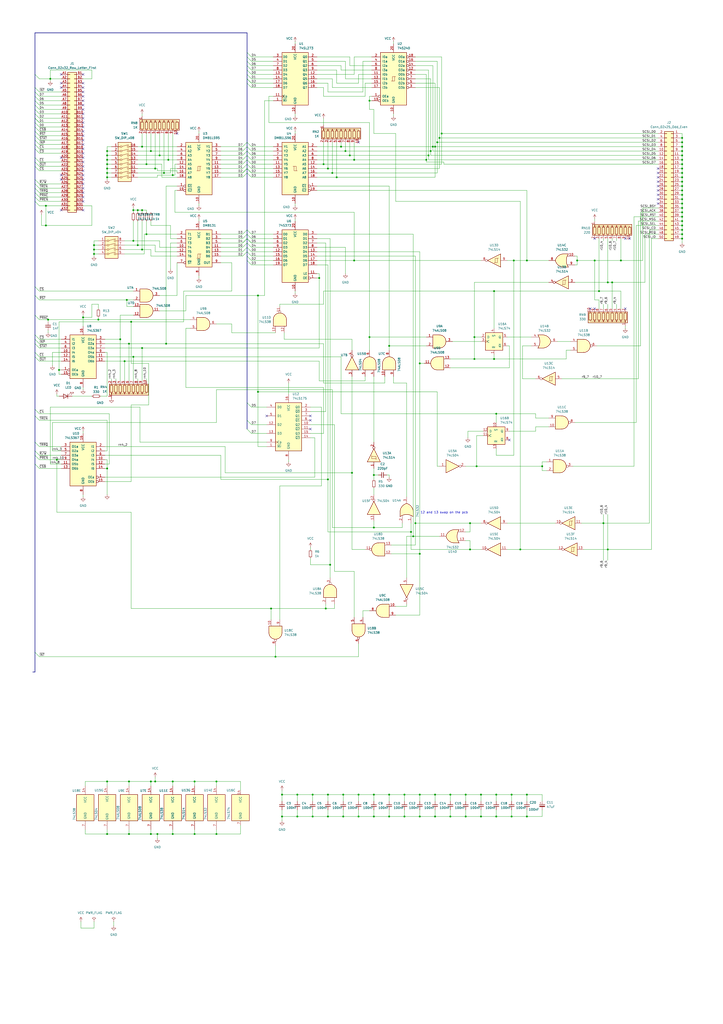
<source format=kicad_sch>
(kicad_sch
	(version 20231120)
	(generator "eeschema")
	(generator_version "8.0")
	(uuid "e19a99fd-b470-4733-b327-0374004eae11")
	(paper "A2" portrait)
	(title_block
		(title "4105-00")
		(date "2024-11-23")
		(rev "Ver 1.00")
		(company "SweProj.com")
	)
	(lib_symbols
		(symbol "74xx:74LS04"
			(exclude_from_sim no)
			(in_bom yes)
			(on_board yes)
			(property "Reference" "U"
				(at 0 1.27 0)
				(effects
					(font
						(size 1.27 1.27)
					)
				)
			)
			(property "Value" "74LS04"
				(at 0 -1.27 0)
				(effects
					(font
						(size 1.27 1.27)
					)
				)
			)
			(property "Footprint" ""
				(at 0 0 0)
				(effects
					(font
						(size 1.27 1.27)
					)
					(hide yes)
				)
			)
			(property "Datasheet" "http://www.ti.com/lit/gpn/sn74LS04"
				(at 0 0 0)
				(effects
					(font
						(size 1.27 1.27)
					)
					(hide yes)
				)
			)
			(property "Description" "Hex Inverter"
				(at 0 0 0)
				(effects
					(font
						(size 1.27 1.27)
					)
					(hide yes)
				)
			)
			(property "ki_locked" ""
				(at 0 0 0)
				(effects
					(font
						(size 1.27 1.27)
					)
				)
			)
			(property "ki_keywords" "TTL not inv"
				(at 0 0 0)
				(effects
					(font
						(size 1.27 1.27)
					)
					(hide yes)
				)
			)
			(property "ki_fp_filters" "DIP*W7.62mm* SSOP?14* TSSOP?14*"
				(at 0 0 0)
				(effects
					(font
						(size 1.27 1.27)
					)
					(hide yes)
				)
			)
			(symbol "74LS04_1_0"
				(polyline
					(pts
						(xy -3.81 3.81) (xy -3.81 -3.81) (xy 3.81 0) (xy -3.81 3.81)
					)
					(stroke
						(width 0.254)
						(type default)
					)
					(fill
						(type background)
					)
				)
				(pin input line
					(at -7.62 0 0)
					(length 3.81)
					(name "~"
						(effects
							(font
								(size 1.27 1.27)
							)
						)
					)
					(number "1"
						(effects
							(font
								(size 1.27 1.27)
							)
						)
					)
				)
				(pin output inverted
					(at 7.62 0 180)
					(length 3.81)
					(name "~"
						(effects
							(font
								(size 1.27 1.27)
							)
						)
					)
					(number "2"
						(effects
							(font
								(size 1.27 1.27)
							)
						)
					)
				)
			)
			(symbol "74LS04_2_0"
				(polyline
					(pts
						(xy -3.81 3.81) (xy -3.81 -3.81) (xy 3.81 0) (xy -3.81 3.81)
					)
					(stroke
						(width 0.254)
						(type default)
					)
					(fill
						(type background)
					)
				)
				(pin input line
					(at -7.62 0 0)
					(length 3.81)
					(name "~"
						(effects
							(font
								(size 1.27 1.27)
							)
						)
					)
					(number "3"
						(effects
							(font
								(size 1.27 1.27)
							)
						)
					)
				)
				(pin output inverted
					(at 7.62 0 180)
					(length 3.81)
					(name "~"
						(effects
							(font
								(size 1.27 1.27)
							)
						)
					)
					(number "4"
						(effects
							(font
								(size 1.27 1.27)
							)
						)
					)
				)
			)
			(symbol "74LS04_3_0"
				(polyline
					(pts
						(xy -3.81 3.81) (xy -3.81 -3.81) (xy 3.81 0) (xy -3.81 3.81)
					)
					(stroke
						(width 0.254)
						(type default)
					)
					(fill
						(type background)
					)
				)
				(pin input line
					(at -7.62 0 0)
					(length 3.81)
					(name "~"
						(effects
							(font
								(size 1.27 1.27)
							)
						)
					)
					(number "5"
						(effects
							(font
								(size 1.27 1.27)
							)
						)
					)
				)
				(pin output inverted
					(at 7.62 0 180)
					(length 3.81)
					(name "~"
						(effects
							(font
								(size 1.27 1.27)
							)
						)
					)
					(number "6"
						(effects
							(font
								(size 1.27 1.27)
							)
						)
					)
				)
			)
			(symbol "74LS04_4_0"
				(polyline
					(pts
						(xy -3.81 3.81) (xy -3.81 -3.81) (xy 3.81 0) (xy -3.81 3.81)
					)
					(stroke
						(width 0.254)
						(type default)
					)
					(fill
						(type background)
					)
				)
				(pin output inverted
					(at 7.62 0 180)
					(length 3.81)
					(name "~"
						(effects
							(font
								(size 1.27 1.27)
							)
						)
					)
					(number "8"
						(effects
							(font
								(size 1.27 1.27)
							)
						)
					)
				)
				(pin input line
					(at -7.62 0 0)
					(length 3.81)
					(name "~"
						(effects
							(font
								(size 1.27 1.27)
							)
						)
					)
					(number "9"
						(effects
							(font
								(size 1.27 1.27)
							)
						)
					)
				)
			)
			(symbol "74LS04_5_0"
				(polyline
					(pts
						(xy -3.81 3.81) (xy -3.81 -3.81) (xy 3.81 0) (xy -3.81 3.81)
					)
					(stroke
						(width 0.254)
						(type default)
					)
					(fill
						(type background)
					)
				)
				(pin output inverted
					(at 7.62 0 180)
					(length 3.81)
					(name "~"
						(effects
							(font
								(size 1.27 1.27)
							)
						)
					)
					(number "10"
						(effects
							(font
								(size 1.27 1.27)
							)
						)
					)
				)
				(pin input line
					(at -7.62 0 0)
					(length 3.81)
					(name "~"
						(effects
							(font
								(size 1.27 1.27)
							)
						)
					)
					(number "11"
						(effects
							(font
								(size 1.27 1.27)
							)
						)
					)
				)
			)
			(symbol "74LS04_6_0"
				(polyline
					(pts
						(xy -3.81 3.81) (xy -3.81 -3.81) (xy 3.81 0) (xy -3.81 3.81)
					)
					(stroke
						(width 0.254)
						(type default)
					)
					(fill
						(type background)
					)
				)
				(pin output inverted
					(at 7.62 0 180)
					(length 3.81)
					(name "~"
						(effects
							(font
								(size 1.27 1.27)
							)
						)
					)
					(number "12"
						(effects
							(font
								(size 1.27 1.27)
							)
						)
					)
				)
				(pin input line
					(at -7.62 0 0)
					(length 3.81)
					(name "~"
						(effects
							(font
								(size 1.27 1.27)
							)
						)
					)
					(number "13"
						(effects
							(font
								(size 1.27 1.27)
							)
						)
					)
				)
			)
			(symbol "74LS04_7_0"
				(pin power_in line
					(at 0 12.7 270)
					(length 5.08)
					(name "VCC"
						(effects
							(font
								(size 1.27 1.27)
							)
						)
					)
					(number "14"
						(effects
							(font
								(size 1.27 1.27)
							)
						)
					)
				)
				(pin power_in line
					(at 0 -12.7 90)
					(length 5.08)
					(name "GND"
						(effects
							(font
								(size 1.27 1.27)
							)
						)
					)
					(number "7"
						(effects
							(font
								(size 1.27 1.27)
							)
						)
					)
				)
			)
			(symbol "74LS04_7_1"
				(rectangle
					(start -5.08 7.62)
					(end 5.08 -7.62)
					(stroke
						(width 0.254)
						(type default)
					)
					(fill
						(type background)
					)
				)
			)
		)
		(symbol "74xx:74LS08"
			(pin_names
				(offset 1.016)
			)
			(exclude_from_sim no)
			(in_bom yes)
			(on_board yes)
			(property "Reference" "U"
				(at 0 1.27 0)
				(effects
					(font
						(size 1.27 1.27)
					)
				)
			)
			(property "Value" "74LS08"
				(at 0 -1.27 0)
				(effects
					(font
						(size 1.27 1.27)
					)
				)
			)
			(property "Footprint" ""
				(at 0 0 0)
				(effects
					(font
						(size 1.27 1.27)
					)
					(hide yes)
				)
			)
			(property "Datasheet" "http://www.ti.com/lit/gpn/sn74LS08"
				(at 0 0 0)
				(effects
					(font
						(size 1.27 1.27)
					)
					(hide yes)
				)
			)
			(property "Description" "Quad And2"
				(at 0 0 0)
				(effects
					(font
						(size 1.27 1.27)
					)
					(hide yes)
				)
			)
			(property "ki_locked" ""
				(at 0 0 0)
				(effects
					(font
						(size 1.27 1.27)
					)
				)
			)
			(property "ki_keywords" "TTL and2"
				(at 0 0 0)
				(effects
					(font
						(size 1.27 1.27)
					)
					(hide yes)
				)
			)
			(property "ki_fp_filters" "DIP*W7.62mm*"
				(at 0 0 0)
				(effects
					(font
						(size 1.27 1.27)
					)
					(hide yes)
				)
			)
			(symbol "74LS08_1_1"
				(arc
					(start 0 -3.81)
					(mid 3.7934 0)
					(end 0 3.81)
					(stroke
						(width 0.254)
						(type default)
					)
					(fill
						(type background)
					)
				)
				(polyline
					(pts
						(xy 0 3.81) (xy -3.81 3.81) (xy -3.81 -3.81) (xy 0 -3.81)
					)
					(stroke
						(width 0.254)
						(type default)
					)
					(fill
						(type background)
					)
				)
				(pin input line
					(at -7.62 2.54 0)
					(length 3.81)
					(name "~"
						(effects
							(font
								(size 1.27 1.27)
							)
						)
					)
					(number "1"
						(effects
							(font
								(size 1.27 1.27)
							)
						)
					)
				)
				(pin input line
					(at -7.62 -2.54 0)
					(length 3.81)
					(name "~"
						(effects
							(font
								(size 1.27 1.27)
							)
						)
					)
					(number "2"
						(effects
							(font
								(size 1.27 1.27)
							)
						)
					)
				)
				(pin output line
					(at 7.62 0 180)
					(length 3.81)
					(name "~"
						(effects
							(font
								(size 1.27 1.27)
							)
						)
					)
					(number "3"
						(effects
							(font
								(size 1.27 1.27)
							)
						)
					)
				)
			)
			(symbol "74LS08_1_2"
				(arc
					(start -3.81 -3.81)
					(mid -2.589 0)
					(end -3.81 3.81)
					(stroke
						(width 0.254)
						(type default)
					)
					(fill
						(type none)
					)
				)
				(arc
					(start -0.6096 -3.81)
					(mid 2.1842 -2.5851)
					(end 3.81 0)
					(stroke
						(width 0.254)
						(type default)
					)
					(fill
						(type background)
					)
				)
				(polyline
					(pts
						(xy -3.81 -3.81) (xy -0.635 -3.81)
					)
					(stroke
						(width 0.254)
						(type default)
					)
					(fill
						(type background)
					)
				)
				(polyline
					(pts
						(xy -3.81 3.81) (xy -0.635 3.81)
					)
					(stroke
						(width 0.254)
						(type default)
					)
					(fill
						(type background)
					)
				)
				(polyline
					(pts
						(xy -0.635 3.81) (xy -3.81 3.81) (xy -3.81 3.81) (xy -3.556 3.4036) (xy -3.0226 2.2606) (xy -2.6924 1.0414)
						(xy -2.6162 -0.254) (xy -2.7686 -1.4986) (xy -3.175 -2.7178) (xy -3.81 -3.81) (xy -3.81 -3.81)
						(xy -0.635 -3.81)
					)
					(stroke
						(width -25.4)
						(type default)
					)
					(fill
						(type background)
					)
				)
				(arc
					(start 3.81 0)
					(mid 2.1915 2.5936)
					(end -0.6096 3.81)
					(stroke
						(width 0.254)
						(type default)
					)
					(fill
						(type background)
					)
				)
				(pin input inverted
					(at -7.62 2.54 0)
					(length 4.318)
					(name "~"
						(effects
							(font
								(size 1.27 1.27)
							)
						)
					)
					(number "1"
						(effects
							(font
								(size 1.27 1.27)
							)
						)
					)
				)
				(pin input inverted
					(at -7.62 -2.54 0)
					(length 4.318)
					(name "~"
						(effects
							(font
								(size 1.27 1.27)
							)
						)
					)
					(number "2"
						(effects
							(font
								(size 1.27 1.27)
							)
						)
					)
				)
				(pin output inverted
					(at 7.62 0 180)
					(length 3.81)
					(name "~"
						(effects
							(font
								(size 1.27 1.27)
							)
						)
					)
					(number "3"
						(effects
							(font
								(size 1.27 1.27)
							)
						)
					)
				)
			)
			(symbol "74LS08_2_1"
				(arc
					(start 0 -3.81)
					(mid 3.7934 0)
					(end 0 3.81)
					(stroke
						(width 0.254)
						(type default)
					)
					(fill
						(type background)
					)
				)
				(polyline
					(pts
						(xy 0 3.81) (xy -3.81 3.81) (xy -3.81 -3.81) (xy 0 -3.81)
					)
					(stroke
						(width 0.254)
						(type default)
					)
					(fill
						(type background)
					)
				)
				(pin input line
					(at -7.62 2.54 0)
					(length 3.81)
					(name "~"
						(effects
							(font
								(size 1.27 1.27)
							)
						)
					)
					(number "4"
						(effects
							(font
								(size 1.27 1.27)
							)
						)
					)
				)
				(pin input line
					(at -7.62 -2.54 0)
					(length 3.81)
					(name "~"
						(effects
							(font
								(size 1.27 1.27)
							)
						)
					)
					(number "5"
						(effects
							(font
								(size 1.27 1.27)
							)
						)
					)
				)
				(pin output line
					(at 7.62 0 180)
					(length 3.81)
					(name "~"
						(effects
							(font
								(size 1.27 1.27)
							)
						)
					)
					(number "6"
						(effects
							(font
								(size 1.27 1.27)
							)
						)
					)
				)
			)
			(symbol "74LS08_2_2"
				(arc
					(start -3.81 -3.81)
					(mid -2.589 0)
					(end -3.81 3.81)
					(stroke
						(width 0.254)
						(type default)
					)
					(fill
						(type none)
					)
				)
				(arc
					(start -0.6096 -3.81)
					(mid 2.1842 -2.5851)
					(end 3.81 0)
					(stroke
						(width 0.254)
						(type default)
					)
					(fill
						(type background)
					)
				)
				(polyline
					(pts
						(xy -3.81 -3.81) (xy -0.635 -3.81)
					)
					(stroke
						(width 0.254)
						(type default)
					)
					(fill
						(type background)
					)
				)
				(polyline
					(pts
						(xy -3.81 3.81) (xy -0.635 3.81)
					)
					(stroke
						(width 0.254)
						(type default)
					)
					(fill
						(type background)
					)
				)
				(polyline
					(pts
						(xy -0.635 3.81) (xy -3.81 3.81) (xy -3.81 3.81) (xy -3.556 3.4036) (xy -3.0226 2.2606) (xy -2.6924 1.0414)
						(xy -2.6162 -0.254) (xy -2.7686 -1.4986) (xy -3.175 -2.7178) (xy -3.81 -3.81) (xy -3.81 -3.81)
						(xy -0.635 -3.81)
					)
					(stroke
						(width -25.4)
						(type default)
					)
					(fill
						(type background)
					)
				)
				(arc
					(start 3.81 0)
					(mid 2.1915 2.5936)
					(end -0.6096 3.81)
					(stroke
						(width 0.254)
						(type default)
					)
					(fill
						(type background)
					)
				)
				(pin input inverted
					(at -7.62 2.54 0)
					(length 4.318)
					(name "~"
						(effects
							(font
								(size 1.27 1.27)
							)
						)
					)
					(number "4"
						(effects
							(font
								(size 1.27 1.27)
							)
						)
					)
				)
				(pin input inverted
					(at -7.62 -2.54 0)
					(length 4.318)
					(name "~"
						(effects
							(font
								(size 1.27 1.27)
							)
						)
					)
					(number "5"
						(effects
							(font
								(size 1.27 1.27)
							)
						)
					)
				)
				(pin output inverted
					(at 7.62 0 180)
					(length 3.81)
					(name "~"
						(effects
							(font
								(size 1.27 1.27)
							)
						)
					)
					(number "6"
						(effects
							(font
								(size 1.27 1.27)
							)
						)
					)
				)
			)
			(symbol "74LS08_3_1"
				(arc
					(start 0 -3.81)
					(mid 3.7934 0)
					(end 0 3.81)
					(stroke
						(width 0.254)
						(type default)
					)
					(fill
						(type background)
					)
				)
				(polyline
					(pts
						(xy 0 3.81) (xy -3.81 3.81) (xy -3.81 -3.81) (xy 0 -3.81)
					)
					(stroke
						(width 0.254)
						(type default)
					)
					(fill
						(type background)
					)
				)
				(pin input line
					(at -7.62 -2.54 0)
					(length 3.81)
					(name "~"
						(effects
							(font
								(size 1.27 1.27)
							)
						)
					)
					(number "10"
						(effects
							(font
								(size 1.27 1.27)
							)
						)
					)
				)
				(pin output line
					(at 7.62 0 180)
					(length 3.81)
					(name "~"
						(effects
							(font
								(size 1.27 1.27)
							)
						)
					)
					(number "8"
						(effects
							(font
								(size 1.27 1.27)
							)
						)
					)
				)
				(pin input line
					(at -7.62 2.54 0)
					(length 3.81)
					(name "~"
						(effects
							(font
								(size 1.27 1.27)
							)
						)
					)
					(number "9"
						(effects
							(font
								(size 1.27 1.27)
							)
						)
					)
				)
			)
			(symbol "74LS08_3_2"
				(arc
					(start -3.81 -3.81)
					(mid -2.589 0)
					(end -3.81 3.81)
					(stroke
						(width 0.254)
						(type default)
					)
					(fill
						(type none)
					)
				)
				(arc
					(start -0.6096 -3.81)
					(mid 2.1842 -2.5851)
					(end 3.81 0)
					(stroke
						(width 0.254)
						(type default)
					)
					(fill
						(type background)
					)
				)
				(polyline
					(pts
						(xy -3.81 -3.81) (xy -0.635 -3.81)
					)
					(stroke
						(width 0.254)
						(type default)
					)
					(fill
						(type background)
					)
				)
				(polyline
					(pts
						(xy -3.81 3.81) (xy -0.635 3.81)
					)
					(stroke
						(width 0.254)
						(type default)
					)
					(fill
						(type background)
					)
				)
				(polyline
					(pts
						(xy -0.635 3.81) (xy -3.81 3.81) (xy -3.81 3.81) (xy -3.556 3.4036) (xy -3.0226 2.2606) (xy -2.6924 1.0414)
						(xy -2.6162 -0.254) (xy -2.7686 -1.4986) (xy -3.175 -2.7178) (xy -3.81 -3.81) (xy -3.81 -3.81)
						(xy -0.635 -3.81)
					)
					(stroke
						(width -25.4)
						(type default)
					)
					(fill
						(type background)
					)
				)
				(arc
					(start 3.81 0)
					(mid 2.1915 2.5936)
					(end -0.6096 3.81)
					(stroke
						(width 0.254)
						(type default)
					)
					(fill
						(type background)
					)
				)
				(pin input inverted
					(at -7.62 -2.54 0)
					(length 4.318)
					(name "~"
						(effects
							(font
								(size 1.27 1.27)
							)
						)
					)
					(number "10"
						(effects
							(font
								(size 1.27 1.27)
							)
						)
					)
				)
				(pin output inverted
					(at 7.62 0 180)
					(length 3.81)
					(name "~"
						(effects
							(font
								(size 1.27 1.27)
							)
						)
					)
					(number "8"
						(effects
							(font
								(size 1.27 1.27)
							)
						)
					)
				)
				(pin input inverted
					(at -7.62 2.54 0)
					(length 4.318)
					(name "~"
						(effects
							(font
								(size 1.27 1.27)
							)
						)
					)
					(number "9"
						(effects
							(font
								(size 1.27 1.27)
							)
						)
					)
				)
			)
			(symbol "74LS08_4_1"
				(arc
					(start 0 -3.81)
					(mid 3.7934 0)
					(end 0 3.81)
					(stroke
						(width 0.254)
						(type default)
					)
					(fill
						(type background)
					)
				)
				(polyline
					(pts
						(xy 0 3.81) (xy -3.81 3.81) (xy -3.81 -3.81) (xy 0 -3.81)
					)
					(stroke
						(width 0.254)
						(type default)
					)
					(fill
						(type background)
					)
				)
				(pin output line
					(at 7.62 0 180)
					(length 3.81)
					(name "~"
						(effects
							(font
								(size 1.27 1.27)
							)
						)
					)
					(number "11"
						(effects
							(font
								(size 1.27 1.27)
							)
						)
					)
				)
				(pin input line
					(at -7.62 2.54 0)
					(length 3.81)
					(name "~"
						(effects
							(font
								(size 1.27 1.27)
							)
						)
					)
					(number "12"
						(effects
							(font
								(size 1.27 1.27)
							)
						)
					)
				)
				(pin input line
					(at -7.62 -2.54 0)
					(length 3.81)
					(name "~"
						(effects
							(font
								(size 1.27 1.27)
							)
						)
					)
					(number "13"
						(effects
							(font
								(size 1.27 1.27)
							)
						)
					)
				)
			)
			(symbol "74LS08_4_2"
				(arc
					(start -3.81 -3.81)
					(mid -2.589 0)
					(end -3.81 3.81)
					(stroke
						(width 0.254)
						(type default)
					)
					(fill
						(type none)
					)
				)
				(arc
					(start -0.6096 -3.81)
					(mid 2.1842 -2.5851)
					(end 3.81 0)
					(stroke
						(width 0.254)
						(type default)
					)
					(fill
						(type background)
					)
				)
				(polyline
					(pts
						(xy -3.81 -3.81) (xy -0.635 -3.81)
					)
					(stroke
						(width 0.254)
						(type default)
					)
					(fill
						(type background)
					)
				)
				(polyline
					(pts
						(xy -3.81 3.81) (xy -0.635 3.81)
					)
					(stroke
						(width 0.254)
						(type default)
					)
					(fill
						(type background)
					)
				)
				(polyline
					(pts
						(xy -0.635 3.81) (xy -3.81 3.81) (xy -3.81 3.81) (xy -3.556 3.4036) (xy -3.0226 2.2606) (xy -2.6924 1.0414)
						(xy -2.6162 -0.254) (xy -2.7686 -1.4986) (xy -3.175 -2.7178) (xy -3.81 -3.81) (xy -3.81 -3.81)
						(xy -0.635 -3.81)
					)
					(stroke
						(width -25.4)
						(type default)
					)
					(fill
						(type background)
					)
				)
				(arc
					(start 3.81 0)
					(mid 2.1915 2.5936)
					(end -0.6096 3.81)
					(stroke
						(width 0.254)
						(type default)
					)
					(fill
						(type background)
					)
				)
				(pin output inverted
					(at 7.62 0 180)
					(length 3.81)
					(name "~"
						(effects
							(font
								(size 1.27 1.27)
							)
						)
					)
					(number "11"
						(effects
							(font
								(size 1.27 1.27)
							)
						)
					)
				)
				(pin input inverted
					(at -7.62 2.54 0)
					(length 4.318)
					(name "~"
						(effects
							(font
								(size 1.27 1.27)
							)
						)
					)
					(number "12"
						(effects
							(font
								(size 1.27 1.27)
							)
						)
					)
				)
				(pin input inverted
					(at -7.62 -2.54 0)
					(length 4.318)
					(name "~"
						(effects
							(font
								(size 1.27 1.27)
							)
						)
					)
					(number "13"
						(effects
							(font
								(size 1.27 1.27)
							)
						)
					)
				)
			)
			(symbol "74LS08_5_0"
				(pin power_in line
					(at 0 12.7 270)
					(length 5.08)
					(name "VCC"
						(effects
							(font
								(size 1.27 1.27)
							)
						)
					)
					(number "14"
						(effects
							(font
								(size 1.27 1.27)
							)
						)
					)
				)
				(pin power_in line
					(at 0 -12.7 90)
					(length 5.08)
					(name "GND"
						(effects
							(font
								(size 1.27 1.27)
							)
						)
					)
					(number "7"
						(effects
							(font
								(size 1.27 1.27)
							)
						)
					)
				)
			)
			(symbol "74LS08_5_1"
				(rectangle
					(start -5.08 7.62)
					(end 5.08 -7.62)
					(stroke
						(width 0.254)
						(type default)
					)
					(fill
						(type background)
					)
				)
			)
		)
		(symbol "74xx:74LS14"
			(pin_names
				(offset 1.016)
			)
			(exclude_from_sim no)
			(in_bom yes)
			(on_board yes)
			(property "Reference" "U"
				(at 0 1.27 0)
				(effects
					(font
						(size 1.27 1.27)
					)
				)
			)
			(property "Value" "74LS14"
				(at 0 -1.27 0)
				(effects
					(font
						(size 1.27 1.27)
					)
				)
			)
			(property "Footprint" ""
				(at 0 0 0)
				(effects
					(font
						(size 1.27 1.27)
					)
					(hide yes)
				)
			)
			(property "Datasheet" "http://www.ti.com/lit/gpn/sn74LS14"
				(at 0 0 0)
				(effects
					(font
						(size 1.27 1.27)
					)
					(hide yes)
				)
			)
			(property "Description" "Hex inverter schmitt trigger"
				(at 0 0 0)
				(effects
					(font
						(size 1.27 1.27)
					)
					(hide yes)
				)
			)
			(property "ki_locked" ""
				(at 0 0 0)
				(effects
					(font
						(size 1.27 1.27)
					)
				)
			)
			(property "ki_keywords" "TTL not inverter"
				(at 0 0 0)
				(effects
					(font
						(size 1.27 1.27)
					)
					(hide yes)
				)
			)
			(property "ki_fp_filters" "DIP*W7.62mm*"
				(at 0 0 0)
				(effects
					(font
						(size 1.27 1.27)
					)
					(hide yes)
				)
			)
			(symbol "74LS14_1_0"
				(polyline
					(pts
						(xy -3.81 3.81) (xy -3.81 -3.81) (xy 3.81 0) (xy -3.81 3.81)
					)
					(stroke
						(width 0.254)
						(type default)
					)
					(fill
						(type background)
					)
				)
				(pin input line
					(at -7.62 0 0)
					(length 3.81)
					(name "~"
						(effects
							(font
								(size 1.27 1.27)
							)
						)
					)
					(number "1"
						(effects
							(font
								(size 1.27 1.27)
							)
						)
					)
				)
				(pin output inverted
					(at 7.62 0 180)
					(length 3.81)
					(name "~"
						(effects
							(font
								(size 1.27 1.27)
							)
						)
					)
					(number "2"
						(effects
							(font
								(size 1.27 1.27)
							)
						)
					)
				)
			)
			(symbol "74LS14_1_1"
				(polyline
					(pts
						(xy -1.905 -1.27) (xy -1.905 1.27) (xy -0.635 1.27)
					)
					(stroke
						(width 0)
						(type default)
					)
					(fill
						(type none)
					)
				)
				(polyline
					(pts
						(xy -2.54 -1.27) (xy -0.635 -1.27) (xy -0.635 1.27) (xy 0 1.27)
					)
					(stroke
						(width 0)
						(type default)
					)
					(fill
						(type none)
					)
				)
			)
			(symbol "74LS14_2_0"
				(polyline
					(pts
						(xy -3.81 3.81) (xy -3.81 -3.81) (xy 3.81 0) (xy -3.81 3.81)
					)
					(stroke
						(width 0.254)
						(type default)
					)
					(fill
						(type background)
					)
				)
				(pin input line
					(at -7.62 0 0)
					(length 3.81)
					(name "~"
						(effects
							(font
								(size 1.27 1.27)
							)
						)
					)
					(number "3"
						(effects
							(font
								(size 1.27 1.27)
							)
						)
					)
				)
				(pin output inverted
					(at 7.62 0 180)
					(length 3.81)
					(name "~"
						(effects
							(font
								(size 1.27 1.27)
							)
						)
					)
					(number "4"
						(effects
							(font
								(size 1.27 1.27)
							)
						)
					)
				)
			)
			(symbol "74LS14_2_1"
				(polyline
					(pts
						(xy -1.905 -1.27) (xy -1.905 1.27) (xy -0.635 1.27)
					)
					(stroke
						(width 0)
						(type default)
					)
					(fill
						(type none)
					)
				)
				(polyline
					(pts
						(xy -2.54 -1.27) (xy -0.635 -1.27) (xy -0.635 1.27) (xy 0 1.27)
					)
					(stroke
						(width 0)
						(type default)
					)
					(fill
						(type none)
					)
				)
			)
			(symbol "74LS14_3_0"
				(polyline
					(pts
						(xy -3.81 3.81) (xy -3.81 -3.81) (xy 3.81 0) (xy -3.81 3.81)
					)
					(stroke
						(width 0.254)
						(type default)
					)
					(fill
						(type background)
					)
				)
				(pin input line
					(at -7.62 0 0)
					(length 3.81)
					(name "~"
						(effects
							(font
								(size 1.27 1.27)
							)
						)
					)
					(number "5"
						(effects
							(font
								(size 1.27 1.27)
							)
						)
					)
				)
				(pin output inverted
					(at 7.62 0 180)
					(length 3.81)
					(name "~"
						(effects
							(font
								(size 1.27 1.27)
							)
						)
					)
					(number "6"
						(effects
							(font
								(size 1.27 1.27)
							)
						)
					)
				)
			)
			(symbol "74LS14_3_1"
				(polyline
					(pts
						(xy -1.905 -1.27) (xy -1.905 1.27) (xy -0.635 1.27)
					)
					(stroke
						(width 0)
						(type default)
					)
					(fill
						(type none)
					)
				)
				(polyline
					(pts
						(xy -2.54 -1.27) (xy -0.635 -1.27) (xy -0.635 1.27) (xy 0 1.27)
					)
					(stroke
						(width 0)
						(type default)
					)
					(fill
						(type none)
					)
				)
			)
			(symbol "74LS14_4_0"
				(polyline
					(pts
						(xy -3.81 3.81) (xy -3.81 -3.81) (xy 3.81 0) (xy -3.81 3.81)
					)
					(stroke
						(width 0.254)
						(type default)
					)
					(fill
						(type background)
					)
				)
				(pin output inverted
					(at 7.62 0 180)
					(length 3.81)
					(name "~"
						(effects
							(font
								(size 1.27 1.27)
							)
						)
					)
					(number "8"
						(effects
							(font
								(size 1.27 1.27)
							)
						)
					)
				)
				(pin input line
					(at -7.62 0 0)
					(length 3.81)
					(name "~"
						(effects
							(font
								(size 1.27 1.27)
							)
						)
					)
					(number "9"
						(effects
							(font
								(size 1.27 1.27)
							)
						)
					)
				)
			)
			(symbol "74LS14_4_1"
				(polyline
					(pts
						(xy -1.905 -1.27) (xy -1.905 1.27) (xy -0.635 1.27)
					)
					(stroke
						(width 0)
						(type default)
					)
					(fill
						(type none)
					)
				)
				(polyline
					(pts
						(xy -2.54 -1.27) (xy -0.635 -1.27) (xy -0.635 1.27) (xy 0 1.27)
					)
					(stroke
						(width 0)
						(type default)
					)
					(fill
						(type none)
					)
				)
			)
			(symbol "74LS14_5_0"
				(polyline
					(pts
						(xy -3.81 3.81) (xy -3.81 -3.81) (xy 3.81 0) (xy -3.81 3.81)
					)
					(stroke
						(width 0.254)
						(type default)
					)
					(fill
						(type background)
					)
				)
				(pin output inverted
					(at 7.62 0 180)
					(length 3.81)
					(name "~"
						(effects
							(font
								(size 1.27 1.27)
							)
						)
					)
					(number "10"
						(effects
							(font
								(size 1.27 1.27)
							)
						)
					)
				)
				(pin input line
					(at -7.62 0 0)
					(length 3.81)
					(name "~"
						(effects
							(font
								(size 1.27 1.27)
							)
						)
					)
					(number "11"
						(effects
							(font
								(size 1.27 1.27)
							)
						)
					)
				)
			)
			(symbol "74LS14_5_1"
				(polyline
					(pts
						(xy -1.905 -1.27) (xy -1.905 1.27) (xy -0.635 1.27)
					)
					(stroke
						(width 0)
						(type default)
					)
					(fill
						(type none)
					)
				)
				(polyline
					(pts
						(xy -2.54 -1.27) (xy -0.635 -1.27) (xy -0.635 1.27) (xy 0 1.27)
					)
					(stroke
						(width 0)
						(type default)
					)
					(fill
						(type none)
					)
				)
			)
			(symbol "74LS14_6_0"
				(polyline
					(pts
						(xy -3.81 3.81) (xy -3.81 -3.81) (xy 3.81 0) (xy -3.81 3.81)
					)
					(stroke
						(width 0.254)
						(type default)
					)
					(fill
						(type background)
					)
				)
				(pin output inverted
					(at 7.62 0 180)
					(length 3.81)
					(name "~"
						(effects
							(font
								(size 1.27 1.27)
							)
						)
					)
					(number "12"
						(effects
							(font
								(size 1.27 1.27)
							)
						)
					)
				)
				(pin input line
					(at -7.62 0 0)
					(length 3.81)
					(name "~"
						(effects
							(font
								(size 1.27 1.27)
							)
						)
					)
					(number "13"
						(effects
							(font
								(size 1.27 1.27)
							)
						)
					)
				)
			)
			(symbol "74LS14_6_1"
				(polyline
					(pts
						(xy -1.905 -1.27) (xy -1.905 1.27) (xy -0.635 1.27)
					)
					(stroke
						(width 0)
						(type default)
					)
					(fill
						(type none)
					)
				)
				(polyline
					(pts
						(xy -2.54 -1.27) (xy -0.635 -1.27) (xy -0.635 1.27) (xy 0 1.27)
					)
					(stroke
						(width 0)
						(type default)
					)
					(fill
						(type none)
					)
				)
			)
			(symbol "74LS14_7_0"
				(pin power_in line
					(at 0 12.7 270)
					(length 5.08)
					(name "VCC"
						(effects
							(font
								(size 1.27 1.27)
							)
						)
					)
					(number "14"
						(effects
							(font
								(size 1.27 1.27)
							)
						)
					)
				)
				(pin power_in line
					(at 0 -12.7 90)
					(length 5.08)
					(name "GND"
						(effects
							(font
								(size 1.27 1.27)
							)
						)
					)
					(number "7"
						(effects
							(font
								(size 1.27 1.27)
							)
						)
					)
				)
			)
			(symbol "74LS14_7_1"
				(rectangle
					(start -5.08 7.62)
					(end 5.08 -7.62)
					(stroke
						(width 0.254)
						(type default)
					)
					(fill
						(type background)
					)
				)
			)
		)
		(symbol "74xx:74LS175"
			(pin_names
				(offset 1.016)
			)
			(exclude_from_sim no)
			(in_bom yes)
			(on_board yes)
			(property "Reference" "U"
				(at -7.62 13.97 0)
				(effects
					(font
						(size 1.27 1.27)
					)
				)
			)
			(property "Value" "74LS175"
				(at -7.62 -16.51 0)
				(effects
					(font
						(size 1.27 1.27)
					)
				)
			)
			(property "Footprint" ""
				(at 0 0 0)
				(effects
					(font
						(size 1.27 1.27)
					)
					(hide yes)
				)
			)
			(property "Datasheet" "http://www.ti.com/lit/gpn/sn74LS175"
				(at 0 0 0)
				(effects
					(font
						(size 1.27 1.27)
					)
					(hide yes)
				)
			)
			(property "Description" "4-bit D Flip-Flop, reset"
				(at 0 0 0)
				(effects
					(font
						(size 1.27 1.27)
					)
					(hide yes)
				)
			)
			(property "ki_locked" ""
				(at 0 0 0)
				(effects
					(font
						(size 1.27 1.27)
					)
				)
			)
			(property "ki_keywords" "TTL REG REG4 DFF"
				(at 0 0 0)
				(effects
					(font
						(size 1.27 1.27)
					)
					(hide yes)
				)
			)
			(property "ki_fp_filters" "DIP?16*"
				(at 0 0 0)
				(effects
					(font
						(size 1.27 1.27)
					)
					(hide yes)
				)
			)
			(symbol "74LS175_1_0"
				(pin input line
					(at -12.7 -12.7 0)
					(length 5.08)
					(name "~{Mr}"
						(effects
							(font
								(size 1.27 1.27)
							)
						)
					)
					(number "1"
						(effects
							(font
								(size 1.27 1.27)
							)
						)
					)
				)
				(pin output line
					(at 12.7 0 180)
					(length 5.08)
					(name "Q2"
						(effects
							(font
								(size 1.27 1.27)
							)
						)
					)
					(number "10"
						(effects
							(font
								(size 1.27 1.27)
							)
						)
					)
				)
				(pin output line
					(at 12.7 -2.54 180)
					(length 5.08)
					(name "~{Q2}"
						(effects
							(font
								(size 1.27 1.27)
							)
						)
					)
					(number "11"
						(effects
							(font
								(size 1.27 1.27)
							)
						)
					)
				)
				(pin input line
					(at -12.7 0 0)
					(length 5.08)
					(name "D2"
						(effects
							(font
								(size 1.27 1.27)
							)
						)
					)
					(number "12"
						(effects
							(font
								(size 1.27 1.27)
							)
						)
					)
				)
				(pin input line
					(at -12.7 -5.08 0)
					(length 5.08)
					(name "D3"
						(effects
							(font
								(size 1.27 1.27)
							)
						)
					)
					(number "13"
						(effects
							(font
								(size 1.27 1.27)
							)
						)
					)
				)
				(pin output line
					(at 12.7 -7.62 180)
					(length 5.08)
					(name "~{Q3}"
						(effects
							(font
								(size 1.27 1.27)
							)
						)
					)
					(number "14"
						(effects
							(font
								(size 1.27 1.27)
							)
						)
					)
				)
				(pin output line
					(at 12.7 -5.08 180)
					(length 5.08)
					(name "Q3"
						(effects
							(font
								(size 1.27 1.27)
							)
						)
					)
					(number "15"
						(effects
							(font
								(size 1.27 1.27)
							)
						)
					)
				)
				(pin power_in line
					(at 0 17.78 270)
					(length 5.08)
					(name "VCC"
						(effects
							(font
								(size 1.27 1.27)
							)
						)
					)
					(number "16"
						(effects
							(font
								(size 1.27 1.27)
							)
						)
					)
				)
				(pin output line
					(at 12.7 10.16 180)
					(length 5.08)
					(name "Q0"
						(effects
							(font
								(size 1.27 1.27)
							)
						)
					)
					(number "2"
						(effects
							(font
								(size 1.27 1.27)
							)
						)
					)
				)
				(pin output line
					(at 12.7 7.62 180)
					(length 5.08)
					(name "~{Q0}"
						(effects
							(font
								(size 1.27 1.27)
							)
						)
					)
					(number "3"
						(effects
							(font
								(size 1.27 1.27)
							)
						)
					)
				)
				(pin input line
					(at -12.7 10.16 0)
					(length 5.08)
					(name "D0"
						(effects
							(font
								(size 1.27 1.27)
							)
						)
					)
					(number "4"
						(effects
							(font
								(size 1.27 1.27)
							)
						)
					)
				)
				(pin input line
					(at -12.7 5.08 0)
					(length 5.08)
					(name "D1"
						(effects
							(font
								(size 1.27 1.27)
							)
						)
					)
					(number "5"
						(effects
							(font
								(size 1.27 1.27)
							)
						)
					)
				)
				(pin output line
					(at 12.7 2.54 180)
					(length 5.08)
					(name "~{Q1}"
						(effects
							(font
								(size 1.27 1.27)
							)
						)
					)
					(number "6"
						(effects
							(font
								(size 1.27 1.27)
							)
						)
					)
				)
				(pin output line
					(at 12.7 5.08 180)
					(length 5.08)
					(name "Q1"
						(effects
							(font
								(size 1.27 1.27)
							)
						)
					)
					(number "7"
						(effects
							(font
								(size 1.27 1.27)
							)
						)
					)
				)
				(pin power_in line
					(at 0 -20.32 90)
					(length 5.08)
					(name "GND"
						(effects
							(font
								(size 1.27 1.27)
							)
						)
					)
					(number "8"
						(effects
							(font
								(size 1.27 1.27)
							)
						)
					)
				)
				(pin input clock
					(at -12.7 -10.16 0)
					(length 5.08)
					(name "Cp"
						(effects
							(font
								(size 1.27 1.27)
							)
						)
					)
					(number "9"
						(effects
							(font
								(size 1.27 1.27)
							)
						)
					)
				)
			)
			(symbol "74LS175_1_1"
				(rectangle
					(start -7.62 12.7)
					(end 7.62 -15.24)
					(stroke
						(width 0.254)
						(type default)
					)
					(fill
						(type background)
					)
				)
			)
		)
		(symbol "74xx:74LS240"
			(pin_names
				(offset 1.016)
			)
			(exclude_from_sim no)
			(in_bom yes)
			(on_board yes)
			(property "Reference" "U"
				(at -7.62 16.51 0)
				(effects
					(font
						(size 1.27 1.27)
					)
				)
			)
			(property "Value" "74LS240"
				(at -7.62 -16.51 0)
				(effects
					(font
						(size 1.27 1.27)
					)
				)
			)
			(property "Footprint" ""
				(at 0 0 0)
				(effects
					(font
						(size 1.27 1.27)
					)
					(hide yes)
				)
			)
			(property "Datasheet" "http://www.ti.com/lit/ds/symlink/sn74ls240.pdf"
				(at 0 0 0)
				(effects
					(font
						(size 1.27 1.27)
					)
					(hide yes)
				)
			)
			(property "Description" "Octal Buffer and Line Driver With 3-State Output, active-low enables, inverting outputs"
				(at 0 0 0)
				(effects
					(font
						(size 1.27 1.27)
					)
					(hide yes)
				)
			)
			(property "ki_keywords" "7400 logic ttl low power schottky"
				(at 0 0 0)
				(effects
					(font
						(size 1.27 1.27)
					)
					(hide yes)
				)
			)
			(property "ki_fp_filters" "DIP?20*"
				(at 0 0 0)
				(effects
					(font
						(size 1.27 1.27)
					)
					(hide yes)
				)
			)
			(symbol "74LS240_1_0"
				(polyline
					(pts
						(xy -0.635 -1.27) (xy -0.635 1.27) (xy 0.635 1.27)
					)
					(stroke
						(width 0)
						(type default)
					)
					(fill
						(type none)
					)
				)
				(polyline
					(pts
						(xy -1.27 -1.27) (xy 0.635 -1.27) (xy 0.635 1.27) (xy 1.27 1.27)
					)
					(stroke
						(width 0)
						(type default)
					)
					(fill
						(type none)
					)
				)
				(pin input inverted
					(at -12.7 -10.16 0)
					(length 5.08)
					(name "OEa"
						(effects
							(font
								(size 1.27 1.27)
							)
						)
					)
					(number "1"
						(effects
							(font
								(size 1.27 1.27)
							)
						)
					)
				)
				(pin power_in line
					(at 0 -20.32 90)
					(length 5.08)
					(name "GND"
						(effects
							(font
								(size 1.27 1.27)
							)
						)
					)
					(number "10"
						(effects
							(font
								(size 1.27 1.27)
							)
						)
					)
				)
				(pin input line
					(at -12.7 2.54 0)
					(length 5.08)
					(name "I0b"
						(effects
							(font
								(size 1.27 1.27)
							)
						)
					)
					(number "11"
						(effects
							(font
								(size 1.27 1.27)
							)
						)
					)
				)
				(pin tri_state inverted
					(at 12.7 5.08 180)
					(length 5.08)
					(name "O3a"
						(effects
							(font
								(size 1.27 1.27)
							)
						)
					)
					(number "12"
						(effects
							(font
								(size 1.27 1.27)
							)
						)
					)
				)
				(pin input line
					(at -12.7 0 0)
					(length 5.08)
					(name "I1b"
						(effects
							(font
								(size 1.27 1.27)
							)
						)
					)
					(number "13"
						(effects
							(font
								(size 1.27 1.27)
							)
						)
					)
				)
				(pin tri_state inverted
					(at 12.7 7.62 180)
					(length 5.08)
					(name "O2a"
						(effects
							(font
								(size 1.27 1.27)
							)
						)
					)
					(number "14"
						(effects
							(font
								(size 1.27 1.27)
							)
						)
					)
				)
				(pin input line
					(at -12.7 -2.54 0)
					(length 5.08)
					(name "I2b"
						(effects
							(font
								(size 1.27 1.27)
							)
						)
					)
					(number "15"
						(effects
							(font
								(size 1.27 1.27)
							)
						)
					)
				)
				(pin tri_state inverted
					(at 12.7 10.16 180)
					(length 5.08)
					(name "O1a"
						(effects
							(font
								(size 1.27 1.27)
							)
						)
					)
					(number "16"
						(effects
							(font
								(size 1.27 1.27)
							)
						)
					)
				)
				(pin input line
					(at -12.7 -5.08 0)
					(length 5.08)
					(name "I3b"
						(effects
							(font
								(size 1.27 1.27)
							)
						)
					)
					(number "17"
						(effects
							(font
								(size 1.27 1.27)
							)
						)
					)
				)
				(pin tri_state inverted
					(at 12.7 12.7 180)
					(length 5.08)
					(name "O0a"
						(effects
							(font
								(size 1.27 1.27)
							)
						)
					)
					(number "18"
						(effects
							(font
								(size 1.27 1.27)
							)
						)
					)
				)
				(pin input inverted
					(at -12.7 -12.7 0)
					(length 5.08)
					(name "OEb"
						(effects
							(font
								(size 1.27 1.27)
							)
						)
					)
					(number "19"
						(effects
							(font
								(size 1.27 1.27)
							)
						)
					)
				)
				(pin input line
					(at -12.7 12.7 0)
					(length 5.08)
					(name "I0a"
						(effects
							(font
								(size 1.27 1.27)
							)
						)
					)
					(number "2"
						(effects
							(font
								(size 1.27 1.27)
							)
						)
					)
				)
				(pin power_in line
					(at 0 20.32 270)
					(length 5.08)
					(name "VCC"
						(effects
							(font
								(size 1.27 1.27)
							)
						)
					)
					(number "20"
						(effects
							(font
								(size 1.27 1.27)
							)
						)
					)
				)
				(pin tri_state inverted
					(at 12.7 -5.08 180)
					(length 5.08)
					(name "O3b"
						(effects
							(font
								(size 1.27 1.27)
							)
						)
					)
					(number "3"
						(effects
							(font
								(size 1.27 1.27)
							)
						)
					)
				)
				(pin input line
					(at -12.7 10.16 0)
					(length 5.08)
					(name "I1a"
						(effects
							(font
								(size 1.27 1.27)
							)
						)
					)
					(number "4"
						(effects
							(font
								(size 1.27 1.27)
							)
						)
					)
				)
				(pin tri_state inverted
					(at 12.7 -2.54 180)
					(length 5.08)
					(name "O2b"
						(effects
							(font
								(size 1.27 1.27)
							)
						)
					)
					(number "5"
						(effects
							(font
								(size 1.27 1.27)
							)
						)
					)
				)
				(pin input line
					(at -12.7 7.62 0)
					(length 5.08)
					(name "I2a"
						(effects
							(font
								(size 1.27 1.27)
							)
						)
					)
					(number "6"
						(effects
							(font
								(size 1.27 1.27)
							)
						)
					)
				)
				(pin tri_state inverted
					(at 12.7 0 180)
					(length 5.08)
					(name "O1b"
						(effects
							(font
								(size 1.27 1.27)
							)
						)
					)
					(number "7"
						(effects
							(font
								(size 1.27 1.27)
							)
						)
					)
				)
				(pin input line
					(at -12.7 5.08 0)
					(length 5.08)
					(name "I3a"
						(effects
							(font
								(size 1.27 1.27)
							)
						)
					)
					(number "8"
						(effects
							(font
								(size 1.27 1.27)
							)
						)
					)
				)
				(pin tri_state inverted
					(at 12.7 2.54 180)
					(length 5.08)
					(name "O0b"
						(effects
							(font
								(size 1.27 1.27)
							)
						)
					)
					(number "9"
						(effects
							(font
								(size 1.27 1.27)
							)
						)
					)
				)
			)
			(symbol "74LS240_1_1"
				(rectangle
					(start -7.62 15.24)
					(end 7.62 -15.24)
					(stroke
						(width 0.254)
						(type default)
					)
					(fill
						(type background)
					)
				)
			)
		)
		(symbol "74xx:74LS273"
			(exclude_from_sim no)
			(in_bom yes)
			(on_board yes)
			(property "Reference" "U"
				(at -7.62 16.51 0)
				(effects
					(font
						(size 1.27 1.27)
					)
				)
			)
			(property "Value" "74LS273"
				(at -7.62 -16.51 0)
				(effects
					(font
						(size 1.27 1.27)
					)
				)
			)
			(property "Footprint" ""
				(at 0 0 0)
				(effects
					(font
						(size 1.27 1.27)
					)
					(hide yes)
				)
			)
			(property "Datasheet" "http://www.ti.com/lit/gpn/sn74LS273"
				(at 0 0 0)
				(effects
					(font
						(size 1.27 1.27)
					)
					(hide yes)
				)
			)
			(property "Description" "8-bit D Flip-Flop, reset"
				(at 0 0 0)
				(effects
					(font
						(size 1.27 1.27)
					)
					(hide yes)
				)
			)
			(property "ki_keywords" "TTL DFF DFF8"
				(at 0 0 0)
				(effects
					(font
						(size 1.27 1.27)
					)
					(hide yes)
				)
			)
			(property "ki_fp_filters" "DIP?20* SO?20* SOIC?20*"
				(at 0 0 0)
				(effects
					(font
						(size 1.27 1.27)
					)
					(hide yes)
				)
			)
			(symbol "74LS273_1_0"
				(pin input line
					(at -12.7 -12.7 0)
					(length 5.08)
					(name "~{Mr}"
						(effects
							(font
								(size 1.27 1.27)
							)
						)
					)
					(number "1"
						(effects
							(font
								(size 1.27 1.27)
							)
						)
					)
				)
				(pin power_in line
					(at 0 -20.32 90)
					(length 5.08)
					(name "GND"
						(effects
							(font
								(size 1.27 1.27)
							)
						)
					)
					(number "10"
						(effects
							(font
								(size 1.27 1.27)
							)
						)
					)
				)
				(pin input clock
					(at -12.7 -10.16 0)
					(length 5.08)
					(name "Cp"
						(effects
							(font
								(size 1.27 1.27)
							)
						)
					)
					(number "11"
						(effects
							(font
								(size 1.27 1.27)
							)
						)
					)
				)
				(pin output line
					(at 12.7 2.54 180)
					(length 5.08)
					(name "Q4"
						(effects
							(font
								(size 1.27 1.27)
							)
						)
					)
					(number "12"
						(effects
							(font
								(size 1.27 1.27)
							)
						)
					)
				)
				(pin input line
					(at -12.7 2.54 0)
					(length 5.08)
					(name "D4"
						(effects
							(font
								(size 1.27 1.27)
							)
						)
					)
					(number "13"
						(effects
							(font
								(size 1.27 1.27)
							)
						)
					)
				)
				(pin input line
					(at -12.7 0 0)
					(length 5.08)
					(name "D5"
						(effects
							(font
								(size 1.27 1.27)
							)
						)
					)
					(number "14"
						(effects
							(font
								(size 1.27 1.27)
							)
						)
					)
				)
				(pin output line
					(at 12.7 0 180)
					(length 5.08)
					(name "Q5"
						(effects
							(font
								(size 1.27 1.27)
							)
						)
					)
					(number "15"
						(effects
							(font
								(size 1.27 1.27)
							)
						)
					)
				)
				(pin output line
					(at 12.7 -2.54 180)
					(length 5.08)
					(name "Q6"
						(effects
							(font
								(size 1.27 1.27)
							)
						)
					)
					(number "16"
						(effects
							(font
								(size 1.27 1.27)
							)
						)
					)
				)
				(pin input line
					(at -12.7 -2.54 0)
					(length 5.08)
					(name "D6"
						(effects
							(font
								(size 1.27 1.27)
							)
						)
					)
					(number "17"
						(effects
							(font
								(size 1.27 1.27)
							)
						)
					)
				)
				(pin input line
					(at -12.7 -5.08 0)
					(length 5.08)
					(name "D7"
						(effects
							(font
								(size 1.27 1.27)
							)
						)
					)
					(number "18"
						(effects
							(font
								(size 1.27 1.27)
							)
						)
					)
				)
				(pin output line
					(at 12.7 -5.08 180)
					(length 5.08)
					(name "Q7"
						(effects
							(font
								(size 1.27 1.27)
							)
						)
					)
					(number "19"
						(effects
							(font
								(size 1.27 1.27)
							)
						)
					)
				)
				(pin output line
					(at 12.7 12.7 180)
					(length 5.08)
					(name "Q0"
						(effects
							(font
								(size 1.27 1.27)
							)
						)
					)
					(number "2"
						(effects
							(font
								(size 1.27 1.27)
							)
						)
					)
				)
				(pin power_in line
					(at 0 20.32 270)
					(length 5.08)
					(name "VCC"
						(effects
							(font
								(size 1.27 1.27)
							)
						)
					)
					(number "20"
						(effects
							(font
								(size 1.27 1.27)
							)
						)
					)
				)
				(pin input line
					(at -12.7 12.7 0)
					(length 5.08)
					(name "D0"
						(effects
							(font
								(size 1.27 1.27)
							)
						)
					)
					(number "3"
						(effects
							(font
								(size 1.27 1.27)
							)
						)
					)
				)
				(pin input line
					(at -12.7 10.16 0)
					(length 5.08)
					(name "D1"
						(effects
							(font
								(size 1.27 1.27)
							)
						)
					)
					(number "4"
						(effects
							(font
								(size 1.27 1.27)
							)
						)
					)
				)
				(pin output line
					(at 12.7 10.16 180)
					(length 5.08)
					(name "Q1"
						(effects
							(font
								(size 1.27 1.27)
							)
						)
					)
					(number "5"
						(effects
							(font
								(size 1.27 1.27)
							)
						)
					)
				)
				(pin output line
					(at 12.7 7.62 180)
					(length 5.08)
					(name "Q2"
						(effects
							(font
								(size 1.27 1.27)
							)
						)
					)
					(number "6"
						(effects
							(font
								(size 1.27 1.27)
							)
						)
					)
				)
				(pin input line
					(at -12.7 7.62 0)
					(length 5.08)
					(name "D2"
						(effects
							(font
								(size 1.27 1.27)
							)
						)
					)
					(number "7"
						(effects
							(font
								(size 1.27 1.27)
							)
						)
					)
				)
				(pin input line
					(at -12.7 5.08 0)
					(length 5.08)
					(name "D3"
						(effects
							(font
								(size 1.27 1.27)
							)
						)
					)
					(number "8"
						(effects
							(font
								(size 1.27 1.27)
							)
						)
					)
				)
				(pin output line
					(at 12.7 5.08 180)
					(length 5.08)
					(name "Q3"
						(effects
							(font
								(size 1.27 1.27)
							)
						)
					)
					(number "9"
						(effects
							(font
								(size 1.27 1.27)
							)
						)
					)
				)
			)
			(symbol "74LS273_1_1"
				(rectangle
					(start -7.62 15.24)
					(end 7.62 -15.24)
					(stroke
						(width 0.254)
						(type default)
					)
					(fill
						(type background)
					)
				)
			)
		)
		(symbol "74xx:74LS32"
			(pin_names
				(offset 1.016)
			)
			(exclude_from_sim no)
			(in_bom yes)
			(on_board yes)
			(property "Reference" "U"
				(at 0 1.27 0)
				(effects
					(font
						(size 1.27 1.27)
					)
				)
			)
			(property "Value" "74LS32"
				(at 0 -1.27 0)
				(effects
					(font
						(size 1.27 1.27)
					)
				)
			)
			(property "Footprint" ""
				(at 0 0 0)
				(effects
					(font
						(size 1.27 1.27)
					)
					(hide yes)
				)
			)
			(property "Datasheet" "http://www.ti.com/lit/gpn/sn74LS32"
				(at 0 0 0)
				(effects
					(font
						(size 1.27 1.27)
					)
					(hide yes)
				)
			)
			(property "Description" "Quad 2-input OR"
				(at 0 0 0)
				(effects
					(font
						(size 1.27 1.27)
					)
					(hide yes)
				)
			)
			(property "ki_locked" ""
				(at 0 0 0)
				(effects
					(font
						(size 1.27 1.27)
					)
				)
			)
			(property "ki_keywords" "TTL Or2"
				(at 0 0 0)
				(effects
					(font
						(size 1.27 1.27)
					)
					(hide yes)
				)
			)
			(property "ki_fp_filters" "DIP?14*"
				(at 0 0 0)
				(effects
					(font
						(size 1.27 1.27)
					)
					(hide yes)
				)
			)
			(symbol "74LS32_1_1"
				(arc
					(start -3.81 -3.81)
					(mid -2.589 0)
					(end -3.81 3.81)
					(stroke
						(width 0.254)
						(type default)
					)
					(fill
						(type none)
					)
				)
				(arc
					(start -0.6096 -3.81)
					(mid 2.1842 -2.5851)
					(end 3.81 0)
					(stroke
						(width 0.254)
						(type default)
					)
					(fill
						(type background)
					)
				)
				(polyline
					(pts
						(xy -3.81 -3.81) (xy -0.635 -3.81)
					)
					(stroke
						(width 0.254)
						(type default)
					)
					(fill
						(type background)
					)
				)
				(polyline
					(pts
						(xy -3.81 3.81) (xy -0.635 3.81)
					)
					(stroke
						(width 0.254)
						(type default)
					)
					(fill
						(type background)
					)
				)
				(polyline
					(pts
						(xy -0.635 3.81) (xy -3.81 3.81) (xy -3.81 3.81) (xy -3.556 3.4036) (xy -3.0226 2.2606) (xy -2.6924 1.0414)
						(xy -2.6162 -0.254) (xy -2.7686 -1.4986) (xy -3.175 -2.7178) (xy -3.81 -3.81) (xy -3.81 -3.81)
						(xy -0.635 -3.81)
					)
					(stroke
						(width -25.4)
						(type default)
					)
					(fill
						(type background)
					)
				)
				(arc
					(start 3.81 0)
					(mid 2.1915 2.5936)
					(end -0.6096 3.81)
					(stroke
						(width 0.254)
						(type default)
					)
					(fill
						(type background)
					)
				)
				(pin input line
					(at -7.62 2.54 0)
					(length 4.318)
					(name "~"
						(effects
							(font
								(size 1.27 1.27)
							)
						)
					)
					(number "1"
						(effects
							(font
								(size 1.27 1.27)
							)
						)
					)
				)
				(pin input line
					(at -7.62 -2.54 0)
					(length 4.318)
					(name "~"
						(effects
							(font
								(size 1.27 1.27)
							)
						)
					)
					(number "2"
						(effects
							(font
								(size 1.27 1.27)
							)
						)
					)
				)
				(pin output line
					(at 7.62 0 180)
					(length 3.81)
					(name "~"
						(effects
							(font
								(size 1.27 1.27)
							)
						)
					)
					(number "3"
						(effects
							(font
								(size 1.27 1.27)
							)
						)
					)
				)
			)
			(symbol "74LS32_1_2"
				(arc
					(start 0 -3.81)
					(mid 3.7934 0)
					(end 0 3.81)
					(stroke
						(width 0.254)
						(type default)
					)
					(fill
						(type background)
					)
				)
				(polyline
					(pts
						(xy 0 3.81) (xy -3.81 3.81) (xy -3.81 -3.81) (xy 0 -3.81)
					)
					(stroke
						(width 0.254)
						(type default)
					)
					(fill
						(type background)
					)
				)
				(pin input inverted
					(at -7.62 2.54 0)
					(length 3.81)
					(name "~"
						(effects
							(font
								(size 1.27 1.27)
							)
						)
					)
					(number "1"
						(effects
							(font
								(size 1.27 1.27)
							)
						)
					)
				)
				(pin input inverted
					(at -7.62 -2.54 0)
					(length 3.81)
					(name "~"
						(effects
							(font
								(size 1.27 1.27)
							)
						)
					)
					(number "2"
						(effects
							(font
								(size 1.27 1.27)
							)
						)
					)
				)
				(pin output inverted
					(at 7.62 0 180)
					(length 3.81)
					(name "~"
						(effects
							(font
								(size 1.27 1.27)
							)
						)
					)
					(number "3"
						(effects
							(font
								(size 1.27 1.27)
							)
						)
					)
				)
			)
			(symbol "74LS32_2_1"
				(arc
					(start -3.81 -3.81)
					(mid -2.589 0)
					(end -3.81 3.81)
					(stroke
						(width 0.254)
						(type default)
					)
					(fill
						(type none)
					)
				)
				(arc
					(start -0.6096 -3.81)
					(mid 2.1842 -2.5851)
					(end 3.81 0)
					(stroke
						(width 0.254)
						(type default)
					)
					(fill
						(type background)
					)
				)
				(polyline
					(pts
						(xy -3.81 -3.81) (xy -0.635 -3.81)
					)
					(stroke
						(width 0.254)
						(type default)
					)
					(fill
						(type background)
					)
				)
				(polyline
					(pts
						(xy -3.81 3.81) (xy -0.635 3.81)
					)
					(stroke
						(width 0.254)
						(type default)
					)
					(fill
						(type background)
					)
				)
				(polyline
					(pts
						(xy -0.635 3.81) (xy -3.81 3.81) (xy -3.81 3.81) (xy -3.556 3.4036) (xy -3.0226 2.2606) (xy -2.6924 1.0414)
						(xy -2.6162 -0.254) (xy -2.7686 -1.4986) (xy -3.175 -2.7178) (xy -3.81 -3.81) (xy -3.81 -3.81)
						(xy -0.635 -3.81)
					)
					(stroke
						(width -25.4)
						(type default)
					)
					(fill
						(type background)
					)
				)
				(arc
					(start 3.81 0)
					(mid 2.1915 2.5936)
					(end -0.6096 3.81)
					(stroke
						(width 0.254)
						(type default)
					)
					(fill
						(type background)
					)
				)
				(pin input line
					(at -7.62 2.54 0)
					(length 4.318)
					(name "~"
						(effects
							(font
								(size 1.27 1.27)
							)
						)
					)
					(number "4"
						(effects
							(font
								(size 1.27 1.27)
							)
						)
					)
				)
				(pin input line
					(at -7.62 -2.54 0)
					(length 4.318)
					(name "~"
						(effects
							(font
								(size 1.27 1.27)
							)
						)
					)
					(number "5"
						(effects
							(font
								(size 1.27 1.27)
							)
						)
					)
				)
				(pin output line
					(at 7.62 0 180)
					(length 3.81)
					(name "~"
						(effects
							(font
								(size 1.27 1.27)
							)
						)
					)
					(number "6"
						(effects
							(font
								(size 1.27 1.27)
							)
						)
					)
				)
			)
			(symbol "74LS32_2_2"
				(arc
					(start 0 -3.81)
					(mid 3.7934 0)
					(end 0 3.81)
					(stroke
						(width 0.254)
						(type default)
					)
					(fill
						(type background)
					)
				)
				(polyline
					(pts
						(xy 0 3.81) (xy -3.81 3.81) (xy -3.81 -3.81) (xy 0 -3.81)
					)
					(stroke
						(width 0.254)
						(type default)
					)
					(fill
						(type background)
					)
				)
				(pin input inverted
					(at -7.62 2.54 0)
					(length 3.81)
					(name "~"
						(effects
							(font
								(size 1.27 1.27)
							)
						)
					)
					(number "4"
						(effects
							(font
								(size 1.27 1.27)
							)
						)
					)
				)
				(pin input inverted
					(at -7.62 -2.54 0)
					(length 3.81)
					(name "~"
						(effects
							(font
								(size 1.27 1.27)
							)
						)
					)
					(number "5"
						(effects
							(font
								(size 1.27 1.27)
							)
						)
					)
				)
				(pin output inverted
					(at 7.62 0 180)
					(length 3.81)
					(name "~"
						(effects
							(font
								(size 1.27 1.27)
							)
						)
					)
					(number "6"
						(effects
							(font
								(size 1.27 1.27)
							)
						)
					)
				)
			)
			(symbol "74LS32_3_1"
				(arc
					(start -3.81 -3.81)
					(mid -2.589 0)
					(end -3.81 3.81)
					(stroke
						(width 0.254)
						(type default)
					)
					(fill
						(type none)
					)
				)
				(arc
					(start -0.6096 -3.81)
					(mid 2.1842 -2.5851)
					(end 3.81 0)
					(stroke
						(width 0.254)
						(type default)
					)
					(fill
						(type background)
					)
				)
				(polyline
					(pts
						(xy -3.81 -3.81) (xy -0.635 -3.81)
					)
					(stroke
						(width 0.254)
						(type default)
					)
					(fill
						(type background)
					)
				)
				(polyline
					(pts
						(xy -3.81 3.81) (xy -0.635 3.81)
					)
					(stroke
						(width 0.254)
						(type default)
					)
					(fill
						(type background)
					)
				)
				(polyline
					(pts
						(xy -0.635 3.81) (xy -3.81 3.81) (xy -3.81 3.81) (xy -3.556 3.4036) (xy -3.0226 2.2606) (xy -2.6924 1.0414)
						(xy -2.6162 -0.254) (xy -2.7686 -1.4986) (xy -3.175 -2.7178) (xy -3.81 -3.81) (xy -3.81 -3.81)
						(xy -0.635 -3.81)
					)
					(stroke
						(width -25.4)
						(type default)
					)
					(fill
						(type background)
					)
				)
				(arc
					(start 3.81 0)
					(mid 2.1915 2.5936)
					(end -0.6096 3.81)
					(stroke
						(width 0.254)
						(type default)
					)
					(fill
						(type background)
					)
				)
				(pin input line
					(at -7.62 -2.54 0)
					(length 4.318)
					(name "~"
						(effects
							(font
								(size 1.27 1.27)
							)
						)
					)
					(number "10"
						(effects
							(font
								(size 1.27 1.27)
							)
						)
					)
				)
				(pin output line
					(at 7.62 0 180)
					(length 3.81)
					(name "~"
						(effects
							(font
								(size 1.27 1.27)
							)
						)
					)
					(number "8"
						(effects
							(font
								(size 1.27 1.27)
							)
						)
					)
				)
				(pin input line
					(at -7.62 2.54 0)
					(length 4.318)
					(name "~"
						(effects
							(font
								(size 1.27 1.27)
							)
						)
					)
					(number "9"
						(effects
							(font
								(size 1.27 1.27)
							)
						)
					)
				)
			)
			(symbol "74LS32_3_2"
				(arc
					(start 0 -3.81)
					(mid 3.7934 0)
					(end 0 3.81)
					(stroke
						(width 0.254)
						(type default)
					)
					(fill
						(type background)
					)
				)
				(polyline
					(pts
						(xy 0 3.81) (xy -3.81 3.81) (xy -3.81 -3.81) (xy 0 -3.81)
					)
					(stroke
						(width 0.254)
						(type default)
					)
					(fill
						(type background)
					)
				)
				(pin input inverted
					(at -7.62 -2.54 0)
					(length 3.81)
					(name "~"
						(effects
							(font
								(size 1.27 1.27)
							)
						)
					)
					(number "10"
						(effects
							(font
								(size 1.27 1.27)
							)
						)
					)
				)
				(pin output inverted
					(at 7.62 0 180)
					(length 3.81)
					(name "~"
						(effects
							(font
								(size 1.27 1.27)
							)
						)
					)
					(number "8"
						(effects
							(font
								(size 1.27 1.27)
							)
						)
					)
				)
				(pin input inverted
					(at -7.62 2.54 0)
					(length 3.81)
					(name "~"
						(effects
							(font
								(size 1.27 1.27)
							)
						)
					)
					(number "9"
						(effects
							(font
								(size 1.27 1.27)
							)
						)
					)
				)
			)
			(symbol "74LS32_4_1"
				(arc
					(start -3.81 -3.81)
					(mid -2.589 0)
					(end -3.81 3.81)
					(stroke
						(width 0.254)
						(type default)
					)
					(fill
						(type none)
					)
				)
				(arc
					(start -0.6096 -3.81)
					(mid 2.1842 -2.5851)
					(end 3.81 0)
					(stroke
						(width 0.254)
						(type default)
					)
					(fill
						(type background)
					)
				)
				(polyline
					(pts
						(xy -3.81 -3.81) (xy -0.635 -3.81)
					)
					(stroke
						(width 0.254)
						(type default)
					)
					(fill
						(type background)
					)
				)
				(polyline
					(pts
						(xy -3.81 3.81) (xy -0.635 3.81)
					)
					(stroke
						(width 0.254)
						(type default)
					)
					(fill
						(type background)
					)
				)
				(polyline
					(pts
						(xy -0.635 3.81) (xy -3.81 3.81) (xy -3.81 3.81) (xy -3.556 3.4036) (xy -3.0226 2.2606) (xy -2.6924 1.0414)
						(xy -2.6162 -0.254) (xy -2.7686 -1.4986) (xy -3.175 -2.7178) (xy -3.81 -3.81) (xy -3.81 -3.81)
						(xy -0.635 -3.81)
					)
					(stroke
						(width -25.4)
						(type default)
					)
					(fill
						(type background)
					)
				)
				(arc
					(start 3.81 0)
					(mid 2.1915 2.5936)
					(end -0.6096 3.81)
					(stroke
						(width 0.254)
						(type default)
					)
					(fill
						(type background)
					)
				)
				(pin output line
					(at 7.62 0 180)
					(length 3.81)
					(name "~"
						(effects
							(font
								(size 1.27 1.27)
							)
						)
					)
					(number "11"
						(effects
							(font
								(size 1.27 1.27)
							)
						)
					)
				)
				(pin input line
					(at -7.62 2.54 0)
					(length 4.318)
					(name "~"
						(effects
							(font
								(size 1.27 1.27)
							)
						)
					)
					(number "12"
						(effects
							(font
								(size 1.27 1.27)
							)
						)
					)
				)
				(pin input line
					(at -7.62 -2.54 0)
					(length 4.318)
					(name "~"
						(effects
							(font
								(size 1.27 1.27)
							)
						)
					)
					(number "13"
						(effects
							(font
								(size 1.27 1.27)
							)
						)
					)
				)
			)
			(symbol "74LS32_4_2"
				(arc
					(start 0 -3.81)
					(mid 3.7934 0)
					(end 0 3.81)
					(stroke
						(width 0.254)
						(type default)
					)
					(fill
						(type background)
					)
				)
				(polyline
					(pts
						(xy 0 3.81) (xy -3.81 3.81) (xy -3.81 -3.81) (xy 0 -3.81)
					)
					(stroke
						(width 0.254)
						(type default)
					)
					(fill
						(type background)
					)
				)
				(pin output inverted
					(at 7.62 0 180)
					(length 3.81)
					(name "~"
						(effects
							(font
								(size 1.27 1.27)
							)
						)
					)
					(number "11"
						(effects
							(font
								(size 1.27 1.27)
							)
						)
					)
				)
				(pin input inverted
					(at -7.62 2.54 0)
					(length 3.81)
					(name "~"
						(effects
							(font
								(size 1.27 1.27)
							)
						)
					)
					(number "12"
						(effects
							(font
								(size 1.27 1.27)
							)
						)
					)
				)
				(pin input inverted
					(at -7.62 -2.54 0)
					(length 3.81)
					(name "~"
						(effects
							(font
								(size 1.27 1.27)
							)
						)
					)
					(number "13"
						(effects
							(font
								(size 1.27 1.27)
							)
						)
					)
				)
			)
			(symbol "74LS32_5_0"
				(pin power_in line
					(at 0 12.7 270)
					(length 5.08)
					(name "VCC"
						(effects
							(font
								(size 1.27 1.27)
							)
						)
					)
					(number "14"
						(effects
							(font
								(size 1.27 1.27)
							)
						)
					)
				)
				(pin power_in line
					(at 0 -12.7 90)
					(length 5.08)
					(name "GND"
						(effects
							(font
								(size 1.27 1.27)
							)
						)
					)
					(number "7"
						(effects
							(font
								(size 1.27 1.27)
							)
						)
					)
				)
			)
			(symbol "74LS32_5_1"
				(rectangle
					(start -5.08 7.62)
					(end 5.08 -7.62)
					(stroke
						(width 0.254)
						(type default)
					)
					(fill
						(type background)
					)
				)
			)
		)
		(symbol "74xx:74LS367"
			(pin_names
				(offset 1.016)
			)
			(exclude_from_sim no)
			(in_bom yes)
			(on_board yes)
			(property "Reference" "U"
				(at -7.62 13.97 0)
				(effects
					(font
						(size 1.27 1.27)
					)
				)
			)
			(property "Value" "74LS367"
				(at -7.62 -13.97 0)
				(effects
					(font
						(size 1.27 1.27)
					)
				)
			)
			(property "Footprint" ""
				(at 0 0 0)
				(effects
					(font
						(size 1.27 1.27)
					)
					(hide yes)
				)
			)
			(property "Datasheet" "http://www.ti.com/lit/gpn/sn74LS367"
				(at 0 0 0)
				(effects
					(font
						(size 1.27 1.27)
					)
					(hide yes)
				)
			)
			(property "Description" "Hex Bus Driver 3-state outputs"
				(at 0 0 0)
				(effects
					(font
						(size 1.27 1.27)
					)
					(hide yes)
				)
			)
			(property "ki_locked" ""
				(at 0 0 0)
				(effects
					(font
						(size 1.27 1.27)
					)
				)
			)
			(property "ki_keywords" "TTL Buffer BUS 3State"
				(at 0 0 0)
				(effects
					(font
						(size 1.27 1.27)
					)
					(hide yes)
				)
			)
			(property "ki_fp_filters" "DIP?16*"
				(at 0 0 0)
				(effects
					(font
						(size 1.27 1.27)
					)
					(hide yes)
				)
			)
			(symbol "74LS367_1_0"
				(pin input inverted
					(at -12.7 -7.62 0)
					(length 5.08)
					(name "OEa"
						(effects
							(font
								(size 1.27 1.27)
							)
						)
					)
					(number "1"
						(effects
							(font
								(size 1.27 1.27)
							)
						)
					)
				)
				(pin input line
					(at -12.7 2.54 0)
					(length 5.08)
					(name "I4"
						(effects
							(font
								(size 1.27 1.27)
							)
						)
					)
					(number "10"
						(effects
							(font
								(size 1.27 1.27)
							)
						)
					)
				)
				(pin tri_state line
					(at 12.7 0 180)
					(length 5.08)
					(name "O5b"
						(effects
							(font
								(size 1.27 1.27)
							)
						)
					)
					(number "11"
						(effects
							(font
								(size 1.27 1.27)
							)
						)
					)
				)
				(pin input line
					(at -12.7 0 0)
					(length 5.08)
					(name "I5"
						(effects
							(font
								(size 1.27 1.27)
							)
						)
					)
					(number "12"
						(effects
							(font
								(size 1.27 1.27)
							)
						)
					)
				)
				(pin tri_state line
					(at 12.7 -2.54 180)
					(length 5.08)
					(name "O6b"
						(effects
							(font
								(size 1.27 1.27)
							)
						)
					)
					(number "13"
						(effects
							(font
								(size 1.27 1.27)
							)
						)
					)
				)
				(pin input line
					(at -12.7 -2.54 0)
					(length 5.08)
					(name "I6"
						(effects
							(font
								(size 1.27 1.27)
							)
						)
					)
					(number "14"
						(effects
							(font
								(size 1.27 1.27)
							)
						)
					)
				)
				(pin input inverted
					(at -12.7 -10.16 0)
					(length 5.08)
					(name "OEb"
						(effects
							(font
								(size 1.27 1.27)
							)
						)
					)
					(number "15"
						(effects
							(font
								(size 1.27 1.27)
							)
						)
					)
				)
				(pin power_in line
					(at 0 17.78 270)
					(length 5.08)
					(name "VCC"
						(effects
							(font
								(size 1.27 1.27)
							)
						)
					)
					(number "16"
						(effects
							(font
								(size 1.27 1.27)
							)
						)
					)
				)
				(pin input line
					(at -12.7 10.16 0)
					(length 5.08)
					(name "I1"
						(effects
							(font
								(size 1.27 1.27)
							)
						)
					)
					(number "2"
						(effects
							(font
								(size 1.27 1.27)
							)
						)
					)
				)
				(pin tri_state line
					(at 12.7 10.16 180)
					(length 5.08)
					(name "O1a"
						(effects
							(font
								(size 1.27 1.27)
							)
						)
					)
					(number "3"
						(effects
							(font
								(size 1.27 1.27)
							)
						)
					)
				)
				(pin input line
					(at -12.7 7.62 0)
					(length 5.08)
					(name "I2"
						(effects
							(font
								(size 1.27 1.27)
							)
						)
					)
					(number "4"
						(effects
							(font
								(size 1.27 1.27)
							)
						)
					)
				)
				(pin tri_state line
					(at 12.7 7.62 180)
					(length 5.08)
					(name "O2a"
						(effects
							(font
								(size 1.27 1.27)
							)
						)
					)
					(number "5"
						(effects
							(font
								(size 1.27 1.27)
							)
						)
					)
				)
				(pin input line
					(at -12.7 5.08 0)
					(length 5.08)
					(name "I3"
						(effects
							(font
								(size 1.27 1.27)
							)
						)
					)
					(number "6"
						(effects
							(font
								(size 1.27 1.27)
							)
						)
					)
				)
				(pin tri_state line
					(at 12.7 5.08 180)
					(length 5.08)
					(name "O3a"
						(effects
							(font
								(size 1.27 1.27)
							)
						)
					)
					(number "7"
						(effects
							(font
								(size 1.27 1.27)
							)
						)
					)
				)
				(pin power_in line
					(at 0 -17.78 90)
					(length 5.08)
					(name "GND"
						(effects
							(font
								(size 1.27 1.27)
							)
						)
					)
					(number "8"
						(effects
							(font
								(size 1.27 1.27)
							)
						)
					)
				)
				(pin tri_state line
					(at 12.7 2.54 180)
					(length 5.08)
					(name "O4a"
						(effects
							(font
								(size 1.27 1.27)
							)
						)
					)
					(number "9"
						(effects
							(font
								(size 1.27 1.27)
							)
						)
					)
				)
			)
			(symbol "74LS367_1_1"
				(rectangle
					(start -7.62 12.7)
					(end 7.62 -12.7)
					(stroke
						(width 0.254)
						(type default)
					)
					(fill
						(type background)
					)
				)
			)
		)
		(symbol "74xx:74LS373"
			(exclude_from_sim no)
			(in_bom yes)
			(on_board yes)
			(property "Reference" "U"
				(at -7.62 16.51 0)
				(effects
					(font
						(size 1.27 1.27)
					)
				)
			)
			(property "Value" "74LS373"
				(at -7.62 -16.51 0)
				(effects
					(font
						(size 1.27 1.27)
					)
				)
			)
			(property "Footprint" ""
				(at 0 0 0)
				(effects
					(font
						(size 1.27 1.27)
					)
					(hide yes)
				)
			)
			(property "Datasheet" "http://www.ti.com/lit/gpn/sn74LS373"
				(at 0 0 0)
				(effects
					(font
						(size 1.27 1.27)
					)
					(hide yes)
				)
			)
			(property "Description" "8-bit Latch, 3-state outputs"
				(at 0 0 0)
				(effects
					(font
						(size 1.27 1.27)
					)
					(hide yes)
				)
			)
			(property "ki_keywords" "TTL REG DFF DFF8 LATCH"
				(at 0 0 0)
				(effects
					(font
						(size 1.27 1.27)
					)
					(hide yes)
				)
			)
			(property "ki_fp_filters" "DIP?20* SOIC?20* SO?20* SSOP?20* TSSOP?20*"
				(at 0 0 0)
				(effects
					(font
						(size 1.27 1.27)
					)
					(hide yes)
				)
			)
			(symbol "74LS373_1_0"
				(pin input inverted
					(at -12.7 -12.7 0)
					(length 5.08)
					(name "OE"
						(effects
							(font
								(size 1.27 1.27)
							)
						)
					)
					(number "1"
						(effects
							(font
								(size 1.27 1.27)
							)
						)
					)
				)
				(pin power_in line
					(at 0 -20.32 90)
					(length 5.08)
					(name "GND"
						(effects
							(font
								(size 1.27 1.27)
							)
						)
					)
					(number "10"
						(effects
							(font
								(size 1.27 1.27)
							)
						)
					)
				)
				(pin input line
					(at -12.7 -10.16 0)
					(length 5.08)
					(name "LE"
						(effects
							(font
								(size 1.27 1.27)
							)
						)
					)
					(number "11"
						(effects
							(font
								(size 1.27 1.27)
							)
						)
					)
				)
				(pin tri_state line
					(at 12.7 2.54 180)
					(length 5.08)
					(name "O4"
						(effects
							(font
								(size 1.27 1.27)
							)
						)
					)
					(number "12"
						(effects
							(font
								(size 1.27 1.27)
							)
						)
					)
				)
				(pin input line
					(at -12.7 2.54 0)
					(length 5.08)
					(name "D4"
						(effects
							(font
								(size 1.27 1.27)
							)
						)
					)
					(number "13"
						(effects
							(font
								(size 1.27 1.27)
							)
						)
					)
				)
				(pin input line
					(at -12.7 0 0)
					(length 5.08)
					(name "D5"
						(effects
							(font
								(size 1.27 1.27)
							)
						)
					)
					(number "14"
						(effects
							(font
								(size 1.27 1.27)
							)
						)
					)
				)
				(pin tri_state line
					(at 12.7 0 180)
					(length 5.08)
					(name "O5"
						(effects
							(font
								(size 1.27 1.27)
							)
						)
					)
					(number "15"
						(effects
							(font
								(size 1.27 1.27)
							)
						)
					)
				)
				(pin tri_state line
					(at 12.7 -2.54 180)
					(length 5.08)
					(name "O6"
						(effects
							(font
								(size 1.27 1.27)
							)
						)
					)
					(number "16"
						(effects
							(font
								(size 1.27 1.27)
							)
						)
					)
				)
				(pin input line
					(at -12.7 -2.54 0)
					(length 5.08)
					(name "D6"
						(effects
							(font
								(size 1.27 1.27)
							)
						)
					)
					(number "17"
						(effects
							(font
								(size 1.27 1.27)
							)
						)
					)
				)
				(pin input line
					(at -12.7 -5.08 0)
					(length 5.08)
					(name "D7"
						(effects
							(font
								(size 1.27 1.27)
							)
						)
					)
					(number "18"
						(effects
							(font
								(size 1.27 1.27)
							)
						)
					)
				)
				(pin tri_state line
					(at 12.7 -5.08 180)
					(length 5.08)
					(name "O7"
						(effects
							(font
								(size 1.27 1.27)
							)
						)
					)
					(number "19"
						(effects
							(font
								(size 1.27 1.27)
							)
						)
					)
				)
				(pin tri_state line
					(at 12.7 12.7 180)
					(length 5.08)
					(name "O0"
						(effects
							(font
								(size 1.27 1.27)
							)
						)
					)
					(number "2"
						(effects
							(font
								(size 1.27 1.27)
							)
						)
					)
				)
				(pin power_in line
					(at 0 20.32 270)
					(length 5.08)
					(name "VCC"
						(effects
							(font
								(size 1.27 1.27)
							)
						)
					)
					(number "20"
						(effects
							(font
								(size 1.27 1.27)
							)
						)
					)
				)
				(pin input line
					(at -12.7 12.7 0)
					(length 5.08)
					(name "D0"
						(effects
							(font
								(size 1.27 1.27)
							)
						)
					)
					(number "3"
						(effects
							(font
								(size 1.27 1.27)
							)
						)
					)
				)
				(pin input line
					(at -12.7 10.16 0)
					(length 5.08)
					(name "D1"
						(effects
							(font
								(size 1.27 1.27)
							)
						)
					)
					(number "4"
						(effects
							(font
								(size 1.27 1.27)
							)
						)
					)
				)
				(pin tri_state line
					(at 12.7 10.16 180)
					(length 5.08)
					(name "O1"
						(effects
							(font
								(size 1.27 1.27)
							)
						)
					)
					(number "5"
						(effects
							(font
								(size 1.27 1.27)
							)
						)
					)
				)
				(pin tri_state line
					(at 12.7 7.62 180)
					(length 5.08)
					(name "O2"
						(effects
							(font
								(size 1.27 1.27)
							)
						)
					)
					(number "6"
						(effects
							(font
								(size 1.27 1.27)
							)
						)
					)
				)
				(pin input line
					(at -12.7 7.62 0)
					(length 5.08)
					(name "D2"
						(effects
							(font
								(size 1.27 1.27)
							)
						)
					)
					(number "7"
						(effects
							(font
								(size 1.27 1.27)
							)
						)
					)
				)
				(pin input line
					(at -12.7 5.08 0)
					(length 5.08)
					(name "D3"
						(effects
							(font
								(size 1.27 1.27)
							)
						)
					)
					(number "8"
						(effects
							(font
								(size 1.27 1.27)
							)
						)
					)
				)
				(pin tri_state line
					(at 12.7 5.08 180)
					(length 5.08)
					(name "O3"
						(effects
							(font
								(size 1.27 1.27)
							)
						)
					)
					(number "9"
						(effects
							(font
								(size 1.27 1.27)
							)
						)
					)
				)
			)
			(symbol "74LS373_1_1"
				(rectangle
					(start -7.62 15.24)
					(end 7.62 -15.24)
					(stroke
						(width 0.254)
						(type default)
					)
					(fill
						(type background)
					)
				)
			)
		)
		(symbol "74xx:74LS38"
			(pin_names
				(offset 1.016)
			)
			(exclude_from_sim no)
			(in_bom yes)
			(on_board yes)
			(property "Reference" "U"
				(at 0 1.27 0)
				(effects
					(font
						(size 1.27 1.27)
					)
				)
			)
			(property "Value" "74LS38"
				(at 0 -1.27 0)
				(effects
					(font
						(size 1.27 1.27)
					)
				)
			)
			(property "Footprint" ""
				(at 0 0 0)
				(effects
					(font
						(size 1.27 1.27)
					)
					(hide yes)
				)
			)
			(property "Datasheet" "http://www.ti.com/lit/gpn/sn74LS38"
				(at 0 0 0)
				(effects
					(font
						(size 1.27 1.27)
					)
					(hide yes)
				)
			)
			(property "Description" "Quad Buffer 2-input NAND Open collector"
				(at 0 0 0)
				(effects
					(font
						(size 1.27 1.27)
					)
					(hide yes)
				)
			)
			(property "ki_locked" ""
				(at 0 0 0)
				(effects
					(font
						(size 1.27 1.27)
					)
				)
			)
			(property "ki_keywords" "TTL Nand2 OpenCol Buffer"
				(at 0 0 0)
				(effects
					(font
						(size 1.27 1.27)
					)
					(hide yes)
				)
			)
			(property "ki_fp_filters" "DIP*W7.62mm*"
				(at 0 0 0)
				(effects
					(font
						(size 1.27 1.27)
					)
					(hide yes)
				)
			)
			(symbol "74LS38_1_1"
				(arc
					(start 0 -3.81)
					(mid 3.7934 0)
					(end 0 3.81)
					(stroke
						(width 0.254)
						(type default)
					)
					(fill
						(type background)
					)
				)
				(polyline
					(pts
						(xy 0 3.81) (xy -3.81 3.81) (xy -3.81 -3.81) (xy 0 -3.81)
					)
					(stroke
						(width 0.254)
						(type default)
					)
					(fill
						(type background)
					)
				)
				(pin input line
					(at -7.62 2.54 0)
					(length 3.81)
					(name "~"
						(effects
							(font
								(size 1.27 1.27)
							)
						)
					)
					(number "1"
						(effects
							(font
								(size 1.27 1.27)
							)
						)
					)
				)
				(pin input line
					(at -7.62 -2.54 0)
					(length 3.81)
					(name "~"
						(effects
							(font
								(size 1.27 1.27)
							)
						)
					)
					(number "2"
						(effects
							(font
								(size 1.27 1.27)
							)
						)
					)
				)
				(pin open_collector inverted
					(at 7.62 0 180)
					(length 3.81)
					(name "~"
						(effects
							(font
								(size 1.27 1.27)
							)
						)
					)
					(number "3"
						(effects
							(font
								(size 1.27 1.27)
							)
						)
					)
				)
			)
			(symbol "74LS38_1_2"
				(arc
					(start -3.81 -3.81)
					(mid -2.589 0)
					(end -3.81 3.81)
					(stroke
						(width 0.254)
						(type default)
					)
					(fill
						(type none)
					)
				)
				(arc
					(start -0.6096 -3.81)
					(mid 2.1842 -2.5851)
					(end 3.81 0)
					(stroke
						(width 0.254)
						(type default)
					)
					(fill
						(type background)
					)
				)
				(polyline
					(pts
						(xy -3.81 -3.81) (xy -0.635 -3.81)
					)
					(stroke
						(width 0.254)
						(type default)
					)
					(fill
						(type background)
					)
				)
				(polyline
					(pts
						(xy -3.81 3.81) (xy -0.635 3.81)
					)
					(stroke
						(width 0.254)
						(type default)
					)
					(fill
						(type background)
					)
				)
				(polyline
					(pts
						(xy -0.635 3.81) (xy -3.81 3.81) (xy -3.81 3.81) (xy -3.556 3.4036) (xy -3.0226 2.2606) (xy -2.6924 1.0414)
						(xy -2.6162 -0.254) (xy -2.7686 -1.4986) (xy -3.175 -2.7178) (xy -3.81 -3.81) (xy -3.81 -3.81)
						(xy -0.635 -3.81)
					)
					(stroke
						(width -25.4)
						(type default)
					)
					(fill
						(type background)
					)
				)
				(arc
					(start 3.81 0)
					(mid 2.1915 2.5936)
					(end -0.6096 3.81)
					(stroke
						(width 0.254)
						(type default)
					)
					(fill
						(type background)
					)
				)
				(pin input inverted
					(at -7.62 2.54 0)
					(length 4.318)
					(name "~"
						(effects
							(font
								(size 1.27 1.27)
							)
						)
					)
					(number "1"
						(effects
							(font
								(size 1.27 1.27)
							)
						)
					)
				)
				(pin input inverted
					(at -7.62 -2.54 0)
					(length 4.318)
					(name "~"
						(effects
							(font
								(size 1.27 1.27)
							)
						)
					)
					(number "2"
						(effects
							(font
								(size 1.27 1.27)
							)
						)
					)
				)
				(pin open_collector line
					(at 7.62 0 180)
					(length 3.81)
					(name "~"
						(effects
							(font
								(size 1.27 1.27)
							)
						)
					)
					(number "3"
						(effects
							(font
								(size 1.27 1.27)
							)
						)
					)
				)
			)
			(symbol "74LS38_2_1"
				(arc
					(start 0 -3.81)
					(mid 3.7934 0)
					(end 0 3.81)
					(stroke
						(width 0.254)
						(type default)
					)
					(fill
						(type background)
					)
				)
				(polyline
					(pts
						(xy 0 3.81) (xy -3.81 3.81) (xy -3.81 -3.81) (xy 0 -3.81)
					)
					(stroke
						(width 0.254)
						(type default)
					)
					(fill
						(type background)
					)
				)
				(pin input line
					(at -7.62 2.54 0)
					(length 3.81)
					(name "~"
						(effects
							(font
								(size 1.27 1.27)
							)
						)
					)
					(number "4"
						(effects
							(font
								(size 1.27 1.27)
							)
						)
					)
				)
				(pin input line
					(at -7.62 -2.54 0)
					(length 3.81)
					(name "~"
						(effects
							(font
								(size 1.27 1.27)
							)
						)
					)
					(number "5"
						(effects
							(font
								(size 1.27 1.27)
							)
						)
					)
				)
				(pin open_collector inverted
					(at 7.62 0 180)
					(length 3.81)
					(name "~"
						(effects
							(font
								(size 1.27 1.27)
							)
						)
					)
					(number "6"
						(effects
							(font
								(size 1.27 1.27)
							)
						)
					)
				)
			)
			(symbol "74LS38_2_2"
				(arc
					(start -3.81 -3.81)
					(mid -2.589 0)
					(end -3.81 3.81)
					(stroke
						(width 0.254)
						(type default)
					)
					(fill
						(type none)
					)
				)
				(arc
					(start -0.6096 -3.81)
					(mid 2.1842 -2.5851)
					(end 3.81 0)
					(stroke
						(width 0.254)
						(type default)
					)
					(fill
						(type background)
					)
				)
				(polyline
					(pts
						(xy -3.81 -3.81) (xy -0.635 -3.81)
					)
					(stroke
						(width 0.254)
						(type default)
					)
					(fill
						(type background)
					)
				)
				(polyline
					(pts
						(xy -3.81 3.81) (xy -0.635 3.81)
					)
					(stroke
						(width 0.254)
						(type default)
					)
					(fill
						(type background)
					)
				)
				(polyline
					(pts
						(xy -0.635 3.81) (xy -3.81 3.81) (xy -3.81 3.81) (xy -3.556 3.4036) (xy -3.0226 2.2606) (xy -2.6924 1.0414)
						(xy -2.6162 -0.254) (xy -2.7686 -1.4986) (xy -3.175 -2.7178) (xy -3.81 -3.81) (xy -3.81 -3.81)
						(xy -0.635 -3.81)
					)
					(stroke
						(width -25.4)
						(type default)
					)
					(fill
						(type background)
					)
				)
				(arc
					(start 3.81 0)
					(mid 2.1915 2.5936)
					(end -0.6096 3.81)
					(stroke
						(width 0.254)
						(type default)
					)
					(fill
						(type background)
					)
				)
				(pin input inverted
					(at -7.62 2.54 0)
					(length 4.318)
					(name "~"
						(effects
							(font
								(size 1.27 1.27)
							)
						)
					)
					(number "4"
						(effects
							(font
								(size 1.27 1.27)
							)
						)
					)
				)
				(pin input inverted
					(at -7.62 -2.54 0)
					(length 4.318)
					(name "~"
						(effects
							(font
								(size 1.27 1.27)
							)
						)
					)
					(number "5"
						(effects
							(font
								(size 1.27 1.27)
							)
						)
					)
				)
				(pin open_collector line
					(at 7.62 0 180)
					(length 3.81)
					(name "~"
						(effects
							(font
								(size 1.27 1.27)
							)
						)
					)
					(number "6"
						(effects
							(font
								(size 1.27 1.27)
							)
						)
					)
				)
			)
			(symbol "74LS38_3_1"
				(arc
					(start 0 -3.81)
					(mid 3.7934 0)
					(end 0 3.81)
					(stroke
						(width 0.254)
						(type default)
					)
					(fill
						(type background)
					)
				)
				(polyline
					(pts
						(xy 0 3.81) (xy -3.81 3.81) (xy -3.81 -3.81) (xy 0 -3.81)
					)
					(stroke
						(width 0.254)
						(type default)
					)
					(fill
						(type background)
					)
				)
				(pin input line
					(at -7.62 -2.54 0)
					(length 3.81)
					(name "~"
						(effects
							(font
								(size 1.27 1.27)
							)
						)
					)
					(number "10"
						(effects
							(font
								(size 1.27 1.27)
							)
						)
					)
				)
				(pin open_collector inverted
					(at 7.62 0 180)
					(length 3.81)
					(name "~"
						(effects
							(font
								(size 1.27 1.27)
							)
						)
					)
					(number "8"
						(effects
							(font
								(size 1.27 1.27)
							)
						)
					)
				)
				(pin input line
					(at -7.62 2.54 0)
					(length 3.81)
					(name "~"
						(effects
							(font
								(size 1.27 1.27)
							)
						)
					)
					(number "9"
						(effects
							(font
								(size 1.27 1.27)
							)
						)
					)
				)
			)
			(symbol "74LS38_3_2"
				(arc
					(start -3.81 -3.81)
					(mid -2.589 0)
					(end -3.81 3.81)
					(stroke
						(width 0.254)
						(type default)
					)
					(fill
						(type none)
					)
				)
				(arc
					(start -0.6096 -3.81)
					(mid 2.1842 -2.5851)
					(end 3.81 0)
					(stroke
						(width 0.254)
						(type default)
					)
					(fill
						(type background)
					)
				)
				(polyline
					(pts
						(xy -3.81 -3.81) (xy -0.635 -3.81)
					)
					(stroke
						(width 0.254)
						(type default)
					)
					(fill
						(type background)
					)
				)
				(polyline
					(pts
						(xy -3.81 3.81) (xy -0.635 3.81)
					)
					(stroke
						(width 0.254)
						(type default)
					)
					(fill
						(type background)
					)
				)
				(polyline
					(pts
						(xy -0.635 3.81) (xy -3.81 3.81) (xy -3.81 3.81) (xy -3.556 3.4036) (xy -3.0226 2.2606) (xy -2.6924 1.0414)
						(xy -2.6162 -0.254) (xy -2.7686 -1.4986) (xy -3.175 -2.7178) (xy -3.81 -3.81) (xy -3.81 -3.81)
						(xy -0.635 -3.81)
					)
					(stroke
						(width -25.4)
						(type default)
					)
					(fill
						(type background)
					)
				)
				(arc
					(start 3.81 0)
					(mid 2.1915 2.5936)
					(end -0.6096 3.81)
					(stroke
						(width 0.254)
						(type default)
					)
					(fill
						(type background)
					)
				)
				(pin input inverted
					(at -7.62 -2.54 0)
					(length 4.318)
					(name "~"
						(effects
							(font
								(size 1.27 1.27)
							)
						)
					)
					(number "10"
						(effects
							(font
								(size 1.27 1.27)
							)
						)
					)
				)
				(pin open_collector line
					(at 7.62 0 180)
					(length 3.81)
					(name "~"
						(effects
							(font
								(size 1.27 1.27)
							)
						)
					)
					(number "8"
						(effects
							(font
								(size 1.27 1.27)
							)
						)
					)
				)
				(pin input inverted
					(at -7.62 2.54 0)
					(length 4.318)
					(name "~"
						(effects
							(font
								(size 1.27 1.27)
							)
						)
					)
					(number "9"
						(effects
							(font
								(size 1.27 1.27)
							)
						)
					)
				)
			)
			(symbol "74LS38_4_1"
				(arc
					(start 0 -3.81)
					(mid 3.7934 0)
					(end 0 3.81)
					(stroke
						(width 0.254)
						(type default)
					)
					(fill
						(type background)
					)
				)
				(polyline
					(pts
						(xy 0 3.81) (xy -3.81 3.81) (xy -3.81 -3.81) (xy 0 -3.81)
					)
					(stroke
						(width 0.254)
						(type default)
					)
					(fill
						(type background)
					)
				)
				(pin open_collector inverted
					(at 7.62 0 180)
					(length 3.81)
					(name "~"
						(effects
							(font
								(size 1.27 1.27)
							)
						)
					)
					(number "11"
						(effects
							(font
								(size 1.27 1.27)
							)
						)
					)
				)
				(pin input line
					(at -7.62 2.54 0)
					(length 3.81)
					(name "~"
						(effects
							(font
								(size 1.27 1.27)
							)
						)
					)
					(number "12"
						(effects
							(font
								(size 1.27 1.27)
							)
						)
					)
				)
				(pin input line
					(at -7.62 -2.54 0)
					(length 3.81)
					(name "~"
						(effects
							(font
								(size 1.27 1.27)
							)
						)
					)
					(number "13"
						(effects
							(font
								(size 1.27 1.27)
							)
						)
					)
				)
			)
			(symbol "74LS38_4_2"
				(arc
					(start -3.81 -3.81)
					(mid -2.589 0)
					(end -3.81 3.81)
					(stroke
						(width 0.254)
						(type default)
					)
					(fill
						(type none)
					)
				)
				(arc
					(start -0.6096 -3.81)
					(mid 2.1842 -2.5851)
					(end 3.81 0)
					(stroke
						(width 0.254)
						(type default)
					)
					(fill
						(type background)
					)
				)
				(polyline
					(pts
						(xy -3.81 -3.81) (xy -0.635 -3.81)
					)
					(stroke
						(width 0.254)
						(type default)
					)
					(fill
						(type background)
					)
				)
				(polyline
					(pts
						(xy -3.81 3.81) (xy -0.635 3.81)
					)
					(stroke
						(width 0.254)
						(type default)
					)
					(fill
						(type background)
					)
				)
				(polyline
					(pts
						(xy -0.635 3.81) (xy -3.81 3.81) (xy -3.81 3.81) (xy -3.556 3.4036) (xy -3.0226 2.2606) (xy -2.6924 1.0414)
						(xy -2.6162 -0.254) (xy -2.7686 -1.4986) (xy -3.175 -2.7178) (xy -3.81 -3.81) (xy -3.81 -3.81)
						(xy -0.635 -3.81)
					)
					(stroke
						(width -25.4)
						(type default)
					)
					(fill
						(type background)
					)
				)
				(arc
					(start 3.81 0)
					(mid 2.1915 2.5936)
					(end -0.6096 3.81)
					(stroke
						(width 0.254)
						(type default)
					)
					(fill
						(type background)
					)
				)
				(pin open_collector line
					(at 7.62 0 180)
					(length 3.81)
					(name "~"
						(effects
							(font
								(size 1.27 1.27)
							)
						)
					)
					(number "11"
						(effects
							(font
								(size 1.27 1.27)
							)
						)
					)
				)
				(pin input inverted
					(at -7.62 2.54 0)
					(length 4.318)
					(name "~"
						(effects
							(font
								(size 1.27 1.27)
							)
						)
					)
					(number "12"
						(effects
							(font
								(size 1.27 1.27)
							)
						)
					)
				)
				(pin input inverted
					(at -7.62 -2.54 0)
					(length 4.318)
					(name "~"
						(effects
							(font
								(size 1.27 1.27)
							)
						)
					)
					(number "13"
						(effects
							(font
								(size 1.27 1.27)
							)
						)
					)
				)
			)
			(symbol "74LS38_5_0"
				(pin power_in line
					(at 0 12.7 270)
					(length 5.08)
					(name "VCC"
						(effects
							(font
								(size 1.27 1.27)
							)
						)
					)
					(number "14"
						(effects
							(font
								(size 1.27 1.27)
							)
						)
					)
				)
				(pin power_in line
					(at 0 -12.7 90)
					(length 5.08)
					(name "GND"
						(effects
							(font
								(size 1.27 1.27)
							)
						)
					)
					(number "7"
						(effects
							(font
								(size 1.27 1.27)
							)
						)
					)
				)
			)
			(symbol "74LS38_5_1"
				(rectangle
					(start -5.08 7.62)
					(end 5.08 -7.62)
					(stroke
						(width 0.254)
						(type default)
					)
					(fill
						(type background)
					)
				)
			)
		)
		(symbol "74xx:74LS74"
			(pin_names
				(offset 1.016)
			)
			(exclude_from_sim no)
			(in_bom yes)
			(on_board yes)
			(property "Reference" "U"
				(at -7.62 8.89 0)
				(effects
					(font
						(size 1.27 1.27)
					)
				)
			)
			(property "Value" "74LS74"
				(at -7.62 -8.89 0)
				(effects
					(font
						(size 1.27 1.27)
					)
				)
			)
			(property "Footprint" ""
				(at 0 0 0)
				(effects
					(font
						(size 1.27 1.27)
					)
					(hide yes)
				)
			)
			(property "Datasheet" "74xx/74hc_hct74.pdf"
				(at 0 0 0)
				(effects
					(font
						(size 1.27 1.27)
					)
					(hide yes)
				)
			)
			(property "Description" "Dual D Flip-flop, Set & Reset"
				(at 0 0 0)
				(effects
					(font
						(size 1.27 1.27)
					)
					(hide yes)
				)
			)
			(property "ki_locked" ""
				(at 0 0 0)
				(effects
					(font
						(size 1.27 1.27)
					)
				)
			)
			(property "ki_keywords" "TTL DFF"
				(at 0 0 0)
				(effects
					(font
						(size 1.27 1.27)
					)
					(hide yes)
				)
			)
			(property "ki_fp_filters" "DIP*W7.62mm*"
				(at 0 0 0)
				(effects
					(font
						(size 1.27 1.27)
					)
					(hide yes)
				)
			)
			(symbol "74LS74_1_0"
				(pin input line
					(at 0 -7.62 90)
					(length 2.54)
					(name "~{R}"
						(effects
							(font
								(size 1.27 1.27)
							)
						)
					)
					(number "1"
						(effects
							(font
								(size 1.27 1.27)
							)
						)
					)
				)
				(pin input line
					(at -7.62 2.54 0)
					(length 2.54)
					(name "D"
						(effects
							(font
								(size 1.27 1.27)
							)
						)
					)
					(number "2"
						(effects
							(font
								(size 1.27 1.27)
							)
						)
					)
				)
				(pin input clock
					(at -7.62 0 0)
					(length 2.54)
					(name "C"
						(effects
							(font
								(size 1.27 1.27)
							)
						)
					)
					(number "3"
						(effects
							(font
								(size 1.27 1.27)
							)
						)
					)
				)
				(pin input line
					(at 0 7.62 270)
					(length 2.54)
					(name "~{S}"
						(effects
							(font
								(size 1.27 1.27)
							)
						)
					)
					(number "4"
						(effects
							(font
								(size 1.27 1.27)
							)
						)
					)
				)
				(pin output line
					(at 7.62 2.54 180)
					(length 2.54)
					(name "Q"
						(effects
							(font
								(size 1.27 1.27)
							)
						)
					)
					(number "5"
						(effects
							(font
								(size 1.27 1.27)
							)
						)
					)
				)
				(pin output line
					(at 7.62 -2.54 180)
					(length 2.54)
					(name "~{Q}"
						(effects
							(font
								(size 1.27 1.27)
							)
						)
					)
					(number "6"
						(effects
							(font
								(size 1.27 1.27)
							)
						)
					)
				)
			)
			(symbol "74LS74_1_1"
				(rectangle
					(start -5.08 5.08)
					(end 5.08 -5.08)
					(stroke
						(width 0.254)
						(type default)
					)
					(fill
						(type background)
					)
				)
			)
			(symbol "74LS74_2_0"
				(pin input line
					(at 0 7.62 270)
					(length 2.54)
					(name "~{S}"
						(effects
							(font
								(size 1.27 1.27)
							)
						)
					)
					(number "10"
						(effects
							(font
								(size 1.27 1.27)
							)
						)
					)
				)
				(pin input clock
					(at -7.62 0 0)
					(length 2.54)
					(name "C"
						(effects
							(font
								(size 1.27 1.27)
							)
						)
					)
					(number "11"
						(effects
							(font
								(size 1.27 1.27)
							)
						)
					)
				)
				(pin input line
					(at -7.62 2.54 0)
					(length 2.54)
					(name "D"
						(effects
							(font
								(size 1.27 1.27)
							)
						)
					)
					(number "12"
						(effects
							(font
								(size 1.27 1.27)
							)
						)
					)
				)
				(pin input line
					(at 0 -7.62 90)
					(length 2.54)
					(name "~{R}"
						(effects
							(font
								(size 1.27 1.27)
							)
						)
					)
					(number "13"
						(effects
							(font
								(size 1.27 1.27)
							)
						)
					)
				)
				(pin output line
					(at 7.62 -2.54 180)
					(length 2.54)
					(name "~{Q}"
						(effects
							(font
								(size 1.27 1.27)
							)
						)
					)
					(number "8"
						(effects
							(font
								(size 1.27 1.27)
							)
						)
					)
				)
				(pin output line
					(at 7.62 2.54 180)
					(length 2.54)
					(name "Q"
						(effects
							(font
								(size 1.27 1.27)
							)
						)
					)
					(number "9"
						(effects
							(font
								(size 1.27 1.27)
							)
						)
					)
				)
			)
			(symbol "74LS74_2_1"
				(rectangle
					(start -5.08 5.08)
					(end 5.08 -5.08)
					(stroke
						(width 0.254)
						(type default)
					)
					(fill
						(type background)
					)
				)
			)
			(symbol "74LS74_3_0"
				(pin power_in line
					(at 0 10.16 270)
					(length 2.54)
					(name "VCC"
						(effects
							(font
								(size 1.27 1.27)
							)
						)
					)
					(number "14"
						(effects
							(font
								(size 1.27 1.27)
							)
						)
					)
				)
				(pin power_in line
					(at 0 -10.16 90)
					(length 2.54)
					(name "GND"
						(effects
							(font
								(size 1.27 1.27)
							)
						)
					)
					(number "7"
						(effects
							(font
								(size 1.27 1.27)
							)
						)
					)
				)
			)
			(symbol "74LS74_3_1"
				(rectangle
					(start -5.08 7.62)
					(end 5.08 -7.62)
					(stroke
						(width 0.254)
						(type default)
					)
					(fill
						(type background)
					)
				)
			)
		)
		(symbol "Connector_Generic:Conn_02x25_Odd_Even"
			(pin_names
				(offset 1.016) hide)
			(exclude_from_sim no)
			(in_bom yes)
			(on_board yes)
			(property "Reference" "J"
				(at 1.27 33.02 0)
				(effects
					(font
						(size 1.27 1.27)
					)
				)
			)
			(property "Value" "Conn_02x25_Odd_Even"
				(at 1.27 -33.02 0)
				(effects
					(font
						(size 1.27 1.27)
					)
				)
			)
			(property "Footprint" ""
				(at 0 0 0)
				(effects
					(font
						(size 1.27 1.27)
					)
					(hide yes)
				)
			)
			(property "Datasheet" "~"
				(at 0 0 0)
				(effects
					(font
						(size 1.27 1.27)
					)
					(hide yes)
				)
			)
			(property "Description" "Generic connector, double row, 02x25, odd/even pin numbering scheme (row 1 odd numbers, row 2 even numbers), script generated (kicad-library-utils/schlib/autogen/connector/)"
				(at 0 0 0)
				(effects
					(font
						(size 1.27 1.27)
					)
					(hide yes)
				)
			)
			(property "ki_keywords" "connector"
				(at 0 0 0)
				(effects
					(font
						(size 1.27 1.27)
					)
					(hide yes)
				)
			)
			(property "ki_fp_filters" "Connector*:*_2x??_*"
				(at 0 0 0)
				(effects
					(font
						(size 1.27 1.27)
					)
					(hide yes)
				)
			)
			(symbol "Conn_02x25_Odd_Even_1_1"
				(rectangle
					(start -1.27 -30.353)
					(end 0 -30.607)
					(stroke
						(width 0.1524)
						(type default)
					)
					(fill
						(type none)
					)
				)
				(rectangle
					(start -1.27 -27.813)
					(end 0 -28.067)
					(stroke
						(width 0.1524)
						(type default)
					)
					(fill
						(type none)
					)
				)
				(rectangle
					(start -1.27 -25.273)
					(end 0 -25.527)
					(stroke
						(width 0.1524)
						(type default)
					)
					(fill
						(type none)
					)
				)
				(rectangle
					(start -1.27 -22.733)
					(end 0 -22.987)
					(stroke
						(width 0.1524)
						(type default)
					)
					(fill
						(type none)
					)
				)
				(rectangle
					(start -1.27 -20.193)
					(end 0 -20.447)
					(stroke
						(width 0.1524)
						(type default)
					)
					(fill
						(type none)
					)
				)
				(rectangle
					(start -1.27 -17.653)
					(end 0 -17.907)
					(stroke
						(width 0.1524)
						(type default)
					)
					(fill
						(type none)
					)
				)
				(rectangle
					(start -1.27 -15.113)
					(end 0 -15.367)
					(stroke
						(width 0.1524)
						(type default)
					)
					(fill
						(type none)
					)
				)
				(rectangle
					(start -1.27 -12.573)
					(end 0 -12.827)
					(stroke
						(width 0.1524)
						(type default)
					)
					(fill
						(type none)
					)
				)
				(rectangle
					(start -1.27 -10.033)
					(end 0 -10.287)
					(stroke
						(width 0.1524)
						(type default)
					)
					(fill
						(type none)
					)
				)
				(rectangle
					(start -1.27 -7.493)
					(end 0 -7.747)
					(stroke
						(width 0.1524)
						(type default)
					)
					(fill
						(type none)
					)
				)
				(rectangle
					(start -1.27 -4.953)
					(end 0 -5.207)
					(stroke
						(width 0.1524)
						(type default)
					)
					(fill
						(type none)
					)
				)
				(rectangle
					(start -1.27 -2.413)
					(end 0 -2.667)
					(stroke
						(width 0.1524)
						(type default)
					)
					(fill
						(type none)
					)
				)
				(rectangle
					(start -1.27 0.127)
					(end 0 -0.127)
					(stroke
						(width 0.1524)
						(type default)
					)
					(fill
						(type none)
					)
				)
				(rectangle
					(start -1.27 2.667)
					(end 0 2.413)
					(stroke
						(width 0.1524)
						(type default)
					)
					(fill
						(type none)
					)
				)
				(rectangle
					(start -1.27 5.207)
					(end 0 4.953)
					(stroke
						(width 0.1524)
						(type default)
					)
					(fill
						(type none)
					)
				)
				(rectangle
					(start -1.27 7.747)
					(end 0 7.493)
					(stroke
						(width 0.1524)
						(type default)
					)
					(fill
						(type none)
					)
				)
				(rectangle
					(start -1.27 10.287)
					(end 0 10.033)
					(stroke
						(width 0.1524)
						(type default)
					)
					(fill
						(type none)
					)
				)
				(rectangle
					(start -1.27 12.827)
					(end 0 12.573)
					(stroke
						(width 0.1524)
						(type default)
					)
					(fill
						(type none)
					)
				)
				(rectangle
					(start -1.27 15.367)
					(end 0 15.113)
					(stroke
						(width 0.1524)
						(type default)
					)
					(fill
						(type none)
					)
				)
				(rectangle
					(start -1.27 17.907)
					(end 0 17.653)
					(stroke
						(width 0.1524)
						(type default)
					)
					(fill
						(type none)
					)
				)
				(rectangle
					(start -1.27 20.447)
					(end 0 20.193)
					(stroke
						(width 0.1524)
						(type default)
					)
					(fill
						(type none)
					)
				)
				(rectangle
					(start -1.27 22.987)
					(end 0 22.733)
					(stroke
						(width 0.1524)
						(type default)
					)
					(fill
						(type none)
					)
				)
				(rectangle
					(start -1.27 25.527)
					(end 0 25.273)
					(stroke
						(width 0.1524)
						(type default)
					)
					(fill
						(type none)
					)
				)
				(rectangle
					(start -1.27 28.067)
					(end 0 27.813)
					(stroke
						(width 0.1524)
						(type default)
					)
					(fill
						(type none)
					)
				)
				(rectangle
					(start -1.27 30.607)
					(end 0 30.353)
					(stroke
						(width 0.1524)
						(type default)
					)
					(fill
						(type none)
					)
				)
				(rectangle
					(start -1.27 31.75)
					(end 3.81 -31.75)
					(stroke
						(width 0.254)
						(type default)
					)
					(fill
						(type background)
					)
				)
				(rectangle
					(start 3.81 -30.353)
					(end 2.54 -30.607)
					(stroke
						(width 0.1524)
						(type default)
					)
					(fill
						(type none)
					)
				)
				(rectangle
					(start 3.81 -27.813)
					(end 2.54 -28.067)
					(stroke
						(width 0.1524)
						(type default)
					)
					(fill
						(type none)
					)
				)
				(rectangle
					(start 3.81 -25.273)
					(end 2.54 -25.527)
					(stroke
						(width 0.1524)
						(type default)
					)
					(fill
						(type none)
					)
				)
				(rectangle
					(start 3.81 -22.733)
					(end 2.54 -22.987)
					(stroke
						(width 0.1524)
						(type default)
					)
					(fill
						(type none)
					)
				)
				(rectangle
					(start 3.81 -20.193)
					(end 2.54 -20.447)
					(stroke
						(width 0.1524)
						(type default)
					)
					(fill
						(type none)
					)
				)
				(rectangle
					(start 3.81 -17.653)
					(end 2.54 -17.907)
					(stroke
						(width 0.1524)
						(type default)
					)
					(fill
						(type none)
					)
				)
				(rectangle
					(start 3.81 -15.113)
					(end 2.54 -15.367)
					(stroke
						(width 0.1524)
						(type default)
					)
					(fill
						(type none)
					)
				)
				(rectangle
					(start 3.81 -12.573)
					(end 2.54 -12.827)
					(stroke
						(width 0.1524)
						(type default)
					)
					(fill
						(type none)
					)
				)
				(rectangle
					(start 3.81 -10.033)
					(end 2.54 -10.287)
					(stroke
						(width 0.1524)
						(type default)
					)
					(fill
						(type none)
					)
				)
				(rectangle
					(start 3.81 -7.493)
					(end 2.54 -7.747)
					(stroke
						(width 0.1524)
						(type default)
					)
					(fill
						(type none)
					)
				)
				(rectangle
					(start 3.81 -4.953)
					(end 2.54 -5.207)
					(stroke
						(width 0.1524)
						(type default)
					)
					(fill
						(type none)
					)
				)
				(rectangle
					(start 3.81 -2.413)
					(end 2.54 -2.667)
					(stroke
						(width 0.1524)
						(type default)
					)
					(fill
						(type none)
					)
				)
				(rectangle
					(start 3.81 0.127)
					(end 2.54 -0.127)
					(stroke
						(width 0.1524)
						(type default)
					)
					(fill
						(type none)
					)
				)
				(rectangle
					(start 3.81 2.667)
					(end 2.54 2.413)
					(stroke
						(width 0.1524)
						(type default)
					)
					(fill
						(type none)
					)
				)
				(rectangle
					(start 3.81 5.207)
					(end 2.54 4.953)
					(stroke
						(width 0.1524)
						(type default)
					)
					(fill
						(type none)
					)
				)
				(rectangle
					(start 3.81 7.747)
					(end 2.54 7.493)
					(stroke
						(width 0.1524)
						(type default)
					)
					(fill
						(type none)
					)
				)
				(rectangle
					(start 3.81 10.287)
					(end 2.54 10.033)
					(stroke
						(width 0.1524)
						(type default)
					)
					(fill
						(type none)
					)
				)
				(rectangle
					(start 3.81 12.827)
					(end 2.54 12.573)
					(stroke
						(width 0.1524)
						(type default)
					)
					(fill
						(type none)
					)
				)
				(rectangle
					(start 3.81 15.367)
					(end 2.54 15.113)
					(stroke
						(width 0.1524)
						(type default)
					)
					(fill
						(type none)
					)
				)
				(rectangle
					(start 3.81 17.907)
					(end 2.54 17.653)
					(stroke
						(width 0.1524)
						(type default)
					)
					(fill
						(type none)
					)
				)
				(rectangle
					(start 3.81 20.447)
					(end 2.54 20.193)
					(stroke
						(width 0.1524)
						(type default)
					)
					(fill
						(type none)
					)
				)
				(rectangle
					(start 3.81 22.987)
					(end 2.54 22.733)
					(stroke
						(width 0.1524)
						(type default)
					)
					(fill
						(type none)
					)
				)
				(rectangle
					(start 3.81 25.527)
					(end 2.54 25.273)
					(stroke
						(width 0.1524)
						(type default)
					)
					(fill
						(type none)
					)
				)
				(rectangle
					(start 3.81 28.067)
					(end 2.54 27.813)
					(stroke
						(width 0.1524)
						(type default)
					)
					(fill
						(type none)
					)
				)
				(rectangle
					(start 3.81 30.607)
					(end 2.54 30.353)
					(stroke
						(width 0.1524)
						(type default)
					)
					(fill
						(type none)
					)
				)
				(pin passive line
					(at -5.08 30.48 0)
					(length 3.81)
					(name "Pin_1"
						(effects
							(font
								(size 1.27 1.27)
							)
						)
					)
					(number "1"
						(effects
							(font
								(size 1.27 1.27)
							)
						)
					)
				)
				(pin passive line
					(at 7.62 20.32 180)
					(length 3.81)
					(name "Pin_10"
						(effects
							(font
								(size 1.27 1.27)
							)
						)
					)
					(number "10"
						(effects
							(font
								(size 1.27 1.27)
							)
						)
					)
				)
				(pin passive line
					(at -5.08 17.78 0)
					(length 3.81)
					(name "Pin_11"
						(effects
							(font
								(size 1.27 1.27)
							)
						)
					)
					(number "11"
						(effects
							(font
								(size 1.27 1.27)
							)
						)
					)
				)
				(pin passive line
					(at 7.62 17.78 180)
					(length 3.81)
					(name "Pin_12"
						(effects
							(font
								(size 1.27 1.27)
							)
						)
					)
					(number "12"
						(effects
							(font
								(size 1.27 1.27)
							)
						)
					)
				)
				(pin passive line
					(at -5.08 15.24 0)
					(length 3.81)
					(name "Pin_13"
						(effects
							(font
								(size 1.27 1.27)
							)
						)
					)
					(number "13"
						(effects
							(font
								(size 1.27 1.27)
							)
						)
					)
				)
				(pin passive line
					(at 7.62 15.24 180)
					(length 3.81)
					(name "Pin_14"
						(effects
							(font
								(size 1.27 1.27)
							)
						)
					)
					(number "14"
						(effects
							(font
								(size 1.27 1.27)
							)
						)
					)
				)
				(pin passive line
					(at -5.08 12.7 0)
					(length 3.81)
					(name "Pin_15"
						(effects
							(font
								(size 1.27 1.27)
							)
						)
					)
					(number "15"
						(effects
							(font
								(size 1.27 1.27)
							)
						)
					)
				)
				(pin passive line
					(at 7.62 12.7 180)
					(length 3.81)
					(name "Pin_16"
						(effects
							(font
								(size 1.27 1.27)
							)
						)
					)
					(number "16"
						(effects
							(font
								(size 1.27 1.27)
							)
						)
					)
				)
				(pin passive line
					(at -5.08 10.16 0)
					(length 3.81)
					(name "Pin_17"
						(effects
							(font
								(size 1.27 1.27)
							)
						)
					)
					(number "17"
						(effects
							(font
								(size 1.27 1.27)
							)
						)
					)
				)
				(pin passive line
					(at 7.62 10.16 180)
					(length 3.81)
					(name "Pin_18"
						(effects
							(font
								(size 1.27 1.27)
							)
						)
					)
					(number "18"
						(effects
							(font
								(size 1.27 1.27)
							)
						)
					)
				)
				(pin passive line
					(at -5.08 7.62 0)
					(length 3.81)
					(name "Pin_19"
						(effects
							(font
								(size 1.27 1.27)
							)
						)
					)
					(number "19"
						(effects
							(font
								(size 1.27 1.27)
							)
						)
					)
				)
				(pin passive line
					(at 7.62 30.48 180)
					(length 3.81)
					(name "Pin_2"
						(effects
							(font
								(size 1.27 1.27)
							)
						)
					)
					(number "2"
						(effects
							(font
								(size 1.27 1.27)
							)
						)
					)
				)
				(pin passive line
					(at 7.62 7.62 180)
					(length 3.81)
					(name "Pin_20"
						(effects
							(font
								(size 1.27 1.27)
							)
						)
					)
					(number "20"
						(effects
							(font
								(size 1.27 1.27)
							)
						)
					)
				)
				(pin passive line
					(at -5.08 5.08 0)
					(length 3.81)
					(name "Pin_21"
						(effects
							(font
								(size 1.27 1.27)
							)
						)
					)
					(number "21"
						(effects
							(font
								(size 1.27 1.27)
							)
						)
					)
				)
				(pin passive line
					(at 7.62 5.08 180)
					(length 3.81)
					(name "Pin_22"
						(effects
							(font
								(size 1.27 1.27)
							)
						)
					)
					(number "22"
						(effects
							(font
								(size 1.27 1.27)
							)
						)
					)
				)
				(pin passive line
					(at -5.08 2.54 0)
					(length 3.81)
					(name "Pin_23"
						(effects
							(font
								(size 1.27 1.27)
							)
						)
					)
					(number "23"
						(effects
							(font
								(size 1.27 1.27)
							)
						)
					)
				)
				(pin passive line
					(at 7.62 2.54 180)
					(length 3.81)
					(name "Pin_24"
						(effects
							(font
								(size 1.27 1.27)
							)
						)
					)
					(number "24"
						(effects
							(font
								(size 1.27 1.27)
							)
						)
					)
				)
				(pin passive line
					(at -5.08 0 0)
					(length 3.81)
					(name "Pin_25"
						(effects
							(font
								(size 1.27 1.27)
							)
						)
					)
					(number "25"
						(effects
							(font
								(size 1.27 1.27)
							)
						)
					)
				)
				(pin passive line
					(at 7.62 0 180)
					(length 3.81)
					(name "Pin_26"
						(effects
							(font
								(size 1.27 1.27)
							)
						)
					)
					(number "26"
						(effects
							(font
								(size 1.27 1.27)
							)
						)
					)
				)
				(pin passive line
					(at -5.08 -2.54 0)
					(length 3.81)
					(name "Pin_27"
						(effects
							(font
								(size 1.27 1.27)
							)
						)
					)
					(number "27"
						(effects
							(font
								(size 1.27 1.27)
							)
						)
					)
				)
				(pin passive line
					(at 7.62 -2.54 180)
					(length 3.81)
					(name "Pin_28"
						(effects
							(font
								(size 1.27 1.27)
							)
						)
					)
					(number "28"
						(effects
							(font
								(size 1.27 1.27)
							)
						)
					)
				)
				(pin passive line
					(at -5.08 -5.08 0)
					(length 3.81)
					(name "Pin_29"
						(effects
							(font
								(size 1.27 1.27)
							)
						)
					)
					(number "29"
						(effects
							(font
								(size 1.27 1.27)
							)
						)
					)
				)
				(pin passive line
					(at -5.08 27.94 0)
					(length 3.81)
					(name "Pin_3"
						(effects
							(font
								(size 1.27 1.27)
							)
						)
					)
					(number "3"
						(effects
							(font
								(size 1.27 1.27)
							)
						)
					)
				)
				(pin passive line
					(at 7.62 -5.08 180)
					(length 3.81)
					(name "Pin_30"
						(effects
							(font
								(size 1.27 1.27)
							)
						)
					)
					(number "30"
						(effects
							(font
								(size 1.27 1.27)
							)
						)
					)
				)
				(pin passive line
					(at -5.08 -7.62 0)
					(length 3.81)
					(name "Pin_31"
						(effects
							(font
								(size 1.27 1.27)
							)
						)
					)
					(number "31"
						(effects
							(font
								(size 1.27 1.27)
							)
						)
					)
				)
				(pin passive line
					(at 7.62 -7.62 180)
					(length 3.81)
					(name "Pin_32"
						(effects
							(font
								(size 1.27 1.27)
							)
						)
					)
					(number "32"
						(effects
							(font
								(size 1.27 1.27)
							)
						)
					)
				)
				(pin passive line
					(at -5.08 -10.16 0)
					(length 3.81)
					(name "Pin_33"
						(effects
							(font
								(size 1.27 1.27)
							)
						)
					)
					(number "33"
						(effects
							(font
								(size 1.27 1.27)
							)
						)
					)
				)
				(pin passive line
					(at 7.62 -10.16 180)
					(length 3.81)
					(name "Pin_34"
						(effects
							(font
								(size 1.27 1.27)
							)
						)
					)
					(number "34"
						(effects
							(font
								(size 1.27 1.27)
							)
						)
					)
				)
				(pin passive line
					(at -5.08 -12.7 0)
					(length 3.81)
					(name "Pin_35"
						(effects
							(font
								(size 1.27 1.27)
							)
						)
					)
					(number "35"
						(effects
							(font
								(size 1.27 1.27)
							)
						)
					)
				)
				(pin passive line
					(at 7.62 -12.7 180)
					(length 3.81)
					(name "Pin_36"
						(effects
							(font
								(size 1.27 1.27)
							)
						)
					)
					(number "36"
						(effects
							(font
								(size 1.27 1.27)
							)
						)
					)
				)
				(pin passive line
					(at -5.08 -15.24 0)
					(length 3.81)
					(name "Pin_37"
						(effects
							(font
								(size 1.27 1.27)
							)
						)
					)
					(number "37"
						(effects
							(font
								(size 1.27 1.27)
							)
						)
					)
				)
				(pin passive line
					(at 7.62 -15.24 180)
					(length 3.81)
					(name "Pin_38"
						(effects
							(font
								(size 1.27 1.27)
							)
						)
					)
					(number "38"
						(effects
							(font
								(size 1.27 1.27)
							)
						)
					)
				)
				(pin passive line
					(at -5.08 -17.78 0)
					(length 3.81)
					(name "Pin_39"
						(effects
							(font
								(size 1.27 1.27)
							)
						)
					)
					(number "39"
						(effects
							(font
								(size 1.27 1.27)
							)
						)
					)
				)
				(pin passive line
					(at 7.62 27.94 180)
					(length 3.81)
					(name "Pin_4"
						(effects
							(font
								(size 1.27 1.27)
							)
						)
					)
					(number "4"
						(effects
							(font
								(size 1.27 1.27)
							)
						)
					)
				)
				(pin passive line
					(at 7.62 -17.78 180)
					(length 3.81)
					(name "Pin_40"
						(effects
							(font
								(size 1.27 1.27)
							)
						)
					)
					(number "40"
						(effects
							(font
								(size 1.27 1.27)
							)
						)
					)
				)
				(pin passive line
					(at -5.08 -20.32 0)
					(length 3.81)
					(name "Pin_41"
						(effects
							(font
								(size 1.27 1.27)
							)
						)
					)
					(number "41"
						(effects
							(font
								(size 1.27 1.27)
							)
						)
					)
				)
				(pin passive line
					(at 7.62 -20.32 180)
					(length 3.81)
					(name "Pin_42"
						(effects
							(font
								(size 1.27 1.27)
							)
						)
					)
					(number "42"
						(effects
							(font
								(size 1.27 1.27)
							)
						)
					)
				)
				(pin passive line
					(at -5.08 -22.86 0)
					(length 3.81)
					(name "Pin_43"
						(effects
							(font
								(size 1.27 1.27)
							)
						)
					)
					(number "43"
						(effects
							(font
								(size 1.27 1.27)
							)
						)
					)
				)
				(pin passive line
					(at 7.62 -22.86 180)
					(length 3.81)
					(name "Pin_44"
						(effects
							(font
								(size 1.27 1.27)
							)
						)
					)
					(number "44"
						(effects
							(font
								(size 1.27 1.27)
							)
						)
					)
				)
				(pin passive line
					(at -5.08 -25.4 0)
					(length 3.81)
					(name "Pin_45"
						(effects
							(font
								(size 1.27 1.27)
							)
						)
					)
					(number "45"
						(effects
							(font
								(size 1.27 1.27)
							)
						)
					)
				)
				(pin passive line
					(at 7.62 -25.4 180)
					(length 3.81)
					(name "Pin_46"
						(effects
							(font
								(size 1.27 1.27)
							)
						)
					)
					(number "46"
						(effects
							(font
								(size 1.27 1.27)
							)
						)
					)
				)
				(pin passive line
					(at -5.08 -27.94 0)
					(length 3.81)
					(name "Pin_47"
						(effects
							(font
								(size 1.27 1.27)
							)
						)
					)
					(number "47"
						(effects
							(font
								(size 1.27 1.27)
							)
						)
					)
				)
				(pin passive line
					(at 7.62 -27.94 180)
					(length 3.81)
					(name "Pin_48"
						(effects
							(font
								(size 1.27 1.27)
							)
						)
					)
					(number "48"
						(effects
							(font
								(size 1.27 1.27)
							)
						)
					)
				)
				(pin passive line
					(at -5.08 -30.48 0)
					(length 3.81)
					(name "Pin_49"
						(effects
							(font
								(size 1.27 1.27)
							)
						)
					)
					(number "49"
						(effects
							(font
								(size 1.27 1.27)
							)
						)
					)
				)
				(pin passive line
					(at -5.08 25.4 0)
					(length 3.81)
					(name "Pin_5"
						(effects
							(font
								(size 1.27 1.27)
							)
						)
					)
					(number "5"
						(effects
							(font
								(size 1.27 1.27)
							)
						)
					)
				)
				(pin passive line
					(at 7.62 -30.48 180)
					(length 3.81)
					(name "Pin_50"
						(effects
							(font
								(size 1.27 1.27)
							)
						)
					)
					(number "50"
						(effects
							(font
								(size 1.27 1.27)
							)
						)
					)
				)
				(pin passive line
					(at 7.62 25.4 180)
					(length 3.81)
					(name "Pin_6"
						(effects
							(font
								(size 1.27 1.27)
							)
						)
					)
					(number "6"
						(effects
							(font
								(size 1.27 1.27)
							)
						)
					)
				)
				(pin passive line
					(at -5.08 22.86 0)
					(length 3.81)
					(name "Pin_7"
						(effects
							(font
								(size 1.27 1.27)
							)
						)
					)
					(number "7"
						(effects
							(font
								(size 1.27 1.27)
							)
						)
					)
				)
				(pin passive line
					(at 7.62 22.86 180)
					(length 3.81)
					(name "Pin_8"
						(effects
							(font
								(size 1.27 1.27)
							)
						)
					)
					(number "8"
						(effects
							(font
								(size 1.27 1.27)
							)
						)
					)
				)
				(pin passive line
					(at -5.08 20.32 0)
					(length 3.81)
					(name "Pin_9"
						(effects
							(font
								(size 1.27 1.27)
							)
						)
					)
					(number "9"
						(effects
							(font
								(size 1.27 1.27)
							)
						)
					)
				)
			)
		)
		(symbol "Connector_Generic:Conn_02x32_Row_Letter_First"
			(pin_names
				(offset 1.016) hide)
			(exclude_from_sim no)
			(in_bom yes)
			(on_board yes)
			(property "Reference" "J1"
				(at 1.27 44.45 0)
				(effects
					(font
						(size 1.27 1.27)
					)
				)
			)
			(property "Value" "Conn_02x32_Row_Letter_First"
				(at 1.27 41.91 0)
				(effects
					(font
						(size 1.27 1.27)
					)
				)
			)
			(property "Footprint" "sm6uax:FAB64Q"
				(at 0 0 0)
				(effects
					(font
						(size 1.27 1.27)
					)
					(hide yes)
				)
			)
			(property "Datasheet" "~"
				(at 0 0 0)
				(effects
					(font
						(size 1.27 1.27)
					)
					(hide yes)
				)
			)
			(property "Description" "Generic connector, double row, 02x32, row letter first pin numbering scheme (pin number consists of a letter for the row and a number for the pin index in this row. a1, ..., aN; b1, ..., bN), script generated (kicad-library-utils/schlib/autogen/connector/)"
				(at 0 0 0)
				(effects
					(font
						(size 1.27 1.27)
					)
					(hide yes)
				)
			)
			(property "ki_keywords" "connector"
				(at 0 0 0)
				(effects
					(font
						(size 1.27 1.27)
					)
					(hide yes)
				)
			)
			(property "ki_fp_filters" "Connector*:*_2x??_*"
				(at 0 0 0)
				(effects
					(font
						(size 1.27 1.27)
					)
					(hide yes)
				)
			)
			(symbol "Conn_02x32_Row_Letter_First_1_1"
				(rectangle
					(start -1.27 -40.513)
					(end 0 -40.767)
					(stroke
						(width 0.1524)
						(type default)
					)
					(fill
						(type none)
					)
				)
				(rectangle
					(start -1.27 -37.973)
					(end 0 -38.227)
					(stroke
						(width 0.1524)
						(type default)
					)
					(fill
						(type none)
					)
				)
				(rectangle
					(start -1.27 -35.433)
					(end 0 -35.687)
					(stroke
						(width 0.1524)
						(type default)
					)
					(fill
						(type none)
					)
				)
				(rectangle
					(start -1.27 -32.893)
					(end 0 -33.147)
					(stroke
						(width 0.1524)
						(type default)
					)
					(fill
						(type none)
					)
				)
				(rectangle
					(start -1.27 -30.353)
					(end 0 -30.607)
					(stroke
						(width 0.1524)
						(type default)
					)
					(fill
						(type none)
					)
				)
				(rectangle
					(start -1.27 -27.813)
					(end 0 -28.067)
					(stroke
						(width 0.1524)
						(type default)
					)
					(fill
						(type none)
					)
				)
				(rectangle
					(start -1.27 -25.273)
					(end 0 -25.527)
					(stroke
						(width 0.1524)
						(type default)
					)
					(fill
						(type none)
					)
				)
				(rectangle
					(start -1.27 -22.733)
					(end 0 -22.987)
					(stroke
						(width 0.1524)
						(type default)
					)
					(fill
						(type none)
					)
				)
				(rectangle
					(start -1.27 -20.193)
					(end 0 -20.447)
					(stroke
						(width 0.1524)
						(type default)
					)
					(fill
						(type none)
					)
				)
				(rectangle
					(start -1.27 -17.653)
					(end 0 -17.907)
					(stroke
						(width 0.1524)
						(type default)
					)
					(fill
						(type none)
					)
				)
				(rectangle
					(start -1.27 -15.113)
					(end 0 -15.367)
					(stroke
						(width 0.1524)
						(type default)
					)
					(fill
						(type none)
					)
				)
				(rectangle
					(start -1.27 -12.573)
					(end 0 -12.827)
					(stroke
						(width 0.1524)
						(type default)
					)
					(fill
						(type none)
					)
				)
				(rectangle
					(start -1.27 -10.033)
					(end 0 -10.287)
					(stroke
						(width 0.1524)
						(type default)
					)
					(fill
						(type none)
					)
				)
				(rectangle
					(start -1.27 -7.493)
					(end 0 -7.747)
					(stroke
						(width 0.1524)
						(type default)
					)
					(fill
						(type none)
					)
				)
				(rectangle
					(start -1.27 -4.953)
					(end 0 -5.207)
					(stroke
						(width 0.1524)
						(type default)
					)
					(fill
						(type none)
					)
				)
				(rectangle
					(start -1.27 -2.413)
					(end 0 -2.667)
					(stroke
						(width 0.1524)
						(type default)
					)
					(fill
						(type none)
					)
				)
				(rectangle
					(start -1.27 0.127)
					(end 0 -0.127)
					(stroke
						(width 0.1524)
						(type default)
					)
					(fill
						(type none)
					)
				)
				(rectangle
					(start -1.27 2.667)
					(end 0 2.413)
					(stroke
						(width 0.1524)
						(type default)
					)
					(fill
						(type none)
					)
				)
				(rectangle
					(start -1.27 5.207)
					(end 0 4.953)
					(stroke
						(width 0.1524)
						(type default)
					)
					(fill
						(type none)
					)
				)
				(rectangle
					(start -1.27 7.747)
					(end 0 7.493)
					(stroke
						(width 0.1524)
						(type default)
					)
					(fill
						(type none)
					)
				)
				(rectangle
					(start -1.27 10.287)
					(end 0 10.033)
					(stroke
						(width 0.1524)
						(type default)
					)
					(fill
						(type none)
					)
				)
				(rectangle
					(start -1.27 12.827)
					(end 0 12.573)
					(stroke
						(width 0.1524)
						(type default)
					)
					(fill
						(type none)
					)
				)
				(rectangle
					(start -1.27 15.367)
					(end 0 15.113)
					(stroke
						(width 0.1524)
						(type default)
					)
					(fill
						(type none)
					)
				)
				(rectangle
					(start -1.27 17.907)
					(end 0 17.653)
					(stroke
						(width 0.1524)
						(type default)
					)
					(fill
						(type none)
					)
				)
				(rectangle
					(start -1.27 20.447)
					(end 0 20.193)
					(stroke
						(width 0.1524)
						(type default)
					)
					(fill
						(type none)
					)
				)
				(rectangle
					(start -1.27 22.987)
					(end 0 22.733)
					(stroke
						(width 0.1524)
						(type default)
					)
					(fill
						(type none)
					)
				)
				(rectangle
					(start -1.27 25.527)
					(end 0 25.273)
					(stroke
						(width 0.1524)
						(type default)
					)
					(fill
						(type none)
					)
				)
				(rectangle
					(start -1.27 28.067)
					(end 0 27.813)
					(stroke
						(width 0.1524)
						(type default)
					)
					(fill
						(type none)
					)
				)
				(rectangle
					(start -1.27 30.607)
					(end 0 30.353)
					(stroke
						(width 0.1524)
						(type default)
					)
					(fill
						(type none)
					)
				)
				(rectangle
					(start -1.27 33.147)
					(end 0 32.893)
					(stroke
						(width 0.1524)
						(type default)
					)
					(fill
						(type none)
					)
				)
				(rectangle
					(start -1.27 35.687)
					(end 0 35.433)
					(stroke
						(width 0.1524)
						(type default)
					)
					(fill
						(type none)
					)
				)
				(rectangle
					(start -1.27 38.227)
					(end 0 37.973)
					(stroke
						(width 0.1524)
						(type default)
					)
					(fill
						(type none)
					)
				)
				(rectangle
					(start -1.27 39.37)
					(end 3.81 -41.91)
					(stroke
						(width 0.254)
						(type default)
					)
					(fill
						(type background)
					)
				)
				(rectangle
					(start 3.81 -40.513)
					(end 2.54 -40.767)
					(stroke
						(width 0.1524)
						(type default)
					)
					(fill
						(type none)
					)
				)
				(rectangle
					(start 3.81 -37.973)
					(end 2.54 -38.227)
					(stroke
						(width 0.1524)
						(type default)
					)
					(fill
						(type none)
					)
				)
				(rectangle
					(start 3.81 -35.433)
					(end 2.54 -35.687)
					(stroke
						(width 0.1524)
						(type default)
					)
					(fill
						(type none)
					)
				)
				(rectangle
					(start 3.81 -32.893)
					(end 2.54 -33.147)
					(stroke
						(width 0.1524)
						(type default)
					)
					(fill
						(type none)
					)
				)
				(rectangle
					(start 3.81 -30.353)
					(end 2.54 -30.607)
					(stroke
						(width 0.1524)
						(type default)
					)
					(fill
						(type none)
					)
				)
				(rectangle
					(start 3.81 -27.813)
					(end 2.54 -28.067)
					(stroke
						(width 0.1524)
						(type default)
					)
					(fill
						(type none)
					)
				)
				(rectangle
					(start 3.81 -25.273)
					(end 2.54 -25.527)
					(stroke
						(width 0.1524)
						(type default)
					)
					(fill
						(type none)
					)
				)
				(rectangle
					(start 3.81 -22.733)
					(end 2.54 -22.987)
					(stroke
						(width 0.1524)
						(type default)
					)
					(fill
						(type none)
					)
				)
				(rectangle
					(start 3.81 -20.193)
					(end 2.54 -20.447)
					(stroke
						(width 0.1524)
						(type default)
					)
					(fill
						(type none)
					)
				)
				(rectangle
					(start 3.81 -17.653)
					(end 2.54 -17.907)
					(stroke
						(width 0.1524)
						(type default)
					)
					(fill
						(type none)
					)
				)
				(rectangle
					(start 3.81 -15.113)
					(end 2.54 -15.367)
					(stroke
						(width 0.1524)
						(type default)
					)
					(fill
						(type none)
					)
				)
				(rectangle
					(start 3.81 -12.573)
					(end 2.54 -12.827)
					(stroke
						(width 0.1524)
						(type default)
					)
					(fill
						(type none)
					)
				)
				(rectangle
					(start 3.81 -10.033)
					(end 2.54 -10.287)
					(stroke
						(width 0.1524)
						(type default)
					)
					(fill
						(type none)
					)
				)
				(rectangle
					(start 3.81 -7.493)
					(end 2.54 -7.747)
					(stroke
						(width 0.1524)
						(type default)
					)
					(fill
						(type none)
					)
				)
				(rectangle
					(start 3.81 -4.953)
					(end 2.54 -5.207)
					(stroke
						(width 0.1524)
						(type default)
					)
					(fill
						(type none)
					)
				)
				(rectangle
					(start 3.81 -2.413)
					(end 2.54 -2.667)
					(stroke
						(width 0.1524)
						(type default)
					)
					(fill
						(type none)
					)
				)
				(rectangle
					(start 3.81 0.127)
					(end 2.54 -0.127)
					(stroke
						(width 0.1524)
						(type default)
					)
					(fill
						(type none)
					)
				)
				(rectangle
					(start 3.81 2.667)
					(end 2.54 2.413)
					(stroke
						(width 0.1524)
						(type default)
					)
					(fill
						(type none)
					)
				)
				(rectangle
					(start 3.81 5.207)
					(end 2.54 4.953)
					(stroke
						(width 0.1524)
						(type default)
					)
					(fill
						(type none)
					)
				)
				(rectangle
					(start 3.81 7.747)
					(end 2.54 7.493)
					(stroke
						(width 0.1524)
						(type default)
					)
					(fill
						(type none)
					)
				)
				(rectangle
					(start 3.81 10.287)
					(end 2.54 10.033)
					(stroke
						(width 0.1524)
						(type default)
					)
					(fill
						(type none)
					)
				)
				(rectangle
					(start 3.81 12.827)
					(end 2.54 12.573)
					(stroke
						(width 0.1524)
						(type default)
					)
					(fill
						(type none)
					)
				)
				(rectangle
					(start 3.81 15.367)
					(end 2.54 15.113)
					(stroke
						(width 0.1524)
						(type default)
					)
					(fill
						(type none)
					)
				)
				(rectangle
					(start 3.81 17.907)
					(end 2.54 17.653)
					(stroke
						(width 0.1524)
						(type default)
					)
					(fill
						(type none)
					)
				)
				(rectangle
					(start 3.81 20.447)
					(end 2.54 20.193)
					(stroke
						(width 0.1524)
						(type default)
					)
					(fill
						(type none)
					)
				)
				(rectangle
					(start 3.81 22.987)
					(end 2.54 22.733)
					(stroke
						(width 0.1524)
						(type default)
					)
					(fill
						(type none)
					)
				)
				(rectangle
					(start 3.81 25.527)
					(end 2.54 25.273)
					(stroke
						(width 0.1524)
						(type default)
					)
					(fill
						(type none)
					)
				)
				(rectangle
					(start 3.81 28.067)
					(end 2.54 27.813)
					(stroke
						(width 0.1524)
						(type default)
					)
					(fill
						(type none)
					)
				)
				(rectangle
					(start 3.81 30.607)
					(end 2.54 30.353)
					(stroke
						(width 0.1524)
						(type default)
					)
					(fill
						(type none)
					)
				)
				(rectangle
					(start 3.81 33.147)
					(end 2.54 32.893)
					(stroke
						(width 0.1524)
						(type default)
					)
					(fill
						(type none)
					)
				)
				(rectangle
					(start 3.81 35.687)
					(end 2.54 35.433)
					(stroke
						(width 0.1524)
						(type default)
					)
					(fill
						(type none)
					)
				)
				(rectangle
					(start 3.81 38.227)
					(end 2.54 37.973)
					(stroke
						(width 0.1524)
						(type default)
					)
					(fill
						(type none)
					)
				)
				(pin passive line
					(at -5.08 38.1 0)
					(length 3.81)
					(name "Pin_a1"
						(effects
							(font
								(size 1.27 1.27)
							)
						)
					)
					(number "A1"
						(effects
							(font
								(size 1.27 1.27)
							)
						)
					)
				)
				(pin passive line
					(at -5.08 15.24 0)
					(length 3.81)
					(name "Pin_a10"
						(effects
							(font
								(size 1.27 1.27)
							)
						)
					)
					(number "A10"
						(effects
							(font
								(size 1.27 1.27)
							)
						)
					)
				)
				(pin passive line
					(at -5.08 12.7 0)
					(length 3.81)
					(name "Pin_a11"
						(effects
							(font
								(size 1.27 1.27)
							)
						)
					)
					(number "A11"
						(effects
							(font
								(size 1.27 1.27)
							)
						)
					)
				)
				(pin passive line
					(at -5.08 10.16 0)
					(length 3.81)
					(name "Pin_a12"
						(effects
							(font
								(size 1.27 1.27)
							)
						)
					)
					(number "A12"
						(effects
							(font
								(size 1.27 1.27)
							)
						)
					)
				)
				(pin passive line
					(at -5.08 7.62 0)
					(length 3.81)
					(name "Pin_a13"
						(effects
							(font
								(size 1.27 1.27)
							)
						)
					)
					(number "A13"
						(effects
							(font
								(size 1.27 1.27)
							)
						)
					)
				)
				(pin passive line
					(at -5.08 5.08 0)
					(length 3.81)
					(name "Pin_a14"
						(effects
							(font
								(size 1.27 1.27)
							)
						)
					)
					(number "A14"
						(effects
							(font
								(size 1.27 1.27)
							)
						)
					)
				)
				(pin passive line
					(at -5.08 2.54 0)
					(length 3.81)
					(name "Pin_a15"
						(effects
							(font
								(size 1.27 1.27)
							)
						)
					)
					(number "A15"
						(effects
							(font
								(size 1.27 1.27)
							)
						)
					)
				)
				(pin passive line
					(at -5.08 0 0)
					(length 3.81)
					(name "Pin_a16"
						(effects
							(font
								(size 1.27 1.27)
							)
						)
					)
					(number "A16"
						(effects
							(font
								(size 1.27 1.27)
							)
						)
					)
				)
				(pin passive line
					(at -5.08 -2.54 0)
					(length 3.81)
					(name "Pin_a17"
						(effects
							(font
								(size 1.27 1.27)
							)
						)
					)
					(number "A17"
						(effects
							(font
								(size 1.27 1.27)
							)
						)
					)
				)
				(pin passive line
					(at -5.08 -5.08 0)
					(length 3.81)
					(name "Pin_a18"
						(effects
							(font
								(size 1.27 1.27)
							)
						)
					)
					(number "A18"
						(effects
							(font
								(size 1.27 1.27)
							)
						)
					)
				)
				(pin passive line
					(at -5.08 -7.62 0)
					(length 3.81)
					(name "Pin_a19"
						(effects
							(font
								(size 1.27 1.27)
							)
						)
					)
					(number "A19"
						(effects
							(font
								(size 1.27 1.27)
							)
						)
					)
				)
				(pin passive line
					(at -5.08 35.56 0)
					(length 3.81)
					(name "Pin_a2"
						(effects
							(font
								(size 1.27 1.27)
							)
						)
					)
					(number "A2"
						(effects
							(font
								(size 1.27 1.27)
							)
						)
					)
				)
				(pin passive line
					(at -5.08 -10.16 0)
					(length 3.81)
					(name "Pin_a20"
						(effects
							(font
								(size 1.27 1.27)
							)
						)
					)
					(number "A20"
						(effects
							(font
								(size 1.27 1.27)
							)
						)
					)
				)
				(pin passive line
					(at -5.08 -12.7 0)
					(length 3.81)
					(name "Pin_a21"
						(effects
							(font
								(size 1.27 1.27)
							)
						)
					)
					(number "A21"
						(effects
							(font
								(size 1.27 1.27)
							)
						)
					)
				)
				(pin passive line
					(at -5.08 -15.24 0)
					(length 3.81)
					(name "Pin_a22"
						(effects
							(font
								(size 1.27 1.27)
							)
						)
					)
					(number "A22"
						(effects
							(font
								(size 1.27 1.27)
							)
						)
					)
				)
				(pin passive line
					(at -5.08 -17.78 0)
					(length 3.81)
					(name "Pin_a23"
						(effects
							(font
								(size 1.27 1.27)
							)
						)
					)
					(number "A23"
						(effects
							(font
								(size 1.27 1.27)
							)
						)
					)
				)
				(pin passive line
					(at -5.08 -20.32 0)
					(length 3.81)
					(name "Pin_a24"
						(effects
							(font
								(size 1.27 1.27)
							)
						)
					)
					(number "A24"
						(effects
							(font
								(size 1.27 1.27)
							)
						)
					)
				)
				(pin passive line
					(at -5.08 -22.86 0)
					(length 3.81)
					(name "Pin_a25"
						(effects
							(font
								(size 1.27 1.27)
							)
						)
					)
					(number "A25"
						(effects
							(font
								(size 1.27 1.27)
							)
						)
					)
				)
				(pin passive line
					(at -5.08 -25.4 0)
					(length 3.81)
					(name "Pin_a26"
						(effects
							(font
								(size 1.27 1.27)
							)
						)
					)
					(number "A26"
						(effects
							(font
								(size 1.27 1.27)
							)
						)
					)
				)
				(pin passive line
					(at -5.08 -27.94 0)
					(length 3.81)
					(name "Pin_a27"
						(effects
							(font
								(size 1.27 1.27)
							)
						)
					)
					(number "A27"
						(effects
							(font
								(size 1.27 1.27)
							)
						)
					)
				)
				(pin passive line
					(at -5.08 -30.48 0)
					(length 3.81)
					(name "Pin_a28"
						(effects
							(font
								(size 1.27 1.27)
							)
						)
					)
					(number "A28"
						(effects
							(font
								(size 1.27 1.27)
							)
						)
					)
				)
				(pin passive line
					(at -5.08 -33.02 0)
					(length 3.81)
					(name "Pin_a29"
						(effects
							(font
								(size 1.27 1.27)
							)
						)
					)
					(number "A29"
						(effects
							(font
								(size 1.27 1.27)
							)
						)
					)
				)
				(pin passive line
					(at -5.08 33.02 0)
					(length 3.81)
					(name "Pin_a3"
						(effects
							(font
								(size 1.27 1.27)
							)
						)
					)
					(number "A3"
						(effects
							(font
								(size 1.27 1.27)
							)
						)
					)
				)
				(pin passive line
					(at -5.08 -35.56 0)
					(length 3.81)
					(name "Pin_a30"
						(effects
							(font
								(size 1.27 1.27)
							)
						)
					)
					(number "A30"
						(effects
							(font
								(size 1.27 1.27)
							)
						)
					)
				)
				(pin passive line
					(at -5.08 -38.1 0)
					(length 3.81)
					(name "Pin_a31"
						(effects
							(font
								(size 1.27 1.27)
							)
						)
					)
					(number "A31"
						(effects
							(font
								(size 1.27 1.27)
							)
						)
					)
				)
				(pin passive line
					(at -5.08 -40.64 0)
					(length 3.81)
					(name "Pin_a32"
						(effects
							(font
								(size 1.27 1.27)
							)
						)
					)
					(number "A32"
						(effects
							(font
								(size 1.27 1.27)
							)
						)
					)
				)
				(pin passive line
					(at -5.08 30.48 0)
					(length 3.81)
					(name "Pin_a4"
						(effects
							(font
								(size 1.27 1.27)
							)
						)
					)
					(number "A4"
						(effects
							(font
								(size 1.27 1.27)
							)
						)
					)
				)
				(pin passive line
					(at -5.08 27.94 0)
					(length 3.81)
					(name "Pin_a5"
						(effects
							(font
								(size 1.27 1.27)
							)
						)
					)
					(number "A5"
						(effects
							(font
								(size 1.27 1.27)
							)
						)
					)
				)
				(pin passive line
					(at -5.08 25.4 0)
					(length 3.81)
					(name "Pin_a6"
						(effects
							(font
								(size 1.27 1.27)
							)
						)
					)
					(number "A6"
						(effects
							(font
								(size 1.27 1.27)
							)
						)
					)
				)
				(pin passive line
					(at -5.08 22.86 0)
					(length 3.81)
					(name "Pin_a7"
						(effects
							(font
								(size 1.27 1.27)
							)
						)
					)
					(number "A7"
						(effects
							(font
								(size 1.27 1.27)
							)
						)
					)
				)
				(pin passive line
					(at -5.08 20.32 0)
					(length 3.81)
					(name "Pin_a8"
						(effects
							(font
								(size 1.27 1.27)
							)
						)
					)
					(number "A8"
						(effects
							(font
								(size 1.27 1.27)
							)
						)
					)
				)
				(pin passive line
					(at -5.08 17.78 0)
					(length 3.81)
					(name "Pin_a9"
						(effects
							(font
								(size 1.27 1.27)
							)
						)
					)
					(number "A9"
						(effects
							(font
								(size 1.27 1.27)
							)
						)
					)
				)
				(pin passive line
					(at 7.62 38.1 180)
					(length 3.81)
					(name "Pin_b1"
						(effects
							(font
								(size 1.27 1.27)
							)
						)
					)
					(number "B1"
						(effects
							(font
								(size 1.27 1.27)
							)
						)
					)
				)
				(pin passive line
					(at 7.62 15.24 180)
					(length 3.81)
					(name "Pin_b10"
						(effects
							(font
								(size 1.27 1.27)
							)
						)
					)
					(number "B10"
						(effects
							(font
								(size 1.27 1.27)
							)
						)
					)
				)
				(pin passive line
					(at 7.62 12.7 180)
					(length 3.81)
					(name "Pin_b11"
						(effects
							(font
								(size 1.27 1.27)
							)
						)
					)
					(number "B11"
						(effects
							(font
								(size 1.27 1.27)
							)
						)
					)
				)
				(pin passive line
					(at 7.62 10.16 180)
					(length 3.81)
					(name "Pin_b12"
						(effects
							(font
								(size 1.27 1.27)
							)
						)
					)
					(number "B12"
						(effects
							(font
								(size 1.27 1.27)
							)
						)
					)
				)
				(pin passive line
					(at 7.62 7.62 180)
					(length 3.81)
					(name "Pin_b13"
						(effects
							(font
								(size 1.27 1.27)
							)
						)
					)
					(number "B13"
						(effects
							(font
								(size 1.27 1.27)
							)
						)
					)
				)
				(pin passive line
					(at 7.62 5.08 180)
					(length 3.81)
					(name "Pin_b14"
						(effects
							(font
								(size 1.27 1.27)
							)
						)
					)
					(number "B14"
						(effects
							(font
								(size 1.27 1.27)
							)
						)
					)
				)
				(pin passive line
					(at 7.62 2.54 180)
					(length 3.81)
					(name "Pin_b15"
						(effects
							(font
								(size 1.27 1.27)
							)
						)
					)
					(number "B15"
						(effects
							(font
								(size 1.27 1.27)
							)
						)
					)
				)
				(pin passive line
					(at 7.62 0 180)
					(length 3.81)
					(name "Pin_b16"
						(effects
							(font
								(size 1.27 1.27)
							)
						)
					)
					(number "B16"
						(effects
							(font
								(size 1.27 1.27)
							)
						)
					)
				)
				(pin passive line
					(at 7.62 -2.54 180)
					(length 3.81)
					(name "Pin_b17"
						(effects
							(font
								(size 1.27 1.27)
							)
						)
					)
					(number "B17"
						(effects
							(font
								(size 1.27 1.27)
							)
						)
					)
				)
				(pin passive line
					(at 7.62 -5.08 180)
					(length 3.81)
					(name "Pin_b18"
						(effects
							(font
								(size 1.27 1.27)
							)
						)
					)
					(number "B18"
						(effects
							(font
								(size 1.27 1.27)
							)
						)
					)
				)
				(pin passive line
					(at 7.62 -7.62 180)
					(length 3.81)
					(name "Pin_b19"
						(effects
							(font
								(size 1.27 1.27)
							)
						)
					)
					(number "B19"
						(effects
							(font
								(size 1.27 1.27)
							)
						)
					)
				)
				(pin passive line
					(at 7.62 35.56 180)
					(length 3.81)
					(name "Pin_b2"
						(effects
							(font
								(size 1.27 1.27)
							)
						)
					)
					(number "B2"
						(effects
							(font
								(size 1.27 1.27)
							)
						)
					)
				)
				(pin passive line
					(at 7.62 -10.16 180)
					(length 3.81)
					(name "Pin_b20"
						(effects
							(font
								(size 1.27 1.27)
							)
						)
					)
					(number "B20"
						(effects
							(font
								(size 1.27 1.27)
							)
						)
					)
				)
				(pin passive line
					(at 7.62 -12.7 180)
					(length 3.81)
					(name "Pin_b21"
						(effects
							(font
								(size 1.27 1.27)
							)
						)
					)
					(number "B21"
						(effects
							(font
								(size 1.27 1.27)
							)
						)
					)
				)
				(pin passive line
					(at 7.62 -15.24 180)
					(length 3.81)
					(name "Pin_b22"
						(effects
							(font
								(size 1.27 1.27)
							)
						)
					)
					(number "B22"
						(effects
							(font
								(size 1.27 1.27)
							)
						)
					)
				)
				(pin passive line
					(at 7.62 -17.78 180)
					(length 3.81)
					(name "Pin_b23"
						(effects
							(font
								(size 1.27 1.27)
							)
						)
					)
					(number "B23"
						(effects
							(font
								(size 1.27 1.27)
							)
						)
					)
				)
				(pin passive line
					(at 7.62 -20.32 180)
					(length 3.81)
					(name "Pin_b24"
						(effects
							(font
								(size 1.27 1.27)
							)
						)
					)
					(number "B24"
						(effects
							(font
								(size 1.27 1.27)
							)
						)
					)
				)
				(pin passive line
					(at 7.62 -22.86 180)
					(length 3.81)
					(name "Pin_b25"
						(effects
							(font
								(size 1.27 1.27)
							)
						)
					)
					(number "B25"
						(effects
							(font
								(size 1.27 1.27)
							)
						)
					)
				)
				(pin passive line
					(at 7.62 -25.4 180)
					(length 3.81)
					(name "Pin_b26"
						(effects
							(font
								(size 1.27 1.27)
							)
						)
					)
					(number "B26"
						(effects
							(font
								(size 1.27 1.27)
							)
						)
					)
				)
				(pin passive line
					(at 7.62 -27.94 180)
					(length 3.81)
					(name "Pin_b27"
						(effects
							(font
								(size 1.27 1.27)
							)
						)
					)
					(number "B27"
						(effects
							(font
								(size 1.27 1.27)
							)
						)
					)
				)
				(pin passive line
					(at 7.62 -30.48 180)
					(length 3.81)
					(name "Pin_b28"
						(effects
							(font
								(size 1.27 1.27)
							)
						)
					)
					(number "B28"
						(effects
							(font
								(size 1.27 1.27)
							)
						)
					)
				)
				(pin passive line
					(at 7.62 -33.02 180)
					(length 3.81)
					(name "Pin_b29"
						(effects
							(font
								(size 1.27 1.27)
							)
						)
					)
					(number "B29"
						(effects
							(font
								(size 1.27 1.27)
							)
						)
					)
				)
				(pin passive line
					(at 7.62 33.02 180)
					(length 3.81)
					(name "Pin_b3"
						(effects
							(font
								(size 1.27 1.27)
							)
						)
					)
					(number "B3"
						(effects
							(font
								(size 1.27 1.27)
							)
						)
					)
				)
				(pin passive line
					(at 7.62 -35.56 180)
					(length 3.81)
					(name "Pin_b30"
						(effects
							(font
								(size 1.27 1.27)
							)
						)
					)
					(number "B30"
						(effects
							(font
								(size 1.27 1.27)
							)
						)
					)
				)
				(pin passive line
					(at 7.62 -38.1 180)
					(length 3.81)
					(name "Pin_b31"
						(effects
							(font
								(size 1.27 1.27)
							)
						)
					)
					(number "B31"
						(effects
							(font
								(size 1.27 1.27)
							)
						)
					)
				)
				(pin passive line
					(at 7.62 -40.64 180)
					(length 3.81)
					(name "Pin_b32"
						(effects
							(font
								(size 1.27 1.27)
							)
						)
					)
					(number "B32"
						(effects
							(font
								(size 1.27 1.27)
							)
						)
					)
				)
				(pin passive line
					(at 7.62 30.48 180)
					(length 3.81)
					(name "Pin_b4"
						(effects
							(font
								(size 1.27 1.27)
							)
						)
					)
					(number "B4"
						(effects
							(font
								(size 1.27 1.27)
							)
						)
					)
				)
				(pin passive line
					(at 7.62 27.94 180)
					(length 3.81)
					(name "Pin_b5"
						(effects
							(font
								(size 1.27 1.27)
							)
						)
					)
					(number "B5"
						(effects
							(font
								(size 1.27 1.27)
							)
						)
					)
				)
				(pin passive line
					(at 7.62 25.4 180)
					(length 3.81)
					(name "Pin_b6"
						(effects
							(font
								(size 1.27 1.27)
							)
						)
					)
					(number "B6"
						(effects
							(font
								(size 1.27 1.27)
							)
						)
					)
				)
				(pin passive line
					(at 7.62 22.86 180)
					(length 3.81)
					(name "Pin_b7"
						(effects
							(font
								(size 1.27 1.27)
							)
						)
					)
					(number "B7"
						(effects
							(font
								(size 1.27 1.27)
							)
						)
					)
				)
				(pin passive line
					(at 7.62 20.32 180)
					(length 3.81)
					(name "Pin_b8"
						(effects
							(font
								(size 1.27 1.27)
							)
						)
					)
					(number "B8"
						(effects
							(font
								(size 1.27 1.27)
							)
						)
					)
				)
				(pin passive line
					(at 7.62 17.78 180)
					(length 3.81)
					(name "Pin_b9"
						(effects
							(font
								(size 1.27 1.27)
							)
						)
					)
					(number "B9"
						(effects
							(font
								(size 1.27 1.27)
							)
						)
					)
				)
			)
		)
		(symbol "Device:C_Polarized_Small"
			(pin_numbers hide)
			(pin_names
				(offset 0.254) hide)
			(exclude_from_sim no)
			(in_bom yes)
			(on_board yes)
			(property "Reference" "C"
				(at 0.254 1.778 0)
				(effects
					(font
						(size 1.27 1.27)
					)
					(justify left)
				)
			)
			(property "Value" "C_Polarized_Small"
				(at 0.254 -2.032 0)
				(effects
					(font
						(size 1.27 1.27)
					)
					(justify left)
				)
			)
			(property "Footprint" ""
				(at 0 0 0)
				(effects
					(font
						(size 1.27 1.27)
					)
					(hide yes)
				)
			)
			(property "Datasheet" "~"
				(at 0 0 0)
				(effects
					(font
						(size 1.27 1.27)
					)
					(hide yes)
				)
			)
			(property "Description" "Polarized capacitor, small symbol"
				(at 0 0 0)
				(effects
					(font
						(size 1.27 1.27)
					)
					(hide yes)
				)
			)
			(property "ki_keywords" "cap capacitor"
				(at 0 0 0)
				(effects
					(font
						(size 1.27 1.27)
					)
					(hide yes)
				)
			)
			(property "ki_fp_filters" "CP_*"
				(at 0 0 0)
				(effects
					(font
						(size 1.27 1.27)
					)
					(hide yes)
				)
			)
			(symbol "C_Polarized_Small_0_1"
				(rectangle
					(start -1.524 -0.3048)
					(end 1.524 -0.6858)
					(stroke
						(width 0)
						(type default)
					)
					(fill
						(type outline)
					)
				)
				(rectangle
					(start -1.524 0.6858)
					(end 1.524 0.3048)
					(stroke
						(width 0)
						(type default)
					)
					(fill
						(type none)
					)
				)
				(polyline
					(pts
						(xy -1.27 1.524) (xy -0.762 1.524)
					)
					(stroke
						(width 0)
						(type default)
					)
					(fill
						(type none)
					)
				)
				(polyline
					(pts
						(xy -1.016 1.27) (xy -1.016 1.778)
					)
					(stroke
						(width 0)
						(type default)
					)
					(fill
						(type none)
					)
				)
			)
			(symbol "C_Polarized_Small_1_1"
				(pin passive line
					(at 0 2.54 270)
					(length 1.8542)
					(name "~"
						(effects
							(font
								(size 1.27 1.27)
							)
						)
					)
					(number "1"
						(effects
							(font
								(size 1.27 1.27)
							)
						)
					)
				)
				(pin passive line
					(at 0 -2.54 90)
					(length 1.8542)
					(name "~"
						(effects
							(font
								(size 1.27 1.27)
							)
						)
					)
					(number "2"
						(effects
							(font
								(size 1.27 1.27)
							)
						)
					)
				)
			)
		)
		(symbol "Device:C_Small"
			(pin_numbers hide)
			(pin_names
				(offset 0.254) hide)
			(exclude_from_sim no)
			(in_bom yes)
			(on_board yes)
			(property "Reference" "C"
				(at 0.254 1.778 0)
				(effects
					(font
						(size 1.27 1.27)
					)
					(justify left)
				)
			)
			(property "Value" "C_Small"
				(at 0.254 -2.032 0)
				(effects
					(font
						(size 1.27 1.27)
					)
					(justify left)
				)
			)
			(property "Footprint" ""
				(at 0 0 0)
				(effects
					(font
						(size 1.27 1.27)
					)
					(hide yes)
				)
			)
			(property "Datasheet" "~"
				(at 0 0 0)
				(effects
					(font
						(size 1.27 1.27)
					)
					(hide yes)
				)
			)
			(property "Description" "Unpolarized capacitor, small symbol"
				(at 0 0 0)
				(effects
					(font
						(size 1.27 1.27)
					)
					(hide yes)
				)
			)
			(property "ki_keywords" "capacitor cap"
				(at 0 0 0)
				(effects
					(font
						(size 1.27 1.27)
					)
					(hide yes)
				)
			)
			(property "ki_fp_filters" "C_*"
				(at 0 0 0)
				(effects
					(font
						(size 1.27 1.27)
					)
					(hide yes)
				)
			)
			(symbol "C_Small_0_1"
				(polyline
					(pts
						(xy -1.524 -0.508) (xy 1.524 -0.508)
					)
					(stroke
						(width 0.3302)
						(type default)
					)
					(fill
						(type none)
					)
				)
				(polyline
					(pts
						(xy -1.524 0.508) (xy 1.524 0.508)
					)
					(stroke
						(width 0.3048)
						(type default)
					)
					(fill
						(type none)
					)
				)
			)
			(symbol "C_Small_1_1"
				(pin passive line
					(at 0 2.54 270)
					(length 2.032)
					(name "~"
						(effects
							(font
								(size 1.27 1.27)
							)
						)
					)
					(number "1"
						(effects
							(font
								(size 1.27 1.27)
							)
						)
					)
				)
				(pin passive line
					(at 0 -2.54 90)
					(length 2.032)
					(name "~"
						(effects
							(font
								(size 1.27 1.27)
							)
						)
					)
					(number "2"
						(effects
							(font
								(size 1.27 1.27)
							)
						)
					)
				)
			)
		)
		(symbol "Device:LED"
			(pin_numbers hide)
			(pin_names
				(offset 1.016) hide)
			(exclude_from_sim no)
			(in_bom yes)
			(on_board yes)
			(property "Reference" "D"
				(at 0 2.54 0)
				(effects
					(font
						(size 1.27 1.27)
					)
				)
			)
			(property "Value" "LED"
				(at 0 -2.54 0)
				(effects
					(font
						(size 1.27 1.27)
					)
				)
			)
			(property "Footprint" ""
				(at 0 0 0)
				(effects
					(font
						(size 1.27 1.27)
					)
					(hide yes)
				)
			)
			(property "Datasheet" "~"
				(at 0 0 0)
				(effects
					(font
						(size 1.27 1.27)
					)
					(hide yes)
				)
			)
			(property "Description" "Light emitting diode"
				(at 0 0 0)
				(effects
					(font
						(size 1.27 1.27)
					)
					(hide yes)
				)
			)
			(property "ki_keywords" "LED diode"
				(at 0 0 0)
				(effects
					(font
						(size 1.27 1.27)
					)
					(hide yes)
				)
			)
			(property "ki_fp_filters" "LED* LED_SMD:* LED_THT:*"
				(at 0 0 0)
				(effects
					(font
						(size 1.27 1.27)
					)
					(hide yes)
				)
			)
			(symbol "LED_0_1"
				(polyline
					(pts
						(xy -1.27 -1.27) (xy -1.27 1.27)
					)
					(stroke
						(width 0.254)
						(type default)
					)
					(fill
						(type none)
					)
				)
				(polyline
					(pts
						(xy -1.27 0) (xy 1.27 0)
					)
					(stroke
						(width 0)
						(type default)
					)
					(fill
						(type none)
					)
				)
				(polyline
					(pts
						(xy 1.27 -1.27) (xy 1.27 1.27) (xy -1.27 0) (xy 1.27 -1.27)
					)
					(stroke
						(width 0.254)
						(type default)
					)
					(fill
						(type none)
					)
				)
				(polyline
					(pts
						(xy -3.048 -0.762) (xy -4.572 -2.286) (xy -3.81 -2.286) (xy -4.572 -2.286) (xy -4.572 -1.524)
					)
					(stroke
						(width 0)
						(type default)
					)
					(fill
						(type none)
					)
				)
				(polyline
					(pts
						(xy -1.778 -0.762) (xy -3.302 -2.286) (xy -2.54 -2.286) (xy -3.302 -2.286) (xy -3.302 -1.524)
					)
					(stroke
						(width 0)
						(type default)
					)
					(fill
						(type none)
					)
				)
			)
			(symbol "LED_1_1"
				(pin passive line
					(at -3.81 0 0)
					(length 2.54)
					(name "K"
						(effects
							(font
								(size 1.27 1.27)
							)
						)
					)
					(number "1"
						(effects
							(font
								(size 1.27 1.27)
							)
						)
					)
				)
				(pin passive line
					(at 3.81 0 180)
					(length 2.54)
					(name "A"
						(effects
							(font
								(size 1.27 1.27)
							)
						)
					)
					(number "2"
						(effects
							(font
								(size 1.27 1.27)
							)
						)
					)
				)
			)
		)
		(symbol "Device:R_Network09"
			(pin_names
				(offset 0) hide)
			(exclude_from_sim no)
			(in_bom yes)
			(on_board yes)
			(property "Reference" "RN"
				(at -12.7 0 90)
				(effects
					(font
						(size 1.27 1.27)
					)
				)
			)
			(property "Value" "R_Network09"
				(at 12.7 0 90)
				(effects
					(font
						(size 1.27 1.27)
					)
				)
			)
			(property "Footprint" "Resistor_THT:R_Array_SIP10"
				(at 14.605 0 90)
				(effects
					(font
						(size 1.27 1.27)
					)
					(hide yes)
				)
			)
			(property "Datasheet" "http://www.vishay.com/docs/31509/csc.pdf"
				(at 0 0 0)
				(effects
					(font
						(size 1.27 1.27)
					)
					(hide yes)
				)
			)
			(property "Description" "9 resistor network, star topology, bussed resistors, small symbol"
				(at 0 0 0)
				(effects
					(font
						(size 1.27 1.27)
					)
					(hide yes)
				)
			)
			(property "ki_keywords" "R network star-topology"
				(at 0 0 0)
				(effects
					(font
						(size 1.27 1.27)
					)
					(hide yes)
				)
			)
			(property "ki_fp_filters" "R?Array?SIP*"
				(at 0 0 0)
				(effects
					(font
						(size 1.27 1.27)
					)
					(hide yes)
				)
			)
			(symbol "R_Network09_0_1"
				(rectangle
					(start -11.43 -3.175)
					(end 11.43 3.175)
					(stroke
						(width 0.254)
						(type default)
					)
					(fill
						(type background)
					)
				)
				(rectangle
					(start -10.922 1.524)
					(end -9.398 -2.54)
					(stroke
						(width 0.254)
						(type default)
					)
					(fill
						(type none)
					)
				)
				(circle
					(center -10.16 2.286)
					(radius 0.254)
					(stroke
						(width 0)
						(type default)
					)
					(fill
						(type outline)
					)
				)
				(rectangle
					(start -8.382 1.524)
					(end -6.858 -2.54)
					(stroke
						(width 0.254)
						(type default)
					)
					(fill
						(type none)
					)
				)
				(circle
					(center -7.62 2.286)
					(radius 0.254)
					(stroke
						(width 0)
						(type default)
					)
					(fill
						(type outline)
					)
				)
				(rectangle
					(start -5.842 1.524)
					(end -4.318 -2.54)
					(stroke
						(width 0.254)
						(type default)
					)
					(fill
						(type none)
					)
				)
				(circle
					(center -5.08 2.286)
					(radius 0.254)
					(stroke
						(width 0)
						(type default)
					)
					(fill
						(type outline)
					)
				)
				(rectangle
					(start -3.302 1.524)
					(end -1.778 -2.54)
					(stroke
						(width 0.254)
						(type default)
					)
					(fill
						(type none)
					)
				)
				(circle
					(center -2.54 2.286)
					(radius 0.254)
					(stroke
						(width 0)
						(type default)
					)
					(fill
						(type outline)
					)
				)
				(rectangle
					(start -0.762 1.524)
					(end 0.762 -2.54)
					(stroke
						(width 0.254)
						(type default)
					)
					(fill
						(type none)
					)
				)
				(polyline
					(pts
						(xy -10.16 -2.54) (xy -10.16 -3.81)
					)
					(stroke
						(width 0)
						(type default)
					)
					(fill
						(type none)
					)
				)
				(polyline
					(pts
						(xy -7.62 -2.54) (xy -7.62 -3.81)
					)
					(stroke
						(width 0)
						(type default)
					)
					(fill
						(type none)
					)
				)
				(polyline
					(pts
						(xy -5.08 -2.54) (xy -5.08 -3.81)
					)
					(stroke
						(width 0)
						(type default)
					)
					(fill
						(type none)
					)
				)
				(polyline
					(pts
						(xy -2.54 -2.54) (xy -2.54 -3.81)
					)
					(stroke
						(width 0)
						(type default)
					)
					(fill
						(type none)
					)
				)
				(polyline
					(pts
						(xy 0 -2.54) (xy 0 -3.81)
					)
					(stroke
						(width 0)
						(type default)
					)
					(fill
						(type none)
					)
				)
				(polyline
					(pts
						(xy 2.54 -2.54) (xy 2.54 -3.81)
					)
					(stroke
						(width 0)
						(type default)
					)
					(fill
						(type none)
					)
				)
				(polyline
					(pts
						(xy 5.08 -2.54) (xy 5.08 -3.81)
					)
					(stroke
						(width 0)
						(type default)
					)
					(fill
						(type none)
					)
				)
				(polyline
					(pts
						(xy 7.62 -2.54) (xy 7.62 -3.81)
					)
					(stroke
						(width 0)
						(type default)
					)
					(fill
						(type none)
					)
				)
				(polyline
					(pts
						(xy 10.16 -2.54) (xy 10.16 -3.81)
					)
					(stroke
						(width 0)
						(type default)
					)
					(fill
						(type none)
					)
				)
				(polyline
					(pts
						(xy -10.16 1.524) (xy -10.16 2.286) (xy -7.62 2.286) (xy -7.62 1.524)
					)
					(stroke
						(width 0)
						(type default)
					)
					(fill
						(type none)
					)
				)
				(polyline
					(pts
						(xy -7.62 1.524) (xy -7.62 2.286) (xy -5.08 2.286) (xy -5.08 1.524)
					)
					(stroke
						(width 0)
						(type default)
					)
					(fill
						(type none)
					)
				)
				(polyline
					(pts
						(xy -5.08 1.524) (xy -5.08 2.286) (xy -2.54 2.286) (xy -2.54 1.524)
					)
					(stroke
						(width 0)
						(type default)
					)
					(fill
						(type none)
					)
				)
				(polyline
					(pts
						(xy -2.54 1.524) (xy -2.54 2.286) (xy 0 2.286) (xy 0 1.524)
					)
					(stroke
						(width 0)
						(type default)
					)
					(fill
						(type none)
					)
				)
				(polyline
					(pts
						(xy 0 1.524) (xy 0 2.286) (xy 2.54 2.286) (xy 2.54 1.524)
					)
					(stroke
						(width 0)
						(type default)
					)
					(fill
						(type none)
					)
				)
				(polyline
					(pts
						(xy 2.54 1.524) (xy 2.54 2.286) (xy 5.08 2.286) (xy 5.08 1.524)
					)
					(stroke
						(width 0)
						(type default)
					)
					(fill
						(type none)
					)
				)
				(polyline
					(pts
						(xy 5.08 1.524) (xy 5.08 2.286) (xy 7.62 2.286) (xy 7.62 1.524)
					)
					(stroke
						(width 0)
						(type default)
					)
					(fill
						(type none)
					)
				)
				(polyline
					(pts
						(xy 7.62 1.524) (xy 7.62 2.286) (xy 10.16 2.286) (xy 10.16 1.524)
					)
					(stroke
						(width 0)
						(type default)
					)
					(fill
						(type none)
					)
				)
				(circle
					(center 0 2.286)
					(radius 0.254)
					(stroke
						(width 0)
						(type default)
					)
					(fill
						(type outline)
					)
				)
				(rectangle
					(start 1.778 1.524)
					(end 3.302 -2.54)
					(stroke
						(width 0.254)
						(type default)
					)
					(fill
						(type none)
					)
				)
				(circle
					(center 2.54 2.286)
					(radius 0.254)
					(stroke
						(width 0)
						(type default)
					)
					(fill
						(type outline)
					)
				)
				(rectangle
					(start 4.318 1.524)
					(end 5.842 -2.54)
					(stroke
						(width 0.254)
						(type default)
					)
					(fill
						(type none)
					)
				)
				(circle
					(center 5.08 2.286)
					(radius 0.254)
					(stroke
						(width 0)
						(type default)
					)
					(fill
						(type outline)
					)
				)
				(rectangle
					(start 6.858 1.524)
					(end 8.382 -2.54)
					(stroke
						(width 0.254)
						(type default)
					)
					(fill
						(type none)
					)
				)
				(circle
					(center 7.62 2.286)
					(radius 0.254)
					(stroke
						(width 0)
						(type default)
					)
					(fill
						(type outline)
					)
				)
				(rectangle
					(start 9.398 1.524)
					(end 10.922 -2.54)
					(stroke
						(width 0.254)
						(type default)
					)
					(fill
						(type none)
					)
				)
			)
			(symbol "R_Network09_1_1"
				(pin passive line
					(at -10.16 5.08 270)
					(length 2.54)
					(name "common"
						(effects
							(font
								(size 1.27 1.27)
							)
						)
					)
					(number "1"
						(effects
							(font
								(size 1.27 1.27)
							)
						)
					)
				)
				(pin passive line
					(at 10.16 -5.08 90)
					(length 1.27)
					(name "R9"
						(effects
							(font
								(size 1.27 1.27)
							)
						)
					)
					(number "10"
						(effects
							(font
								(size 1.27 1.27)
							)
						)
					)
				)
				(pin passive line
					(at -10.16 -5.08 90)
					(length 1.27)
					(name "R1"
						(effects
							(font
								(size 1.27 1.27)
							)
						)
					)
					(number "2"
						(effects
							(font
								(size 1.27 1.27)
							)
						)
					)
				)
				(pin passive line
					(at -7.62 -5.08 90)
					(length 1.27)
					(name "R2"
						(effects
							(font
								(size 1.27 1.27)
							)
						)
					)
					(number "3"
						(effects
							(font
								(size 1.27 1.27)
							)
						)
					)
				)
				(pin passive line
					(at -5.08 -5.08 90)
					(length 1.27)
					(name "R3"
						(effects
							(font
								(size 1.27 1.27)
							)
						)
					)
					(number "4"
						(effects
							(font
								(size 1.27 1.27)
							)
						)
					)
				)
				(pin passive line
					(at -2.54 -5.08 90)
					(length 1.27)
					(name "R4"
						(effects
							(font
								(size 1.27 1.27)
							)
						)
					)
					(number "5"
						(effects
							(font
								(size 1.27 1.27)
							)
						)
					)
				)
				(pin passive line
					(at 0 -5.08 90)
					(length 1.27)
					(name "R5"
						(effects
							(font
								(size 1.27 1.27)
							)
						)
					)
					(number "6"
						(effects
							(font
								(size 1.27 1.27)
							)
						)
					)
				)
				(pin passive line
					(at 2.54 -5.08 90)
					(length 1.27)
					(name "R6"
						(effects
							(font
								(size 1.27 1.27)
							)
						)
					)
					(number "7"
						(effects
							(font
								(size 1.27 1.27)
							)
						)
					)
				)
				(pin passive line
					(at 5.08 -5.08 90)
					(length 1.27)
					(name "R7"
						(effects
							(font
								(size 1.27 1.27)
							)
						)
					)
					(number "8"
						(effects
							(font
								(size 1.27 1.27)
							)
						)
					)
				)
				(pin passive line
					(at 7.62 -5.08 90)
					(length 1.27)
					(name "R8"
						(effects
							(font
								(size 1.27 1.27)
							)
						)
					)
					(number "9"
						(effects
							(font
								(size 1.27 1.27)
							)
						)
					)
				)
			)
		)
		(symbol "Device:R_Small"
			(pin_numbers hide)
			(pin_names
				(offset 0.254) hide)
			(exclude_from_sim no)
			(in_bom yes)
			(on_board yes)
			(property "Reference" "R"
				(at 0.762 0.508 0)
				(effects
					(font
						(size 1.27 1.27)
					)
					(justify left)
				)
			)
			(property "Value" "R_Small"
				(at 0.762 -1.016 0)
				(effects
					(font
						(size 1.27 1.27)
					)
					(justify left)
				)
			)
			(property "Footprint" ""
				(at 0 0 0)
				(effects
					(font
						(size 1.27 1.27)
					)
					(hide yes)
				)
			)
			(property "Datasheet" "~"
				(at 0 0 0)
				(effects
					(font
						(size 1.27 1.27)
					)
					(hide yes)
				)
			)
			(property "Description" "Resistor, small symbol"
				(at 0 0 0)
				(effects
					(font
						(size 1.27 1.27)
					)
					(hide yes)
				)
			)
			(property "ki_keywords" "R resistor"
				(at 0 0 0)
				(effects
					(font
						(size 1.27 1.27)
					)
					(hide yes)
				)
			)
			(property "ki_fp_filters" "R_*"
				(at 0 0 0)
				(effects
					(font
						(size 1.27 1.27)
					)
					(hide yes)
				)
			)
			(symbol "R_Small_0_1"
				(rectangle
					(start -0.762 1.778)
					(end 0.762 -1.778)
					(stroke
						(width 0.2032)
						(type default)
					)
					(fill
						(type none)
					)
				)
			)
			(symbol "R_Small_1_1"
				(pin passive line
					(at 0 2.54 270)
					(length 0.762)
					(name "~"
						(effects
							(font
								(size 1.27 1.27)
							)
						)
					)
					(number "1"
						(effects
							(font
								(size 1.27 1.27)
							)
						)
					)
				)
				(pin passive line
					(at 0 -2.54 90)
					(length 0.762)
					(name "~"
						(effects
							(font
								(size 1.27 1.27)
							)
						)
					)
					(number "2"
						(effects
							(font
								(size 1.27 1.27)
							)
						)
					)
				)
			)
		)
		(symbol "Switch:SW_DIP_x04"
			(pin_names
				(offset 0) hide)
			(exclude_from_sim no)
			(in_bom yes)
			(on_board yes)
			(property "Reference" "SW"
				(at 0 8.89 0)
				(effects
					(font
						(size 1.27 1.27)
					)
				)
			)
			(property "Value" "SW_DIP_x04"
				(at 0 -6.35 0)
				(effects
					(font
						(size 1.27 1.27)
					)
				)
			)
			(property "Footprint" ""
				(at 0 0 0)
				(effects
					(font
						(size 1.27 1.27)
					)
					(hide yes)
				)
			)
			(property "Datasheet" "~"
				(at 0 0 0)
				(effects
					(font
						(size 1.27 1.27)
					)
					(hide yes)
				)
			)
			(property "Description" "4x DIP Switch, Single Pole Single Throw (SPST) switch, small symbol"
				(at 0 0 0)
				(effects
					(font
						(size 1.27 1.27)
					)
					(hide yes)
				)
			)
			(property "ki_keywords" "dip switch"
				(at 0 0 0)
				(effects
					(font
						(size 1.27 1.27)
					)
					(hide yes)
				)
			)
			(property "ki_fp_filters" "SW?DIP?x4*"
				(at 0 0 0)
				(effects
					(font
						(size 1.27 1.27)
					)
					(hide yes)
				)
			)
			(symbol "SW_DIP_x04_0_0"
				(circle
					(center -2.032 -2.54)
					(radius 0.508)
					(stroke
						(width 0)
						(type default)
					)
					(fill
						(type none)
					)
				)
				(circle
					(center -2.032 0)
					(radius 0.508)
					(stroke
						(width 0)
						(type default)
					)
					(fill
						(type none)
					)
				)
				(circle
					(center -2.032 2.54)
					(radius 0.508)
					(stroke
						(width 0)
						(type default)
					)
					(fill
						(type none)
					)
				)
				(circle
					(center -2.032 5.08)
					(radius 0.508)
					(stroke
						(width 0)
						(type default)
					)
					(fill
						(type none)
					)
				)
				(polyline
					(pts
						(xy -1.524 -2.3876) (xy 2.3622 -1.3462)
					)
					(stroke
						(width 0)
						(type default)
					)
					(fill
						(type none)
					)
				)
				(polyline
					(pts
						(xy -1.524 0.127) (xy 2.3622 1.1684)
					)
					(stroke
						(width 0)
						(type default)
					)
					(fill
						(type none)
					)
				)
				(polyline
					(pts
						(xy -1.524 2.667) (xy 2.3622 3.7084)
					)
					(stroke
						(width 0)
						(type default)
					)
					(fill
						(type none)
					)
				)
				(polyline
					(pts
						(xy -1.524 5.207) (xy 2.3622 6.2484)
					)
					(stroke
						(width 0)
						(type default)
					)
					(fill
						(type none)
					)
				)
				(circle
					(center 2.032 -2.54)
					(radius 0.508)
					(stroke
						(width 0)
						(type default)
					)
					(fill
						(type none)
					)
				)
				(circle
					(center 2.032 0)
					(radius 0.508)
					(stroke
						(width 0)
						(type default)
					)
					(fill
						(type none)
					)
				)
				(circle
					(center 2.032 2.54)
					(radius 0.508)
					(stroke
						(width 0)
						(type default)
					)
					(fill
						(type none)
					)
				)
				(circle
					(center 2.032 5.08)
					(radius 0.508)
					(stroke
						(width 0)
						(type default)
					)
					(fill
						(type none)
					)
				)
			)
			(symbol "SW_DIP_x04_0_1"
				(rectangle
					(start -3.81 7.62)
					(end 3.81 -5.08)
					(stroke
						(width 0.254)
						(type default)
					)
					(fill
						(type background)
					)
				)
			)
			(symbol "SW_DIP_x04_1_1"
				(pin passive line
					(at -7.62 5.08 0)
					(length 5.08)
					(name "~"
						(effects
							(font
								(size 1.27 1.27)
							)
						)
					)
					(number "1"
						(effects
							(font
								(size 1.27 1.27)
							)
						)
					)
				)
				(pin passive line
					(at -7.62 2.54 0)
					(length 5.08)
					(name "~"
						(effects
							(font
								(size 1.27 1.27)
							)
						)
					)
					(number "2"
						(effects
							(font
								(size 1.27 1.27)
							)
						)
					)
				)
				(pin passive line
					(at -7.62 0 0)
					(length 5.08)
					(name "~"
						(effects
							(font
								(size 1.27 1.27)
							)
						)
					)
					(number "3"
						(effects
							(font
								(size 1.27 1.27)
							)
						)
					)
				)
				(pin passive line
					(at -7.62 -2.54 0)
					(length 5.08)
					(name "~"
						(effects
							(font
								(size 1.27 1.27)
							)
						)
					)
					(number "4"
						(effects
							(font
								(size 1.27 1.27)
							)
						)
					)
				)
				(pin passive line
					(at 7.62 -2.54 180)
					(length 5.08)
					(name "~"
						(effects
							(font
								(size 1.27 1.27)
							)
						)
					)
					(number "5"
						(effects
							(font
								(size 1.27 1.27)
							)
						)
					)
				)
				(pin passive line
					(at 7.62 0 180)
					(length 5.08)
					(name "~"
						(effects
							(font
								(size 1.27 1.27)
							)
						)
					)
					(number "6"
						(effects
							(font
								(size 1.27 1.27)
							)
						)
					)
				)
				(pin passive line
					(at 7.62 2.54 180)
					(length 5.08)
					(name "~"
						(effects
							(font
								(size 1.27 1.27)
							)
						)
					)
					(number "7"
						(effects
							(font
								(size 1.27 1.27)
							)
						)
					)
				)
				(pin passive line
					(at 7.62 5.08 180)
					(length 5.08)
					(name "~"
						(effects
							(font
								(size 1.27 1.27)
							)
						)
					)
					(number "8"
						(effects
							(font
								(size 1.27 1.27)
							)
						)
					)
				)
			)
		)
		(symbol "Switch:SW_DIP_x08"
			(pin_names
				(offset 0) hide)
			(exclude_from_sim no)
			(in_bom yes)
			(on_board yes)
			(property "Reference" "SW"
				(at 0 13.97 0)
				(effects
					(font
						(size 1.27 1.27)
					)
				)
			)
			(property "Value" "SW_DIP_x08"
				(at 0 -11.43 0)
				(effects
					(font
						(size 1.27 1.27)
					)
				)
			)
			(property "Footprint" ""
				(at 0 0 0)
				(effects
					(font
						(size 1.27 1.27)
					)
					(hide yes)
				)
			)
			(property "Datasheet" "~"
				(at 0 0 0)
				(effects
					(font
						(size 1.27 1.27)
					)
					(hide yes)
				)
			)
			(property "Description" "8x DIP Switch, Single Pole Single Throw (SPST) switch, small symbol"
				(at 0 0 0)
				(effects
					(font
						(size 1.27 1.27)
					)
					(hide yes)
				)
			)
			(property "ki_keywords" "dip switch"
				(at 0 0 0)
				(effects
					(font
						(size 1.27 1.27)
					)
					(hide yes)
				)
			)
			(property "ki_fp_filters" "SW?DIP?x8*"
				(at 0 0 0)
				(effects
					(font
						(size 1.27 1.27)
					)
					(hide yes)
				)
			)
			(symbol "SW_DIP_x08_0_0"
				(circle
					(center -2.032 -7.62)
					(radius 0.508)
					(stroke
						(width 0)
						(type default)
					)
					(fill
						(type none)
					)
				)
				(circle
					(center -2.032 -5.08)
					(radius 0.508)
					(stroke
						(width 0)
						(type default)
					)
					(fill
						(type none)
					)
				)
				(circle
					(center -2.032 -2.54)
					(radius 0.508)
					(stroke
						(width 0)
						(type default)
					)
					(fill
						(type none)
					)
				)
				(circle
					(center -2.032 0)
					(radius 0.508)
					(stroke
						(width 0)
						(type default)
					)
					(fill
						(type none)
					)
				)
				(circle
					(center -2.032 2.54)
					(radius 0.508)
					(stroke
						(width 0)
						(type default)
					)
					(fill
						(type none)
					)
				)
				(circle
					(center -2.032 5.08)
					(radius 0.508)
					(stroke
						(width 0)
						(type default)
					)
					(fill
						(type none)
					)
				)
				(circle
					(center -2.032 7.62)
					(radius 0.508)
					(stroke
						(width 0)
						(type default)
					)
					(fill
						(type none)
					)
				)
				(circle
					(center -2.032 10.16)
					(radius 0.508)
					(stroke
						(width 0)
						(type default)
					)
					(fill
						(type none)
					)
				)
				(polyline
					(pts
						(xy -1.524 -7.4676) (xy 2.3622 -6.4262)
					)
					(stroke
						(width 0)
						(type default)
					)
					(fill
						(type none)
					)
				)
				(polyline
					(pts
						(xy -1.524 -4.9276) (xy 2.3622 -3.8862)
					)
					(stroke
						(width 0)
						(type default)
					)
					(fill
						(type none)
					)
				)
				(polyline
					(pts
						(xy -1.524 -2.3876) (xy 2.3622 -1.3462)
					)
					(stroke
						(width 0)
						(type default)
					)
					(fill
						(type none)
					)
				)
				(polyline
					(pts
						(xy -1.524 0.127) (xy 2.3622 1.1684)
					)
					(stroke
						(width 0)
						(type default)
					)
					(fill
						(type none)
					)
				)
				(polyline
					(pts
						(xy -1.524 2.667) (xy 2.3622 3.7084)
					)
					(stroke
						(width 0)
						(type default)
					)
					(fill
						(type none)
					)
				)
				(polyline
					(pts
						(xy -1.524 5.207) (xy 2.3622 6.2484)
					)
					(stroke
						(width 0)
						(type default)
					)
					(fill
						(type none)
					)
				)
				(polyline
					(pts
						(xy -1.524 7.747) (xy 2.3622 8.7884)
					)
					(stroke
						(width 0)
						(type default)
					)
					(fill
						(type none)
					)
				)
				(polyline
					(pts
						(xy -1.524 10.287) (xy 2.3622 11.3284)
					)
					(stroke
						(width 0)
						(type default)
					)
					(fill
						(type none)
					)
				)
				(circle
					(center 2.032 -7.62)
					(radius 0.508)
					(stroke
						(width 0)
						(type default)
					)
					(fill
						(type none)
					)
				)
				(circle
					(center 2.032 -5.08)
					(radius 0.508)
					(stroke
						(width 0)
						(type default)
					)
					(fill
						(type none)
					)
				)
				(circle
					(center 2.032 -2.54)
					(radius 0.508)
					(stroke
						(width 0)
						(type default)
					)
					(fill
						(type none)
					)
				)
				(circle
					(center 2.032 0)
					(radius 0.508)
					(stroke
						(width 0)
						(type default)
					)
					(fill
						(type none)
					)
				)
				(circle
					(center 2.032 2.54)
					(radius 0.508)
					(stroke
						(width 0)
						(type default)
					)
					(fill
						(type none)
					)
				)
				(circle
					(center 2.032 5.08)
					(radius 0.508)
					(stroke
						(width 0)
						(type default)
					)
					(fill
						(type none)
					)
				)
				(circle
					(center 2.032 7.62)
					(radius 0.508)
					(stroke
						(width 0)
						(type default)
					)
					(fill
						(type none)
					)
				)
				(circle
					(center 2.032 10.16)
					(radius 0.508)
					(stroke
						(width 0)
						(type default)
					)
					(fill
						(type none)
					)
				)
			)
			(symbol "SW_DIP_x08_0_1"
				(rectangle
					(start -3.81 12.7)
					(end 3.81 -10.16)
					(stroke
						(width 0.254)
						(type default)
					)
					(fill
						(type background)
					)
				)
			)
			(symbol "SW_DIP_x08_1_1"
				(pin passive line
					(at -7.62 10.16 0)
					(length 5.08)
					(name "~"
						(effects
							(font
								(size 1.27 1.27)
							)
						)
					)
					(number "1"
						(effects
							(font
								(size 1.27 1.27)
							)
						)
					)
				)
				(pin passive line
					(at 7.62 -5.08 180)
					(length 5.08)
					(name "~"
						(effects
							(font
								(size 1.27 1.27)
							)
						)
					)
					(number "10"
						(effects
							(font
								(size 1.27 1.27)
							)
						)
					)
				)
				(pin passive line
					(at 7.62 -2.54 180)
					(length 5.08)
					(name "~"
						(effects
							(font
								(size 1.27 1.27)
							)
						)
					)
					(number "11"
						(effects
							(font
								(size 1.27 1.27)
							)
						)
					)
				)
				(pin passive line
					(at 7.62 0 180)
					(length 5.08)
					(name "~"
						(effects
							(font
								(size 1.27 1.27)
							)
						)
					)
					(number "12"
						(effects
							(font
								(size 1.27 1.27)
							)
						)
					)
				)
				(pin passive line
					(at 7.62 2.54 180)
					(length 5.08)
					(name "~"
						(effects
							(font
								(size 1.27 1.27)
							)
						)
					)
					(number "13"
						(effects
							(font
								(size 1.27 1.27)
							)
						)
					)
				)
				(pin passive line
					(at 7.62 5.08 180)
					(length 5.08)
					(name "~"
						(effects
							(font
								(size 1.27 1.27)
							)
						)
					)
					(number "14"
						(effects
							(font
								(size 1.27 1.27)
							)
						)
					)
				)
				(pin passive line
					(at 7.62 7.62 180)
					(length 5.08)
					(name "~"
						(effects
							(font
								(size 1.27 1.27)
							)
						)
					)
					(number "15"
						(effects
							(font
								(size 1.27 1.27)
							)
						)
					)
				)
				(pin passive line
					(at 7.62 10.16 180)
					(length 5.08)
					(name "~"
						(effects
							(font
								(size 1.27 1.27)
							)
						)
					)
					(number "16"
						(effects
							(font
								(size 1.27 1.27)
							)
						)
					)
				)
				(pin passive line
					(at -7.62 7.62 0)
					(length 5.08)
					(name "~"
						(effects
							(font
								(size 1.27 1.27)
							)
						)
					)
					(number "2"
						(effects
							(font
								(size 1.27 1.27)
							)
						)
					)
				)
				(pin passive line
					(at -7.62 5.08 0)
					(length 5.08)
					(name "~"
						(effects
							(font
								(size 1.27 1.27)
							)
						)
					)
					(number "3"
						(effects
							(font
								(size 1.27 1.27)
							)
						)
					)
				)
				(pin passive line
					(at -7.62 2.54 0)
					(length 5.08)
					(name "~"
						(effects
							(font
								(size 1.27 1.27)
							)
						)
					)
					(number "4"
						(effects
							(font
								(size 1.27 1.27)
							)
						)
					)
				)
				(pin passive line
					(at -7.62 0 0)
					(length 5.08)
					(name "~"
						(effects
							(font
								(size 1.27 1.27)
							)
						)
					)
					(number "5"
						(effects
							(font
								(size 1.27 1.27)
							)
						)
					)
				)
				(pin passive line
					(at -7.62 -2.54 0)
					(length 5.08)
					(name "~"
						(effects
							(font
								(size 1.27 1.27)
							)
						)
					)
					(number "6"
						(effects
							(font
								(size 1.27 1.27)
							)
						)
					)
				)
				(pin passive line
					(at -7.62 -5.08 0)
					(length 5.08)
					(name "~"
						(effects
							(font
								(size 1.27 1.27)
							)
						)
					)
					(number "7"
						(effects
							(font
								(size 1.27 1.27)
							)
						)
					)
				)
				(pin passive line
					(at -7.62 -7.62 0)
					(length 5.08)
					(name "~"
						(effects
							(font
								(size 1.27 1.27)
							)
						)
					)
					(number "8"
						(effects
							(font
								(size 1.27 1.27)
							)
						)
					)
				)
				(pin passive line
					(at 7.62 -7.62 180)
					(length 5.08)
					(name "~"
						(effects
							(font
								(size 1.27 1.27)
							)
						)
					)
					(number "9"
						(effects
							(font
								(size 1.27 1.27)
							)
						)
					)
				)
			)
		)
		(symbol "dm81xx:DM8131"
			(pin_names
				(offset 1.016)
			)
			(exclude_from_sim no)
			(in_bom yes)
			(on_board yes)
			(property "Reference" "U"
				(at -7.62 11.43 0)
				(effects
					(font
						(size 1.27 1.27)
					)
				)
			)
			(property "Value" "DM8131"
				(at -7.62 -16.51 0)
				(effects
					(font
						(size 1.27 1.27)
					)
				)
			)
			(property "Footprint" ""
				(at 0 -5.08 0)
				(effects
					(font
						(size 1.27 1.27)
					)
					(hide yes)
				)
			)
			(property "Datasheet" "https://www.alldatasheet.com/datasheet-pdf/view/125153/NSC/DM8131.html"
				(at 0 0 0)
				(effects
					(font
						(size 1.27 1.27)
					)
					(hide yes)
				)
			)
			(property "Description" "TTL BUS Comparator"
				(at 0 -5.08 0)
				(effects
					(font
						(size 1.27 1.27)
					)
					(hide yes)
				)
			)
			(property "ki_keywords" "TTL BUS Comparator"
				(at 0 0 0)
				(effects
					(font
						(size 1.27 1.27)
					)
					(hide yes)
				)
			)
			(property "ki_fp_filters" "DIP?20*"
				(at 0 0 0)
				(effects
					(font
						(size 1.27 1.27)
					)
					(hide yes)
				)
			)
			(symbol "DM8131_1_0"
				(polyline
					(pts
						(xy -0.635 -6.35) (xy -0.635 -3.81) (xy 0.635 -3.81)
					)
					(stroke
						(width 0)
						(type default)
					)
					(fill
						(type none)
					)
				)
				(polyline
					(pts
						(xy -1.27 -6.35) (xy 0.635 -6.35) (xy 0.635 -3.81) (xy 1.27 -3.81)
					)
					(stroke
						(width 0)
						(type default)
					)
					(fill
						(type none)
					)
				)
				(pin input line
					(at 12.7 7.62 180)
					(length 5.08)
					(name "B1"
						(effects
							(font
								(size 1.27 1.27)
							)
						)
					)
					(number "1"
						(effects
							(font
								(size 1.27 1.27)
							)
						)
					)
				)
				(pin input line
					(at -12.7 0 0)
					(length 5.08)
					(name "T4"
						(effects
							(font
								(size 1.27 1.27)
							)
						)
					)
					(number "10"
						(effects
							(font
								(size 1.27 1.27)
							)
						)
					)
				)
				(pin input line
					(at 12.7 0 180)
					(length 5.08)
					(name "B4"
						(effects
							(font
								(size 1.27 1.27)
							)
						)
					)
					(number "11"
						(effects
							(font
								(size 1.27 1.27)
							)
						)
					)
				)
				(pin input line
					(at -12.7 -2.54 0)
					(length 5.08)
					(name "T5"
						(effects
							(font
								(size 1.27 1.27)
							)
						)
					)
					(number "12"
						(effects
							(font
								(size 1.27 1.27)
							)
						)
					)
				)
				(pin input line
					(at 12.7 -2.54 180)
					(length 5.08)
					(name "B5"
						(effects
							(font
								(size 1.27 1.27)
							)
						)
					)
					(number "13"
						(effects
							(font
								(size 1.27 1.27)
							)
						)
					)
				)
				(pin input line
					(at -12.7 -5.08 0)
					(length 5.08)
					(name "T6"
						(effects
							(font
								(size 1.27 1.27)
							)
						)
					)
					(number "14"
						(effects
							(font
								(size 1.27 1.27)
							)
						)
					)
				)
				(pin input line
					(at 12.7 -5.08 180)
					(length 5.08)
					(name "B6"
						(effects
							(font
								(size 1.27 1.27)
							)
						)
					)
					(number "15"
						(effects
							(font
								(size 1.27 1.27)
							)
						)
					)
				)
				(pin power_in line
					(at 0 15.24 270)
					(length 5.08)
					(name "VCC"
						(effects
							(font
								(size 1.27 1.27)
							)
						)
					)
					(number "16"
						(effects
							(font
								(size 1.27 1.27)
							)
						)
					)
				)
				(pin input line
					(at -12.7 7.62 0)
					(length 5.08)
					(name "T1"
						(effects
							(font
								(size 1.27 1.27)
							)
						)
					)
					(number "2"
						(effects
							(font
								(size 1.27 1.27)
							)
						)
					)
				)
				(pin input line
					(at 12.7 5.08 180)
					(length 5.08)
					(name "B2"
						(effects
							(font
								(size 1.27 1.27)
							)
						)
					)
					(number "3"
						(effects
							(font
								(size 1.27 1.27)
							)
						)
					)
				)
				(pin input line
					(at -12.7 5.08 0)
					(length 5.08)
					(name "T2"
						(effects
							(font
								(size 1.27 1.27)
							)
						)
					)
					(number "4"
						(effects
							(font
								(size 1.27 1.27)
							)
						)
					)
				)
				(pin input line
					(at 12.7 2.54 180)
					(length 5.08)
					(name "B3"
						(effects
							(font
								(size 1.27 1.27)
							)
						)
					)
					(number "5"
						(effects
							(font
								(size 1.27 1.27)
							)
						)
					)
				)
				(pin input line
					(at -12.7 2.54 0)
					(length 5.08)
					(name "T3"
						(effects
							(font
								(size 1.27 1.27)
							)
						)
					)
					(number "6"
						(effects
							(font
								(size 1.27 1.27)
							)
						)
					)
				)
				(pin input inverted
					(at -12.7 -8.89 0)
					(length 5.08)
					(name "~{ST}"
						(effects
							(font
								(size 1.27 1.27)
							)
						)
					)
					(number "7"
						(effects
							(font
								(size 1.27 1.27)
							)
						)
					)
				)
				(pin power_in line
					(at 0 -16.51 90)
					(length 5.08)
					(name "GND"
						(effects
							(font
								(size 1.27 1.27)
							)
						)
					)
					(number "8"
						(effects
							(font
								(size 1.27 1.27)
							)
						)
					)
				)
				(pin output line
					(at 12.7 -8.89 180)
					(length 5.08)
					(name "OUT"
						(effects
							(font
								(size 1.27 1.27)
							)
						)
					)
					(number "9"
						(effects
							(font
								(size 1.27 1.27)
							)
						)
					)
				)
			)
			(symbol "DM8131_1_1"
				(rectangle
					(start -7.62 10.16)
					(end 7.62 -11.43)
					(stroke
						(width 0.254)
						(type default)
					)
					(fill
						(type background)
					)
				)
			)
		)
		(symbol "dm81xx:DM81LS95"
			(pin_names
				(offset 1.016)
			)
			(exclude_from_sim no)
			(in_bom yes)
			(on_board yes)
			(property "Reference" "U"
				(at -7.62 16.51 0)
				(effects
					(font
						(size 1.27 1.27)
					)
				)
			)
			(property "Value" "DM81LS95"
				(at -7.62 -16.51 0)
				(effects
					(font
						(size 1.27 1.27)
					)
				)
			)
			(property "Footprint" ""
				(at 0 0 0)
				(effects
					(font
						(size 1.27 1.27)
					)
					(hide yes)
				)
			)
			(property "Datasheet" "https://www.alldatasheet.com/datasheet-pdf/view/51131/FAIRCHILD/DM81LS95.html"
				(at 0 0 0)
				(effects
					(font
						(size 1.27 1.27)
					)
					(hide yes)
				)
			)
			(property "Description" "Octal BUS Buffer, 3-State outputs"
				(at 0 0 0)
				(effects
					(font
						(size 1.27 1.27)
					)
					(hide yes)
				)
			)
			(property "ki_keywords" "TTL BUS 3State Octal Buffer"
				(at 0 0 0)
				(effects
					(font
						(size 1.27 1.27)
					)
					(hide yes)
				)
			)
			(property "ki_fp_filters" "DIP?20*"
				(at 0 0 0)
				(effects
					(font
						(size 1.27 1.27)
					)
					(hide yes)
				)
			)
			(symbol "DM81LS95_1_0"
				(polyline
					(pts
						(xy -0.635 -1.27) (xy -0.635 1.27) (xy 0.635 1.27)
					)
					(stroke
						(width 0)
						(type default)
					)
					(fill
						(type none)
					)
				)
				(polyline
					(pts
						(xy -1.27 -1.27) (xy 0.635 -1.27) (xy 0.635 1.27) (xy 1.27 1.27)
					)
					(stroke
						(width 0)
						(type default)
					)
					(fill
						(type none)
					)
				)
				(pin input inverted
					(at -12.7 -10.16 0)
					(length 5.08)
					(name "~{G1}"
						(effects
							(font
								(size 1.27 1.27)
							)
						)
					)
					(number "1"
						(effects
							(font
								(size 1.27 1.27)
							)
						)
					)
				)
				(pin power_in line
					(at 0 -20.32 90)
					(length 5.08)
					(name "GND"
						(effects
							(font
								(size 1.27 1.27)
							)
						)
					)
					(number "10"
						(effects
							(font
								(size 1.27 1.27)
							)
						)
					)
				)
				(pin tri_state line
					(at 12.7 2.54 180)
					(length 5.08)
					(name "Y5"
						(effects
							(font
								(size 1.27 1.27)
							)
						)
					)
					(number "11"
						(effects
							(font
								(size 1.27 1.27)
							)
						)
					)
				)
				(pin tri_state line
					(at -12.7 2.54 0)
					(length 5.08)
					(name "A5"
						(effects
							(font
								(size 1.27 1.27)
							)
						)
					)
					(number "12"
						(effects
							(font
								(size 1.27 1.27)
							)
						)
					)
				)
				(pin tri_state line
					(at 12.7 0 180)
					(length 5.08)
					(name "Y6"
						(effects
							(font
								(size 1.27 1.27)
							)
						)
					)
					(number "13"
						(effects
							(font
								(size 1.27 1.27)
							)
						)
					)
				)
				(pin tri_state line
					(at -12.7 0 0)
					(length 5.08)
					(name "A6"
						(effects
							(font
								(size 1.27 1.27)
							)
						)
					)
					(number "14"
						(effects
							(font
								(size 1.27 1.27)
							)
						)
					)
				)
				(pin tri_state line
					(at 12.7 -2.54 180)
					(length 5.08)
					(name "Y7"
						(effects
							(font
								(size 1.27 1.27)
							)
						)
					)
					(number "15"
						(effects
							(font
								(size 1.27 1.27)
							)
						)
					)
				)
				(pin tri_state line
					(at -12.7 -2.54 0)
					(length 5.08)
					(name "A7"
						(effects
							(font
								(size 1.27 1.27)
							)
						)
					)
					(number "16"
						(effects
							(font
								(size 1.27 1.27)
							)
						)
					)
				)
				(pin tri_state line
					(at 12.7 -5.08 180)
					(length 5.08)
					(name "Y8"
						(effects
							(font
								(size 1.27 1.27)
							)
						)
					)
					(number "17"
						(effects
							(font
								(size 1.27 1.27)
							)
						)
					)
				)
				(pin tri_state line
					(at -12.7 -5.08 0)
					(length 5.08)
					(name "A8"
						(effects
							(font
								(size 1.27 1.27)
							)
						)
					)
					(number "18"
						(effects
							(font
								(size 1.27 1.27)
							)
						)
					)
				)
				(pin input inverted
					(at -12.7 -12.7 0)
					(length 5.08)
					(name "~{G2}"
						(effects
							(font
								(size 1.27 1.27)
							)
						)
					)
					(number "19"
						(effects
							(font
								(size 1.27 1.27)
							)
						)
					)
				)
				(pin tri_state line
					(at -12.7 12.7 0)
					(length 5.08)
					(name "A1"
						(effects
							(font
								(size 1.27 1.27)
							)
						)
					)
					(number "2"
						(effects
							(font
								(size 1.27 1.27)
							)
						)
					)
				)
				(pin power_in line
					(at 0 20.32 270)
					(length 5.08)
					(name "VCC"
						(effects
							(font
								(size 1.27 1.27)
							)
						)
					)
					(number "20"
						(effects
							(font
								(size 1.27 1.27)
							)
						)
					)
				)
				(pin tri_state line
					(at 12.7 12.7 180)
					(length 5.08)
					(name "Y1"
						(effects
							(font
								(size 1.27 1.27)
							)
						)
					)
					(number "3"
						(effects
							(font
								(size 1.27 1.27)
							)
						)
					)
				)
				(pin tri_state line
					(at -12.7 10.16 0)
					(length 5.08)
					(name "A2"
						(effects
							(font
								(size 1.27 1.27)
							)
						)
					)
					(number "4"
						(effects
							(font
								(size 1.27 1.27)
							)
						)
					)
				)
				(pin tri_state line
					(at 12.7 10.16 180)
					(length 5.08)
					(name "Y2"
						(effects
							(font
								(size 1.27 1.27)
							)
						)
					)
					(number "5"
						(effects
							(font
								(size 1.27 1.27)
							)
						)
					)
				)
				(pin tri_state line
					(at -12.7 7.62 0)
					(length 5.08)
					(name "A3"
						(effects
							(font
								(size 1.27 1.27)
							)
						)
					)
					(number "6"
						(effects
							(font
								(size 1.27 1.27)
							)
						)
					)
				)
				(pin tri_state line
					(at 12.7 7.62 180)
					(length 5.08)
					(name "Y3"
						(effects
							(font
								(size 1.27 1.27)
							)
						)
					)
					(number "7"
						(effects
							(font
								(size 1.27 1.27)
							)
						)
					)
				)
				(pin tri_state line
					(at -12.7 5.08 0)
					(length 5.08)
					(name "A4"
						(effects
							(font
								(size 1.27 1.27)
							)
						)
					)
					(number "8"
						(effects
							(font
								(size 1.27 1.27)
							)
						)
					)
				)
				(pin tri_state line
					(at 12.7 5.08 180)
					(length 5.08)
					(name "Y4"
						(effects
							(font
								(size 1.27 1.27)
							)
						)
					)
					(number "9"
						(effects
							(font
								(size 1.27 1.27)
							)
						)
					)
				)
			)
			(symbol "DM81LS95_1_1"
				(rectangle
					(start -7.62 15.24)
					(end 7.62 -15.24)
					(stroke
						(width 0.254)
						(type default)
					)
					(fill
						(type background)
					)
				)
			)
		)
		(symbol "dm81xx:DM81LS96"
			(pin_names
				(offset 1.016)
			)
			(exclude_from_sim no)
			(in_bom yes)
			(on_board yes)
			(property "Reference" "U"
				(at -7.62 16.51 0)
				(effects
					(font
						(size 1.27 1.27)
					)
				)
			)
			(property "Value" "DM81LS96"
				(at -7.62 -16.51 0)
				(effects
					(font
						(size 1.27 1.27)
					)
				)
			)
			(property "Footprint" ""
				(at 0 0 0)
				(effects
					(font
						(size 1.27 1.27)
					)
					(hide yes)
				)
			)
			(property "Datasheet" "https://www.alldatasheet.com/datasheet-pdf/view/51131/FAIRCHILD/DM81LS95.html"
				(at 0 0 0)
				(effects
					(font
						(size 1.27 1.27)
					)
					(hide yes)
				)
			)
			(property "Description" "Octal BUS Buffer, 3-State outputs"
				(at 0 0 0)
				(effects
					(font
						(size 1.27 1.27)
					)
					(hide yes)
				)
			)
			(property "ki_keywords" "TTL BUS 3State Octal Buffer"
				(at 0 0 0)
				(effects
					(font
						(size 1.27 1.27)
					)
					(hide yes)
				)
			)
			(property "ki_fp_filters" "DIP?20*"
				(at 0 0 0)
				(effects
					(font
						(size 1.27 1.27)
					)
					(hide yes)
				)
			)
			(symbol "DM81LS96_1_0"
				(polyline
					(pts
						(xy -0.635 -1.27) (xy -0.635 1.27) (xy 0.635 1.27)
					)
					(stroke
						(width 0)
						(type default)
					)
					(fill
						(type none)
					)
				)
				(polyline
					(pts
						(xy -1.27 -1.27) (xy 0.635 -1.27) (xy 0.635 1.27) (xy 1.27 1.27)
					)
					(stroke
						(width 0)
						(type default)
					)
					(fill
						(type none)
					)
				)
				(pin input inverted
					(at -12.7 -10.16 0)
					(length 5.08)
					(name "~{G1}"
						(effects
							(font
								(size 1.27 1.27)
							)
						)
					)
					(number "1"
						(effects
							(font
								(size 1.27 1.27)
							)
						)
					)
				)
				(pin power_in line
					(at 0 -20.32 90)
					(length 5.08)
					(name "GND"
						(effects
							(font
								(size 1.27 1.27)
							)
						)
					)
					(number "10"
						(effects
							(font
								(size 1.27 1.27)
							)
						)
					)
				)
				(pin tri_state line
					(at 12.7 2.54 180)
					(length 5.08)
					(name "Y5"
						(effects
							(font
								(size 1.27 1.27)
							)
						)
					)
					(number "11"
						(effects
							(font
								(size 1.27 1.27)
							)
						)
					)
				)
				(pin tri_state line
					(at -12.7 2.54 0)
					(length 5.08)
					(name "A5"
						(effects
							(font
								(size 1.27 1.27)
							)
						)
					)
					(number "12"
						(effects
							(font
								(size 1.27 1.27)
							)
						)
					)
				)
				(pin tri_state line
					(at 12.7 0 180)
					(length 5.08)
					(name "Y6"
						(effects
							(font
								(size 1.27 1.27)
							)
						)
					)
					(number "13"
						(effects
							(font
								(size 1.27 1.27)
							)
						)
					)
				)
				(pin tri_state line
					(at -12.7 0 0)
					(length 5.08)
					(name "A6"
						(effects
							(font
								(size 1.27 1.27)
							)
						)
					)
					(number "14"
						(effects
							(font
								(size 1.27 1.27)
							)
						)
					)
				)
				(pin tri_state line
					(at 12.7 -2.54 180)
					(length 5.08)
					(name "Y7"
						(effects
							(font
								(size 1.27 1.27)
							)
						)
					)
					(number "15"
						(effects
							(font
								(size 1.27 1.27)
							)
						)
					)
				)
				(pin tri_state line
					(at -12.7 -2.54 0)
					(length 5.08)
					(name "A7"
						(effects
							(font
								(size 1.27 1.27)
							)
						)
					)
					(number "16"
						(effects
							(font
								(size 1.27 1.27)
							)
						)
					)
				)
				(pin tri_state line
					(at 12.7 -5.08 180)
					(length 5.08)
					(name "Y8"
						(effects
							(font
								(size 1.27 1.27)
							)
						)
					)
					(number "17"
						(effects
							(font
								(size 1.27 1.27)
							)
						)
					)
				)
				(pin tri_state line
					(at -12.7 -5.08 0)
					(length 5.08)
					(name "A8"
						(effects
							(font
								(size 1.27 1.27)
							)
						)
					)
					(number "18"
						(effects
							(font
								(size 1.27 1.27)
							)
						)
					)
				)
				(pin input inverted
					(at -12.7 -12.7 0)
					(length 5.08)
					(name "~{G2}"
						(effects
							(font
								(size 1.27 1.27)
							)
						)
					)
					(number "19"
						(effects
							(font
								(size 1.27 1.27)
							)
						)
					)
				)
				(pin tri_state line
					(at -12.7 12.7 0)
					(length 5.08)
					(name "A1"
						(effects
							(font
								(size 1.27 1.27)
							)
						)
					)
					(number "2"
						(effects
							(font
								
... [408788 chars truncated]
</source>
